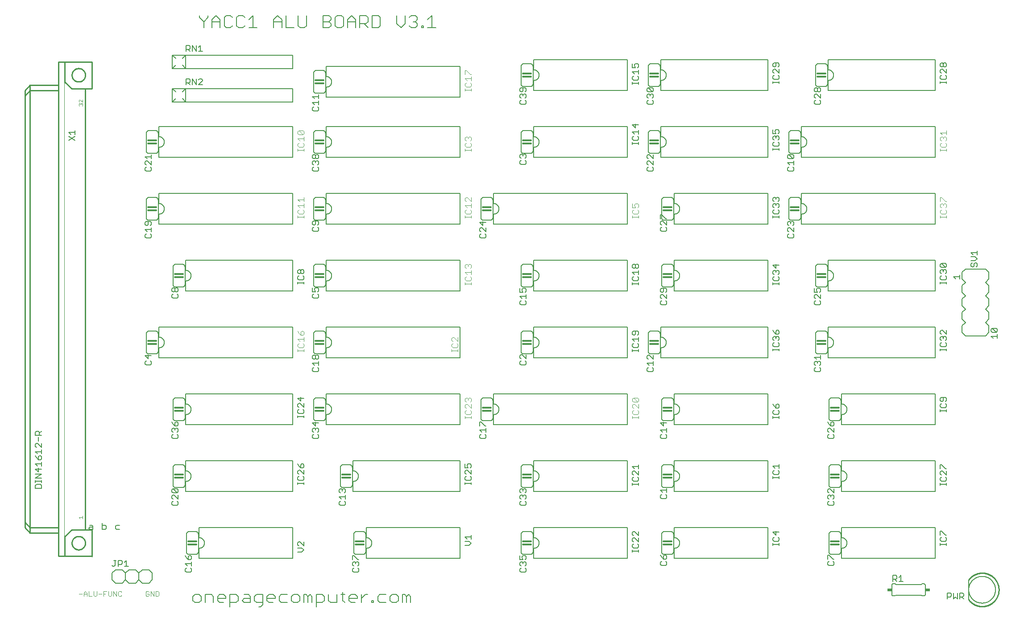
<source format=gbr>
G04 EAGLE Gerber RS-274X export*
G75*
%MOMM*%
%FSLAX34Y34*%
%LPD*%
%INSilkscreen Top*%
%IPPOS*%
%AMOC8*
5,1,8,0,0,1.08239X$1,22.5*%
G01*
%ADD10C,0.203200*%
%ADD11C,0.076200*%
%ADD12C,0.152400*%
%ADD13C,0.127000*%
%ADD14C,0.101600*%
%ADD15C,0.304800*%
%ADD16C,0.254000*%
%ADD17C,0.050800*%
%ADD18R,0.863600X0.609600*%


D10*
X255016Y1129304D02*
X255016Y1125406D01*
X262812Y1117610D01*
X270608Y1125406D01*
X270608Y1129304D01*
X262812Y1117610D02*
X262812Y1105916D01*
X278404Y1105916D02*
X278404Y1121508D01*
X286200Y1129304D01*
X293996Y1121508D01*
X293996Y1105916D01*
X293996Y1117610D02*
X278404Y1117610D01*
X313486Y1129304D02*
X317384Y1125406D01*
X313486Y1129304D02*
X305690Y1129304D01*
X301792Y1125406D01*
X301792Y1109814D01*
X305690Y1105916D01*
X313486Y1105916D01*
X317384Y1109814D01*
X336874Y1129304D02*
X340772Y1125406D01*
X336874Y1129304D02*
X329078Y1129304D01*
X325180Y1125406D01*
X325180Y1109814D01*
X329078Y1105916D01*
X336874Y1105916D01*
X340772Y1109814D01*
X348568Y1121508D02*
X356364Y1129304D01*
X356364Y1105916D01*
X348568Y1105916D02*
X364160Y1105916D01*
X395344Y1105916D02*
X395344Y1121508D01*
X403140Y1129304D01*
X410936Y1121508D01*
X410936Y1105916D01*
X410936Y1117610D02*
X395344Y1117610D01*
X418732Y1129304D02*
X418732Y1105916D01*
X434324Y1105916D01*
X442120Y1109814D02*
X442120Y1129304D01*
X442120Y1109814D02*
X446018Y1105916D01*
X453814Y1105916D01*
X457712Y1109814D01*
X457712Y1129304D01*
X488896Y1129304D02*
X488896Y1105916D01*
X488896Y1129304D02*
X500590Y1129304D01*
X504488Y1125406D01*
X504488Y1121508D01*
X500590Y1117610D01*
X504488Y1113712D01*
X504488Y1109814D01*
X500590Y1105916D01*
X488896Y1105916D01*
X488896Y1117610D02*
X500590Y1117610D01*
X516182Y1129304D02*
X523978Y1129304D01*
X516182Y1129304D02*
X512284Y1125406D01*
X512284Y1109814D01*
X516182Y1105916D01*
X523978Y1105916D01*
X527876Y1109814D01*
X527876Y1125406D01*
X523978Y1129304D01*
X535672Y1121508D02*
X535672Y1105916D01*
X535672Y1121508D02*
X543468Y1129304D01*
X551264Y1121508D01*
X551264Y1105916D01*
X551264Y1117610D02*
X535672Y1117610D01*
X559060Y1105916D02*
X559060Y1129304D01*
X570754Y1129304D01*
X574652Y1125406D01*
X574652Y1117610D01*
X570754Y1113712D01*
X559060Y1113712D01*
X566856Y1113712D02*
X574652Y1105916D01*
X582448Y1105916D02*
X582448Y1129304D01*
X582448Y1105916D02*
X594142Y1105916D01*
X598040Y1109814D01*
X598040Y1125406D01*
X594142Y1129304D01*
X582448Y1129304D01*
X629224Y1129304D02*
X629224Y1113712D01*
X637019Y1105916D01*
X644815Y1113712D01*
X644815Y1129304D01*
X652611Y1125406D02*
X656509Y1129304D01*
X664305Y1129304D01*
X668203Y1125406D01*
X668203Y1121508D01*
X664305Y1117610D01*
X660407Y1117610D01*
X664305Y1117610D02*
X668203Y1113712D01*
X668203Y1109814D01*
X664305Y1105916D01*
X656509Y1105916D01*
X652611Y1109814D01*
X675999Y1109814D02*
X675999Y1105916D01*
X675999Y1109814D02*
X679897Y1109814D01*
X679897Y1105916D01*
X675999Y1105916D01*
X687693Y1121508D02*
X695489Y1129304D01*
X695489Y1105916D01*
X687693Y1105916D02*
X703285Y1105916D01*
X254010Y13716D02*
X246214Y13716D01*
X254010Y13716D02*
X257908Y17614D01*
X257908Y25410D01*
X254010Y29308D01*
X246214Y29308D01*
X242316Y25410D01*
X242316Y17614D01*
X246214Y13716D01*
X265704Y13716D02*
X265704Y29308D01*
X277398Y29308D01*
X281296Y25410D01*
X281296Y13716D01*
X292990Y13716D02*
X300786Y13716D01*
X292990Y13716D02*
X289092Y17614D01*
X289092Y25410D01*
X292990Y29308D01*
X300786Y29308D01*
X304684Y25410D01*
X304684Y21512D01*
X289092Y21512D01*
X312480Y29308D02*
X312480Y5920D01*
X312480Y29308D02*
X324174Y29308D01*
X328072Y25410D01*
X328072Y17614D01*
X324174Y13716D01*
X312480Y13716D01*
X339766Y29308D02*
X347562Y29308D01*
X351460Y25410D01*
X351460Y13716D01*
X339766Y13716D01*
X335868Y17614D01*
X339766Y21512D01*
X351460Y21512D01*
X367052Y5920D02*
X370950Y5920D01*
X374848Y9818D01*
X374848Y29308D01*
X363154Y29308D01*
X359256Y25410D01*
X359256Y17614D01*
X363154Y13716D01*
X374848Y13716D01*
X386542Y13716D02*
X394338Y13716D01*
X386542Y13716D02*
X382644Y17614D01*
X382644Y25410D01*
X386542Y29308D01*
X394338Y29308D01*
X398236Y25410D01*
X398236Y21512D01*
X382644Y21512D01*
X409930Y29308D02*
X421624Y29308D01*
X409930Y29308D02*
X406032Y25410D01*
X406032Y17614D01*
X409930Y13716D01*
X421624Y13716D01*
X433318Y13716D02*
X441114Y13716D01*
X445012Y17614D01*
X445012Y25410D01*
X441114Y29308D01*
X433318Y29308D01*
X429420Y25410D01*
X429420Y17614D01*
X433318Y13716D01*
X452808Y13716D02*
X452808Y29308D01*
X456706Y29308D01*
X460604Y25410D01*
X460604Y13716D01*
X460604Y25410D02*
X464502Y29308D01*
X468400Y25410D01*
X468400Y13716D01*
X476196Y5920D02*
X476196Y29308D01*
X487890Y29308D01*
X491788Y25410D01*
X491788Y17614D01*
X487890Y13716D01*
X476196Y13716D01*
X499584Y17614D02*
X499584Y29308D01*
X499584Y17614D02*
X503482Y13716D01*
X515176Y13716D01*
X515176Y29308D01*
X526870Y33206D02*
X526870Y17614D01*
X530768Y13716D01*
X530768Y29308D02*
X522972Y29308D01*
X542462Y13716D02*
X550258Y13716D01*
X542462Y13716D02*
X538564Y17614D01*
X538564Y25410D01*
X542462Y29308D01*
X550258Y29308D01*
X554156Y25410D01*
X554156Y21512D01*
X538564Y21512D01*
X561952Y13716D02*
X561952Y29308D01*
X561952Y21512D02*
X569748Y29308D01*
X573646Y29308D01*
X581442Y17614D02*
X581442Y13716D01*
X581442Y17614D02*
X585340Y17614D01*
X585340Y13716D01*
X581442Y13716D01*
X597033Y29308D02*
X608727Y29308D01*
X597033Y29308D02*
X593136Y25410D01*
X593136Y17614D01*
X597033Y13716D01*
X608727Y13716D01*
X620421Y13716D02*
X628217Y13716D01*
X632115Y17614D01*
X632115Y25410D01*
X628217Y29308D01*
X620421Y29308D01*
X616523Y25410D01*
X616523Y17614D01*
X620421Y13716D01*
X639911Y13716D02*
X639911Y29308D01*
X643809Y29308D01*
X647707Y25410D01*
X647707Y13716D01*
X647707Y25410D02*
X651605Y29308D01*
X655503Y25410D01*
X655503Y13716D01*
D11*
X159052Y33619D02*
X157484Y35187D01*
X154349Y35187D01*
X152781Y33619D01*
X152781Y27349D01*
X154349Y25781D01*
X157484Y25781D01*
X159052Y27349D01*
X159052Y30484D01*
X155916Y30484D01*
X162136Y25781D02*
X162136Y35187D01*
X168407Y25781D01*
X168407Y35187D01*
X171491Y35187D02*
X171491Y25781D01*
X176194Y25781D01*
X177762Y27349D01*
X177762Y33619D01*
X176194Y35187D01*
X171491Y35187D01*
X32052Y30484D02*
X25781Y30484D01*
X35136Y32052D02*
X35136Y25781D01*
X35136Y32052D02*
X38272Y35187D01*
X41407Y32052D01*
X41407Y25781D01*
X41407Y30484D02*
X35136Y30484D01*
X44491Y35187D02*
X44491Y25781D01*
X50762Y25781D01*
X53847Y27349D02*
X53847Y35187D01*
X53847Y27349D02*
X55414Y25781D01*
X58550Y25781D01*
X60117Y27349D01*
X60117Y35187D01*
X63202Y30484D02*
X69472Y30484D01*
X72557Y25781D02*
X72557Y35187D01*
X78828Y35187D01*
X75692Y30484D02*
X72557Y30484D01*
X81912Y27349D02*
X81912Y35187D01*
X81912Y27349D02*
X83480Y25781D01*
X86615Y25781D01*
X88183Y27349D01*
X88183Y35187D01*
X91267Y35187D02*
X91267Y25781D01*
X97538Y25781D02*
X91267Y35187D01*
X97538Y35187D02*
X97538Y25781D01*
X106893Y33619D02*
X105326Y35187D01*
X102190Y35187D01*
X100623Y33619D01*
X100623Y27349D01*
X102190Y25781D01*
X105326Y25781D01*
X106893Y27349D01*
D12*
X1155700Y791210D02*
X1333500Y791210D01*
X1333500Y732790D02*
X1155700Y732790D01*
X1333500Y732790D02*
X1333500Y791210D01*
X1155700Y791210D02*
X1155700Y772160D01*
X1155700Y751840D02*
X1155700Y732790D01*
X1155700Y751840D02*
X1155947Y751843D01*
X1156195Y751852D01*
X1156442Y751867D01*
X1156688Y751888D01*
X1156934Y751915D01*
X1157179Y751948D01*
X1157424Y751987D01*
X1157667Y752032D01*
X1157909Y752083D01*
X1158150Y752140D01*
X1158389Y752202D01*
X1158627Y752271D01*
X1158863Y752345D01*
X1159097Y752425D01*
X1159329Y752510D01*
X1159559Y752602D01*
X1159787Y752698D01*
X1160012Y752801D01*
X1160235Y752908D01*
X1160455Y753022D01*
X1160672Y753140D01*
X1160887Y753264D01*
X1161098Y753393D01*
X1161306Y753527D01*
X1161511Y753666D01*
X1161712Y753810D01*
X1161910Y753958D01*
X1162104Y754112D01*
X1162294Y754270D01*
X1162480Y754433D01*
X1162662Y754600D01*
X1162840Y754772D01*
X1163014Y754948D01*
X1163184Y755128D01*
X1163349Y755313D01*
X1163509Y755501D01*
X1163665Y755693D01*
X1163817Y755889D01*
X1163963Y756088D01*
X1164105Y756291D01*
X1164241Y756498D01*
X1164373Y756707D01*
X1164499Y756920D01*
X1164620Y757136D01*
X1164736Y757354D01*
X1164846Y757576D01*
X1164951Y757800D01*
X1165051Y758026D01*
X1165145Y758255D01*
X1165233Y758486D01*
X1165316Y758720D01*
X1165393Y758955D01*
X1165464Y759192D01*
X1165530Y759430D01*
X1165589Y759670D01*
X1165643Y759912D01*
X1165691Y760155D01*
X1165733Y760398D01*
X1165769Y760643D01*
X1165799Y760889D01*
X1165823Y761135D01*
X1165841Y761382D01*
X1165853Y761629D01*
X1165859Y761876D01*
X1165859Y762124D01*
X1165853Y762371D01*
X1165841Y762618D01*
X1165823Y762865D01*
X1165799Y763111D01*
X1165769Y763357D01*
X1165733Y763602D01*
X1165691Y763845D01*
X1165643Y764088D01*
X1165589Y764330D01*
X1165530Y764570D01*
X1165464Y764808D01*
X1165393Y765045D01*
X1165316Y765280D01*
X1165233Y765514D01*
X1165145Y765745D01*
X1165051Y765974D01*
X1164951Y766200D01*
X1164846Y766424D01*
X1164736Y766646D01*
X1164620Y766864D01*
X1164499Y767080D01*
X1164373Y767293D01*
X1164241Y767502D01*
X1164105Y767709D01*
X1163963Y767912D01*
X1163817Y768111D01*
X1163665Y768307D01*
X1163509Y768499D01*
X1163349Y768687D01*
X1163184Y768872D01*
X1163014Y769052D01*
X1162840Y769228D01*
X1162662Y769400D01*
X1162480Y769567D01*
X1162294Y769730D01*
X1162104Y769888D01*
X1161910Y770042D01*
X1161712Y770190D01*
X1161511Y770334D01*
X1161306Y770473D01*
X1161098Y770607D01*
X1160887Y770736D01*
X1160672Y770860D01*
X1160455Y770978D01*
X1160235Y771092D01*
X1160012Y771199D01*
X1159787Y771302D01*
X1159559Y771398D01*
X1159329Y771490D01*
X1159097Y771575D01*
X1158863Y771655D01*
X1158627Y771729D01*
X1158389Y771798D01*
X1158150Y771860D01*
X1157909Y771917D01*
X1157667Y771968D01*
X1157424Y772013D01*
X1157179Y772052D01*
X1156934Y772085D01*
X1156688Y772112D01*
X1156442Y772133D01*
X1156195Y772148D01*
X1155947Y772157D01*
X1155700Y772160D01*
D13*
X1354455Y748668D02*
X1354455Y744855D01*
X1354455Y746762D02*
X1343015Y746762D01*
X1343015Y748668D02*
X1343015Y744855D01*
X1343015Y758371D02*
X1344922Y760277D01*
X1343015Y758371D02*
X1343015Y754558D01*
X1344922Y752651D01*
X1352548Y752651D01*
X1354455Y754558D01*
X1354455Y758371D01*
X1352548Y760277D01*
X1344922Y764345D02*
X1343015Y766252D01*
X1343015Y770065D01*
X1344922Y771971D01*
X1346829Y771971D01*
X1348735Y770065D01*
X1348735Y768158D01*
X1348735Y770065D02*
X1350642Y771971D01*
X1352548Y771971D01*
X1354455Y770065D01*
X1354455Y766252D01*
X1352548Y764345D01*
X1344922Y776039D02*
X1343015Y777946D01*
X1343015Y781759D01*
X1344922Y783665D01*
X1346829Y783665D01*
X1348735Y781759D01*
X1348735Y779852D01*
X1348735Y781759D02*
X1350642Y783665D01*
X1352548Y783665D01*
X1354455Y781759D01*
X1354455Y777946D01*
X1352548Y776039D01*
D12*
X1333500Y664210D02*
X1155700Y664210D01*
X1155700Y605790D02*
X1333500Y605790D01*
X1333500Y664210D01*
X1155700Y664210D02*
X1155700Y645160D01*
X1155700Y624840D02*
X1155700Y605790D01*
X1155700Y624840D02*
X1155947Y624843D01*
X1156195Y624852D01*
X1156442Y624867D01*
X1156688Y624888D01*
X1156934Y624915D01*
X1157179Y624948D01*
X1157424Y624987D01*
X1157667Y625032D01*
X1157909Y625083D01*
X1158150Y625140D01*
X1158389Y625202D01*
X1158627Y625271D01*
X1158863Y625345D01*
X1159097Y625425D01*
X1159329Y625510D01*
X1159559Y625602D01*
X1159787Y625698D01*
X1160012Y625801D01*
X1160235Y625908D01*
X1160455Y626022D01*
X1160672Y626140D01*
X1160887Y626264D01*
X1161098Y626393D01*
X1161306Y626527D01*
X1161511Y626666D01*
X1161712Y626810D01*
X1161910Y626958D01*
X1162104Y627112D01*
X1162294Y627270D01*
X1162480Y627433D01*
X1162662Y627600D01*
X1162840Y627772D01*
X1163014Y627948D01*
X1163184Y628128D01*
X1163349Y628313D01*
X1163509Y628501D01*
X1163665Y628693D01*
X1163817Y628889D01*
X1163963Y629088D01*
X1164105Y629291D01*
X1164241Y629498D01*
X1164373Y629707D01*
X1164499Y629920D01*
X1164620Y630136D01*
X1164736Y630354D01*
X1164846Y630576D01*
X1164951Y630800D01*
X1165051Y631026D01*
X1165145Y631255D01*
X1165233Y631486D01*
X1165316Y631720D01*
X1165393Y631955D01*
X1165464Y632192D01*
X1165530Y632430D01*
X1165589Y632670D01*
X1165643Y632912D01*
X1165691Y633155D01*
X1165733Y633398D01*
X1165769Y633643D01*
X1165799Y633889D01*
X1165823Y634135D01*
X1165841Y634382D01*
X1165853Y634629D01*
X1165859Y634876D01*
X1165859Y635124D01*
X1165853Y635371D01*
X1165841Y635618D01*
X1165823Y635865D01*
X1165799Y636111D01*
X1165769Y636357D01*
X1165733Y636602D01*
X1165691Y636845D01*
X1165643Y637088D01*
X1165589Y637330D01*
X1165530Y637570D01*
X1165464Y637808D01*
X1165393Y638045D01*
X1165316Y638280D01*
X1165233Y638514D01*
X1165145Y638745D01*
X1165051Y638974D01*
X1164951Y639200D01*
X1164846Y639424D01*
X1164736Y639646D01*
X1164620Y639864D01*
X1164499Y640080D01*
X1164373Y640293D01*
X1164241Y640502D01*
X1164105Y640709D01*
X1163963Y640912D01*
X1163817Y641111D01*
X1163665Y641307D01*
X1163509Y641499D01*
X1163349Y641687D01*
X1163184Y641872D01*
X1163014Y642052D01*
X1162840Y642228D01*
X1162662Y642400D01*
X1162480Y642567D01*
X1162294Y642730D01*
X1162104Y642888D01*
X1161910Y643042D01*
X1161712Y643190D01*
X1161511Y643334D01*
X1161306Y643473D01*
X1161098Y643607D01*
X1160887Y643736D01*
X1160672Y643860D01*
X1160455Y643978D01*
X1160235Y644092D01*
X1160012Y644199D01*
X1159787Y644302D01*
X1159559Y644398D01*
X1159329Y644490D01*
X1159097Y644575D01*
X1158863Y644655D01*
X1158627Y644729D01*
X1158389Y644798D01*
X1158150Y644860D01*
X1157909Y644917D01*
X1157667Y644968D01*
X1157424Y645013D01*
X1157179Y645052D01*
X1156934Y645085D01*
X1156688Y645112D01*
X1156442Y645133D01*
X1156195Y645148D01*
X1155947Y645157D01*
X1155700Y645160D01*
D13*
X1354455Y621668D02*
X1354455Y617855D01*
X1354455Y619762D02*
X1343015Y619762D01*
X1343015Y621668D02*
X1343015Y617855D01*
X1343015Y631371D02*
X1344922Y633277D01*
X1343015Y631371D02*
X1343015Y627558D01*
X1344922Y625651D01*
X1352548Y625651D01*
X1354455Y627558D01*
X1354455Y631371D01*
X1352548Y633277D01*
X1344922Y637345D02*
X1343015Y639252D01*
X1343015Y643065D01*
X1344922Y644971D01*
X1346829Y644971D01*
X1348735Y643065D01*
X1348735Y641158D01*
X1348735Y643065D02*
X1350642Y644971D01*
X1352548Y644971D01*
X1354455Y643065D01*
X1354455Y639252D01*
X1352548Y637345D01*
X1354455Y654759D02*
X1343015Y654759D01*
X1348735Y649039D01*
X1348735Y656665D01*
D12*
X1397000Y791210D02*
X1651000Y791210D01*
X1651000Y732790D02*
X1397000Y732790D01*
X1651000Y732790D02*
X1651000Y791210D01*
X1397000Y791210D02*
X1397000Y772160D01*
X1397000Y751840D02*
X1397000Y732790D01*
X1397000Y751840D02*
X1397247Y751843D01*
X1397495Y751852D01*
X1397742Y751867D01*
X1397988Y751888D01*
X1398234Y751915D01*
X1398479Y751948D01*
X1398724Y751987D01*
X1398967Y752032D01*
X1399209Y752083D01*
X1399450Y752140D01*
X1399689Y752202D01*
X1399927Y752271D01*
X1400163Y752345D01*
X1400397Y752425D01*
X1400629Y752510D01*
X1400859Y752602D01*
X1401087Y752698D01*
X1401312Y752801D01*
X1401535Y752908D01*
X1401755Y753022D01*
X1401972Y753140D01*
X1402187Y753264D01*
X1402398Y753393D01*
X1402606Y753527D01*
X1402811Y753666D01*
X1403012Y753810D01*
X1403210Y753958D01*
X1403404Y754112D01*
X1403594Y754270D01*
X1403780Y754433D01*
X1403962Y754600D01*
X1404140Y754772D01*
X1404314Y754948D01*
X1404484Y755128D01*
X1404649Y755313D01*
X1404809Y755501D01*
X1404965Y755693D01*
X1405117Y755889D01*
X1405263Y756088D01*
X1405405Y756291D01*
X1405541Y756498D01*
X1405673Y756707D01*
X1405799Y756920D01*
X1405920Y757136D01*
X1406036Y757354D01*
X1406146Y757576D01*
X1406251Y757800D01*
X1406351Y758026D01*
X1406445Y758255D01*
X1406533Y758486D01*
X1406616Y758720D01*
X1406693Y758955D01*
X1406764Y759192D01*
X1406830Y759430D01*
X1406889Y759670D01*
X1406943Y759912D01*
X1406991Y760155D01*
X1407033Y760398D01*
X1407069Y760643D01*
X1407099Y760889D01*
X1407123Y761135D01*
X1407141Y761382D01*
X1407153Y761629D01*
X1407159Y761876D01*
X1407159Y762124D01*
X1407153Y762371D01*
X1407141Y762618D01*
X1407123Y762865D01*
X1407099Y763111D01*
X1407069Y763357D01*
X1407033Y763602D01*
X1406991Y763845D01*
X1406943Y764088D01*
X1406889Y764330D01*
X1406830Y764570D01*
X1406764Y764808D01*
X1406693Y765045D01*
X1406616Y765280D01*
X1406533Y765514D01*
X1406445Y765745D01*
X1406351Y765974D01*
X1406251Y766200D01*
X1406146Y766424D01*
X1406036Y766646D01*
X1405920Y766864D01*
X1405799Y767080D01*
X1405673Y767293D01*
X1405541Y767502D01*
X1405405Y767709D01*
X1405263Y767912D01*
X1405117Y768111D01*
X1404965Y768307D01*
X1404809Y768499D01*
X1404649Y768687D01*
X1404484Y768872D01*
X1404314Y769052D01*
X1404140Y769228D01*
X1403962Y769400D01*
X1403780Y769567D01*
X1403594Y769730D01*
X1403404Y769888D01*
X1403210Y770042D01*
X1403012Y770190D01*
X1402811Y770334D01*
X1402606Y770473D01*
X1402398Y770607D01*
X1402187Y770736D01*
X1401972Y770860D01*
X1401755Y770978D01*
X1401535Y771092D01*
X1401312Y771199D01*
X1401087Y771302D01*
X1400859Y771398D01*
X1400629Y771490D01*
X1400397Y771575D01*
X1400163Y771655D01*
X1399927Y771729D01*
X1399689Y771798D01*
X1399450Y771860D01*
X1399209Y771917D01*
X1398967Y771968D01*
X1398724Y772013D01*
X1398479Y772052D01*
X1398234Y772085D01*
X1397988Y772112D01*
X1397742Y772133D01*
X1397495Y772148D01*
X1397247Y772157D01*
X1397000Y772160D01*
D14*
X1672082Y748626D02*
X1672082Y744728D01*
X1672082Y746677D02*
X1660388Y746677D01*
X1660388Y744728D02*
X1660388Y748626D01*
X1660388Y758371D02*
X1662337Y760320D01*
X1660388Y758371D02*
X1660388Y754473D01*
X1662337Y752524D01*
X1670133Y752524D01*
X1672082Y754473D01*
X1672082Y758371D01*
X1670133Y760320D01*
X1662337Y764218D02*
X1660388Y766167D01*
X1660388Y770065D01*
X1662337Y772014D01*
X1664286Y772014D01*
X1666235Y770065D01*
X1666235Y768116D01*
X1666235Y770065D02*
X1668184Y772014D01*
X1670133Y772014D01*
X1672082Y770065D01*
X1672082Y766167D01*
X1670133Y764218D01*
X1660388Y775912D02*
X1660388Y783708D01*
X1662337Y783708D01*
X1670133Y775912D01*
X1672082Y775912D01*
D12*
X431800Y664210D02*
X228600Y664210D01*
X228600Y605790D02*
X431800Y605790D01*
X431800Y664210D01*
X228600Y664210D02*
X228600Y645160D01*
X228600Y624840D02*
X228600Y605790D01*
X228600Y624840D02*
X228847Y624843D01*
X229095Y624852D01*
X229342Y624867D01*
X229588Y624888D01*
X229834Y624915D01*
X230079Y624948D01*
X230324Y624987D01*
X230567Y625032D01*
X230809Y625083D01*
X231050Y625140D01*
X231289Y625202D01*
X231527Y625271D01*
X231763Y625345D01*
X231997Y625425D01*
X232229Y625510D01*
X232459Y625602D01*
X232687Y625698D01*
X232912Y625801D01*
X233135Y625908D01*
X233355Y626022D01*
X233572Y626140D01*
X233787Y626264D01*
X233998Y626393D01*
X234206Y626527D01*
X234411Y626666D01*
X234612Y626810D01*
X234810Y626958D01*
X235004Y627112D01*
X235194Y627270D01*
X235380Y627433D01*
X235562Y627600D01*
X235740Y627772D01*
X235914Y627948D01*
X236084Y628128D01*
X236249Y628313D01*
X236409Y628501D01*
X236565Y628693D01*
X236717Y628889D01*
X236863Y629088D01*
X237005Y629291D01*
X237141Y629498D01*
X237273Y629707D01*
X237399Y629920D01*
X237520Y630136D01*
X237636Y630354D01*
X237746Y630576D01*
X237851Y630800D01*
X237951Y631026D01*
X238045Y631255D01*
X238133Y631486D01*
X238216Y631720D01*
X238293Y631955D01*
X238364Y632192D01*
X238430Y632430D01*
X238489Y632670D01*
X238543Y632912D01*
X238591Y633155D01*
X238633Y633398D01*
X238669Y633643D01*
X238699Y633889D01*
X238723Y634135D01*
X238741Y634382D01*
X238753Y634629D01*
X238759Y634876D01*
X238759Y635124D01*
X238753Y635371D01*
X238741Y635618D01*
X238723Y635865D01*
X238699Y636111D01*
X238669Y636357D01*
X238633Y636602D01*
X238591Y636845D01*
X238543Y637088D01*
X238489Y637330D01*
X238430Y637570D01*
X238364Y637808D01*
X238293Y638045D01*
X238216Y638280D01*
X238133Y638514D01*
X238045Y638745D01*
X237951Y638974D01*
X237851Y639200D01*
X237746Y639424D01*
X237636Y639646D01*
X237520Y639864D01*
X237399Y640080D01*
X237273Y640293D01*
X237141Y640502D01*
X237005Y640709D01*
X236863Y640912D01*
X236717Y641111D01*
X236565Y641307D01*
X236409Y641499D01*
X236249Y641687D01*
X236084Y641872D01*
X235914Y642052D01*
X235740Y642228D01*
X235562Y642400D01*
X235380Y642567D01*
X235194Y642730D01*
X235004Y642888D01*
X234810Y643042D01*
X234612Y643190D01*
X234411Y643334D01*
X234206Y643473D01*
X233998Y643607D01*
X233787Y643736D01*
X233572Y643860D01*
X233355Y643978D01*
X233135Y644092D01*
X232912Y644199D01*
X232687Y644302D01*
X232459Y644398D01*
X232229Y644490D01*
X231997Y644575D01*
X231763Y644655D01*
X231527Y644729D01*
X231289Y644798D01*
X231050Y644860D01*
X230809Y644917D01*
X230567Y644968D01*
X230324Y645013D01*
X230079Y645052D01*
X229834Y645085D01*
X229588Y645112D01*
X229342Y645133D01*
X229095Y645148D01*
X228847Y645157D01*
X228600Y645160D01*
D13*
X452755Y622938D02*
X452755Y619125D01*
X452755Y621032D02*
X441315Y621032D01*
X441315Y622938D02*
X441315Y619125D01*
X441315Y632641D02*
X443222Y634547D01*
X441315Y632641D02*
X441315Y628828D01*
X443222Y626921D01*
X450848Y626921D01*
X452755Y628828D01*
X452755Y632641D01*
X450848Y634547D01*
X443222Y638615D02*
X441315Y640522D01*
X441315Y644335D01*
X443222Y646241D01*
X445129Y646241D01*
X447035Y644335D01*
X448942Y646241D01*
X450848Y646241D01*
X452755Y644335D01*
X452755Y640522D01*
X450848Y638615D01*
X448942Y638615D01*
X447035Y640522D01*
X445129Y638615D01*
X443222Y638615D01*
X447035Y640522D02*
X447035Y644335D01*
D12*
X431800Y156210D02*
X254000Y156210D01*
X254000Y97790D02*
X431800Y97790D01*
X431800Y156210D01*
X254000Y156210D02*
X254000Y137160D01*
X254000Y116840D02*
X254000Y97790D01*
X254000Y116840D02*
X254247Y116843D01*
X254495Y116852D01*
X254742Y116867D01*
X254988Y116888D01*
X255234Y116915D01*
X255479Y116948D01*
X255724Y116987D01*
X255967Y117032D01*
X256209Y117083D01*
X256450Y117140D01*
X256689Y117202D01*
X256927Y117271D01*
X257163Y117345D01*
X257397Y117425D01*
X257629Y117510D01*
X257859Y117602D01*
X258087Y117698D01*
X258312Y117801D01*
X258535Y117908D01*
X258755Y118022D01*
X258972Y118140D01*
X259187Y118264D01*
X259398Y118393D01*
X259606Y118527D01*
X259811Y118666D01*
X260012Y118810D01*
X260210Y118958D01*
X260404Y119112D01*
X260594Y119270D01*
X260780Y119433D01*
X260962Y119600D01*
X261140Y119772D01*
X261314Y119948D01*
X261484Y120128D01*
X261649Y120313D01*
X261809Y120501D01*
X261965Y120693D01*
X262117Y120889D01*
X262263Y121088D01*
X262405Y121291D01*
X262541Y121498D01*
X262673Y121707D01*
X262799Y121920D01*
X262920Y122136D01*
X263036Y122354D01*
X263146Y122576D01*
X263251Y122800D01*
X263351Y123026D01*
X263445Y123255D01*
X263533Y123486D01*
X263616Y123720D01*
X263693Y123955D01*
X263764Y124192D01*
X263830Y124430D01*
X263889Y124670D01*
X263943Y124912D01*
X263991Y125155D01*
X264033Y125398D01*
X264069Y125643D01*
X264099Y125889D01*
X264123Y126135D01*
X264141Y126382D01*
X264153Y126629D01*
X264159Y126876D01*
X264159Y127124D01*
X264153Y127371D01*
X264141Y127618D01*
X264123Y127865D01*
X264099Y128111D01*
X264069Y128357D01*
X264033Y128602D01*
X263991Y128845D01*
X263943Y129088D01*
X263889Y129330D01*
X263830Y129570D01*
X263764Y129808D01*
X263693Y130045D01*
X263616Y130280D01*
X263533Y130514D01*
X263445Y130745D01*
X263351Y130974D01*
X263251Y131200D01*
X263146Y131424D01*
X263036Y131646D01*
X262920Y131864D01*
X262799Y132080D01*
X262673Y132293D01*
X262541Y132502D01*
X262405Y132709D01*
X262263Y132912D01*
X262117Y133111D01*
X261965Y133307D01*
X261809Y133499D01*
X261649Y133687D01*
X261484Y133872D01*
X261314Y134052D01*
X261140Y134228D01*
X260962Y134400D01*
X260780Y134567D01*
X260594Y134730D01*
X260404Y134888D01*
X260210Y135042D01*
X260012Y135190D01*
X259811Y135334D01*
X259606Y135473D01*
X259398Y135607D01*
X259187Y135736D01*
X258972Y135860D01*
X258755Y135978D01*
X258535Y136092D01*
X258312Y136199D01*
X258087Y136302D01*
X257859Y136398D01*
X257629Y136490D01*
X257397Y136575D01*
X257163Y136655D01*
X256927Y136729D01*
X256689Y136798D01*
X256450Y136860D01*
X256209Y136917D01*
X255967Y136968D01*
X255724Y137013D01*
X255479Y137052D01*
X255234Y137085D01*
X254988Y137112D01*
X254742Y137133D01*
X254495Y137148D01*
X254247Y137157D01*
X254000Y137160D01*
D13*
X441315Y109855D02*
X448942Y109855D01*
X452755Y113668D01*
X448942Y117482D01*
X441315Y117482D01*
X452755Y121549D02*
X452755Y129175D01*
X452755Y121549D02*
X445129Y129175D01*
X443222Y129175D01*
X441315Y127269D01*
X441315Y123456D01*
X443222Y121549D01*
D12*
X431800Y537210D02*
X177800Y537210D01*
X177800Y478790D02*
X431800Y478790D01*
X431800Y537210D01*
X177800Y537210D02*
X177800Y518160D01*
X177800Y497840D02*
X177800Y478790D01*
X177800Y497840D02*
X178047Y497843D01*
X178295Y497852D01*
X178542Y497867D01*
X178788Y497888D01*
X179034Y497915D01*
X179279Y497948D01*
X179524Y497987D01*
X179767Y498032D01*
X180009Y498083D01*
X180250Y498140D01*
X180489Y498202D01*
X180727Y498271D01*
X180963Y498345D01*
X181197Y498425D01*
X181429Y498510D01*
X181659Y498602D01*
X181887Y498698D01*
X182112Y498801D01*
X182335Y498908D01*
X182555Y499022D01*
X182772Y499140D01*
X182987Y499264D01*
X183198Y499393D01*
X183406Y499527D01*
X183611Y499666D01*
X183812Y499810D01*
X184010Y499958D01*
X184204Y500112D01*
X184394Y500270D01*
X184580Y500433D01*
X184762Y500600D01*
X184940Y500772D01*
X185114Y500948D01*
X185284Y501128D01*
X185449Y501313D01*
X185609Y501501D01*
X185765Y501693D01*
X185917Y501889D01*
X186063Y502088D01*
X186205Y502291D01*
X186341Y502498D01*
X186473Y502707D01*
X186599Y502920D01*
X186720Y503136D01*
X186836Y503354D01*
X186946Y503576D01*
X187051Y503800D01*
X187151Y504026D01*
X187245Y504255D01*
X187333Y504486D01*
X187416Y504720D01*
X187493Y504955D01*
X187564Y505192D01*
X187630Y505430D01*
X187689Y505670D01*
X187743Y505912D01*
X187791Y506155D01*
X187833Y506398D01*
X187869Y506643D01*
X187899Y506889D01*
X187923Y507135D01*
X187941Y507382D01*
X187953Y507629D01*
X187959Y507876D01*
X187959Y508124D01*
X187953Y508371D01*
X187941Y508618D01*
X187923Y508865D01*
X187899Y509111D01*
X187869Y509357D01*
X187833Y509602D01*
X187791Y509845D01*
X187743Y510088D01*
X187689Y510330D01*
X187630Y510570D01*
X187564Y510808D01*
X187493Y511045D01*
X187416Y511280D01*
X187333Y511514D01*
X187245Y511745D01*
X187151Y511974D01*
X187051Y512200D01*
X186946Y512424D01*
X186836Y512646D01*
X186720Y512864D01*
X186599Y513080D01*
X186473Y513293D01*
X186341Y513502D01*
X186205Y513709D01*
X186063Y513912D01*
X185917Y514111D01*
X185765Y514307D01*
X185609Y514499D01*
X185449Y514687D01*
X185284Y514872D01*
X185114Y515052D01*
X184940Y515228D01*
X184762Y515400D01*
X184580Y515567D01*
X184394Y515730D01*
X184204Y515888D01*
X184010Y516042D01*
X183812Y516190D01*
X183611Y516334D01*
X183406Y516473D01*
X183198Y516607D01*
X182987Y516736D01*
X182772Y516860D01*
X182555Y516978D01*
X182335Y517092D01*
X182112Y517199D01*
X181887Y517302D01*
X181659Y517398D01*
X181429Y517490D01*
X181197Y517575D01*
X180963Y517655D01*
X180727Y517729D01*
X180489Y517798D01*
X180250Y517860D01*
X180009Y517917D01*
X179767Y517968D01*
X179524Y518013D01*
X179279Y518052D01*
X179034Y518085D01*
X178788Y518112D01*
X178542Y518133D01*
X178295Y518148D01*
X178047Y518157D01*
X177800Y518160D01*
D14*
X452882Y494626D02*
X452882Y490728D01*
X452882Y492677D02*
X441188Y492677D01*
X441188Y490728D02*
X441188Y494626D01*
X441188Y504371D02*
X443137Y506320D01*
X441188Y504371D02*
X441188Y500473D01*
X443137Y498524D01*
X450933Y498524D01*
X452882Y500473D01*
X452882Y504371D01*
X450933Y506320D01*
X445086Y510218D02*
X441188Y514116D01*
X452882Y514116D01*
X452882Y510218D02*
X452882Y518014D01*
X443137Y525810D02*
X441188Y529708D01*
X443137Y525810D02*
X447035Y521912D01*
X450933Y521912D01*
X452882Y523861D01*
X452882Y527759D01*
X450933Y529708D01*
X448984Y529708D01*
X447035Y527759D01*
X447035Y521912D01*
D12*
X495300Y537210D02*
X749300Y537210D01*
X749300Y478790D02*
X495300Y478790D01*
X749300Y478790D02*
X749300Y537210D01*
X495300Y537210D02*
X495300Y518160D01*
X495300Y497840D02*
X495300Y478790D01*
X495300Y497840D02*
X495547Y497843D01*
X495795Y497852D01*
X496042Y497867D01*
X496288Y497888D01*
X496534Y497915D01*
X496779Y497948D01*
X497024Y497987D01*
X497267Y498032D01*
X497509Y498083D01*
X497750Y498140D01*
X497989Y498202D01*
X498227Y498271D01*
X498463Y498345D01*
X498697Y498425D01*
X498929Y498510D01*
X499159Y498602D01*
X499387Y498698D01*
X499612Y498801D01*
X499835Y498908D01*
X500055Y499022D01*
X500272Y499140D01*
X500487Y499264D01*
X500698Y499393D01*
X500906Y499527D01*
X501111Y499666D01*
X501312Y499810D01*
X501510Y499958D01*
X501704Y500112D01*
X501894Y500270D01*
X502080Y500433D01*
X502262Y500600D01*
X502440Y500772D01*
X502614Y500948D01*
X502784Y501128D01*
X502949Y501313D01*
X503109Y501501D01*
X503265Y501693D01*
X503417Y501889D01*
X503563Y502088D01*
X503705Y502291D01*
X503841Y502498D01*
X503973Y502707D01*
X504099Y502920D01*
X504220Y503136D01*
X504336Y503354D01*
X504446Y503576D01*
X504551Y503800D01*
X504651Y504026D01*
X504745Y504255D01*
X504833Y504486D01*
X504916Y504720D01*
X504993Y504955D01*
X505064Y505192D01*
X505130Y505430D01*
X505189Y505670D01*
X505243Y505912D01*
X505291Y506155D01*
X505333Y506398D01*
X505369Y506643D01*
X505399Y506889D01*
X505423Y507135D01*
X505441Y507382D01*
X505453Y507629D01*
X505459Y507876D01*
X505459Y508124D01*
X505453Y508371D01*
X505441Y508618D01*
X505423Y508865D01*
X505399Y509111D01*
X505369Y509357D01*
X505333Y509602D01*
X505291Y509845D01*
X505243Y510088D01*
X505189Y510330D01*
X505130Y510570D01*
X505064Y510808D01*
X504993Y511045D01*
X504916Y511280D01*
X504833Y511514D01*
X504745Y511745D01*
X504651Y511974D01*
X504551Y512200D01*
X504446Y512424D01*
X504336Y512646D01*
X504220Y512864D01*
X504099Y513080D01*
X503973Y513293D01*
X503841Y513502D01*
X503705Y513709D01*
X503563Y513912D01*
X503417Y514111D01*
X503265Y514307D01*
X503109Y514499D01*
X502949Y514687D01*
X502784Y514872D01*
X502614Y515052D01*
X502440Y515228D01*
X502262Y515400D01*
X502080Y515567D01*
X501894Y515730D01*
X501704Y515888D01*
X501510Y516042D01*
X501312Y516190D01*
X501111Y516334D01*
X500906Y516473D01*
X500698Y516607D01*
X500487Y516736D01*
X500272Y516860D01*
X500055Y516978D01*
X499835Y517092D01*
X499612Y517199D01*
X499387Y517302D01*
X499159Y517398D01*
X498929Y517490D01*
X498697Y517575D01*
X498463Y517655D01*
X498227Y517729D01*
X497989Y517798D01*
X497750Y517860D01*
X497509Y517917D01*
X497267Y517968D01*
X497024Y518013D01*
X496779Y518052D01*
X496534Y518085D01*
X496288Y518112D01*
X496042Y518133D01*
X495795Y518148D01*
X495547Y518157D01*
X495300Y518160D01*
D14*
X744982Y494626D02*
X744982Y490728D01*
X744982Y492677D02*
X733288Y492677D01*
X733288Y490728D02*
X733288Y494626D01*
X733288Y504371D02*
X735237Y506320D01*
X733288Y504371D02*
X733288Y500473D01*
X735237Y498524D01*
X743033Y498524D01*
X744982Y500473D01*
X744982Y504371D01*
X743033Y506320D01*
X744982Y510218D02*
X744982Y518014D01*
X744982Y510218D02*
X737186Y518014D01*
X735237Y518014D01*
X733288Y516065D01*
X733288Y512167D01*
X735237Y510218D01*
D12*
X749300Y918210D02*
X495300Y918210D01*
X495300Y859790D02*
X749300Y859790D01*
X749300Y918210D01*
X495300Y918210D02*
X495300Y899160D01*
X495300Y878840D02*
X495300Y859790D01*
X495300Y878840D02*
X495547Y878843D01*
X495795Y878852D01*
X496042Y878867D01*
X496288Y878888D01*
X496534Y878915D01*
X496779Y878948D01*
X497024Y878987D01*
X497267Y879032D01*
X497509Y879083D01*
X497750Y879140D01*
X497989Y879202D01*
X498227Y879271D01*
X498463Y879345D01*
X498697Y879425D01*
X498929Y879510D01*
X499159Y879602D01*
X499387Y879698D01*
X499612Y879801D01*
X499835Y879908D01*
X500055Y880022D01*
X500272Y880140D01*
X500487Y880264D01*
X500698Y880393D01*
X500906Y880527D01*
X501111Y880666D01*
X501312Y880810D01*
X501510Y880958D01*
X501704Y881112D01*
X501894Y881270D01*
X502080Y881433D01*
X502262Y881600D01*
X502440Y881772D01*
X502614Y881948D01*
X502784Y882128D01*
X502949Y882313D01*
X503109Y882501D01*
X503265Y882693D01*
X503417Y882889D01*
X503563Y883088D01*
X503705Y883291D01*
X503841Y883498D01*
X503973Y883707D01*
X504099Y883920D01*
X504220Y884136D01*
X504336Y884354D01*
X504446Y884576D01*
X504551Y884800D01*
X504651Y885026D01*
X504745Y885255D01*
X504833Y885486D01*
X504916Y885720D01*
X504993Y885955D01*
X505064Y886192D01*
X505130Y886430D01*
X505189Y886670D01*
X505243Y886912D01*
X505291Y887155D01*
X505333Y887398D01*
X505369Y887643D01*
X505399Y887889D01*
X505423Y888135D01*
X505441Y888382D01*
X505453Y888629D01*
X505459Y888876D01*
X505459Y889124D01*
X505453Y889371D01*
X505441Y889618D01*
X505423Y889865D01*
X505399Y890111D01*
X505369Y890357D01*
X505333Y890602D01*
X505291Y890845D01*
X505243Y891088D01*
X505189Y891330D01*
X505130Y891570D01*
X505064Y891808D01*
X504993Y892045D01*
X504916Y892280D01*
X504833Y892514D01*
X504745Y892745D01*
X504651Y892974D01*
X504551Y893200D01*
X504446Y893424D01*
X504336Y893646D01*
X504220Y893864D01*
X504099Y894080D01*
X503973Y894293D01*
X503841Y894502D01*
X503705Y894709D01*
X503563Y894912D01*
X503417Y895111D01*
X503265Y895307D01*
X503109Y895499D01*
X502949Y895687D01*
X502784Y895872D01*
X502614Y896052D01*
X502440Y896228D01*
X502262Y896400D01*
X502080Y896567D01*
X501894Y896730D01*
X501704Y896888D01*
X501510Y897042D01*
X501312Y897190D01*
X501111Y897334D01*
X500906Y897473D01*
X500698Y897607D01*
X500487Y897736D01*
X500272Y897860D01*
X500055Y897978D01*
X499835Y898092D01*
X499612Y898199D01*
X499387Y898302D01*
X499159Y898398D01*
X498929Y898490D01*
X498697Y898575D01*
X498463Y898655D01*
X498227Y898729D01*
X497989Y898798D01*
X497750Y898860D01*
X497509Y898917D01*
X497267Y898968D01*
X497024Y899013D01*
X496779Y899052D01*
X496534Y899085D01*
X496288Y899112D01*
X496042Y899133D01*
X495795Y899148D01*
X495547Y899157D01*
X495300Y899160D01*
D14*
X770382Y875626D02*
X770382Y871728D01*
X770382Y873677D02*
X758688Y873677D01*
X758688Y871728D02*
X758688Y875626D01*
X758688Y885371D02*
X760637Y887320D01*
X758688Y885371D02*
X758688Y881473D01*
X760637Y879524D01*
X768433Y879524D01*
X770382Y881473D01*
X770382Y885371D01*
X768433Y887320D01*
X760637Y891218D02*
X758688Y893167D01*
X758688Y897065D01*
X760637Y899014D01*
X762586Y899014D01*
X764535Y897065D01*
X764535Y895116D01*
X764535Y897065D02*
X766484Y899014D01*
X768433Y899014D01*
X770382Y897065D01*
X770382Y893167D01*
X768433Y891218D01*
D12*
X812800Y791210D02*
X1066800Y791210D01*
X1066800Y732790D02*
X812800Y732790D01*
X1066800Y732790D02*
X1066800Y791210D01*
X812800Y791210D02*
X812800Y772160D01*
X812800Y751840D02*
X812800Y732790D01*
X812800Y751840D02*
X813047Y751843D01*
X813295Y751852D01*
X813542Y751867D01*
X813788Y751888D01*
X814034Y751915D01*
X814279Y751948D01*
X814524Y751987D01*
X814767Y752032D01*
X815009Y752083D01*
X815250Y752140D01*
X815489Y752202D01*
X815727Y752271D01*
X815963Y752345D01*
X816197Y752425D01*
X816429Y752510D01*
X816659Y752602D01*
X816887Y752698D01*
X817112Y752801D01*
X817335Y752908D01*
X817555Y753022D01*
X817772Y753140D01*
X817987Y753264D01*
X818198Y753393D01*
X818406Y753527D01*
X818611Y753666D01*
X818812Y753810D01*
X819010Y753958D01*
X819204Y754112D01*
X819394Y754270D01*
X819580Y754433D01*
X819762Y754600D01*
X819940Y754772D01*
X820114Y754948D01*
X820284Y755128D01*
X820449Y755313D01*
X820609Y755501D01*
X820765Y755693D01*
X820917Y755889D01*
X821063Y756088D01*
X821205Y756291D01*
X821341Y756498D01*
X821473Y756707D01*
X821599Y756920D01*
X821720Y757136D01*
X821836Y757354D01*
X821946Y757576D01*
X822051Y757800D01*
X822151Y758026D01*
X822245Y758255D01*
X822333Y758486D01*
X822416Y758720D01*
X822493Y758955D01*
X822564Y759192D01*
X822630Y759430D01*
X822689Y759670D01*
X822743Y759912D01*
X822791Y760155D01*
X822833Y760398D01*
X822869Y760643D01*
X822899Y760889D01*
X822923Y761135D01*
X822941Y761382D01*
X822953Y761629D01*
X822959Y761876D01*
X822959Y762124D01*
X822953Y762371D01*
X822941Y762618D01*
X822923Y762865D01*
X822899Y763111D01*
X822869Y763357D01*
X822833Y763602D01*
X822791Y763845D01*
X822743Y764088D01*
X822689Y764330D01*
X822630Y764570D01*
X822564Y764808D01*
X822493Y765045D01*
X822416Y765280D01*
X822333Y765514D01*
X822245Y765745D01*
X822151Y765974D01*
X822051Y766200D01*
X821946Y766424D01*
X821836Y766646D01*
X821720Y766864D01*
X821599Y767080D01*
X821473Y767293D01*
X821341Y767502D01*
X821205Y767709D01*
X821063Y767912D01*
X820917Y768111D01*
X820765Y768307D01*
X820609Y768499D01*
X820449Y768687D01*
X820284Y768872D01*
X820114Y769052D01*
X819940Y769228D01*
X819762Y769400D01*
X819580Y769567D01*
X819394Y769730D01*
X819204Y769888D01*
X819010Y770042D01*
X818812Y770190D01*
X818611Y770334D01*
X818406Y770473D01*
X818198Y770607D01*
X817987Y770736D01*
X817772Y770860D01*
X817555Y770978D01*
X817335Y771092D01*
X817112Y771199D01*
X816887Y771302D01*
X816659Y771398D01*
X816429Y771490D01*
X816197Y771575D01*
X815963Y771655D01*
X815727Y771729D01*
X815489Y771798D01*
X815250Y771860D01*
X815009Y771917D01*
X814767Y771968D01*
X814524Y772013D01*
X814279Y772052D01*
X814034Y772085D01*
X813788Y772112D01*
X813542Y772133D01*
X813295Y772148D01*
X813047Y772157D01*
X812800Y772160D01*
D14*
X1087882Y748626D02*
X1087882Y744728D01*
X1087882Y746677D02*
X1076188Y746677D01*
X1076188Y744728D02*
X1076188Y748626D01*
X1076188Y758371D02*
X1078137Y760320D01*
X1076188Y758371D02*
X1076188Y754473D01*
X1078137Y752524D01*
X1085933Y752524D01*
X1087882Y754473D01*
X1087882Y758371D01*
X1085933Y760320D01*
X1076188Y764218D02*
X1076188Y772014D01*
X1076188Y764218D02*
X1082035Y764218D01*
X1080086Y768116D01*
X1080086Y770065D01*
X1082035Y772014D01*
X1085933Y772014D01*
X1087882Y770065D01*
X1087882Y766167D01*
X1085933Y764218D01*
D12*
X749300Y664210D02*
X495300Y664210D01*
X495300Y605790D02*
X749300Y605790D01*
X749300Y664210D01*
X495300Y664210D02*
X495300Y645160D01*
X495300Y624840D02*
X495300Y605790D01*
X495300Y624840D02*
X495547Y624843D01*
X495795Y624852D01*
X496042Y624867D01*
X496288Y624888D01*
X496534Y624915D01*
X496779Y624948D01*
X497024Y624987D01*
X497267Y625032D01*
X497509Y625083D01*
X497750Y625140D01*
X497989Y625202D01*
X498227Y625271D01*
X498463Y625345D01*
X498697Y625425D01*
X498929Y625510D01*
X499159Y625602D01*
X499387Y625698D01*
X499612Y625801D01*
X499835Y625908D01*
X500055Y626022D01*
X500272Y626140D01*
X500487Y626264D01*
X500698Y626393D01*
X500906Y626527D01*
X501111Y626666D01*
X501312Y626810D01*
X501510Y626958D01*
X501704Y627112D01*
X501894Y627270D01*
X502080Y627433D01*
X502262Y627600D01*
X502440Y627772D01*
X502614Y627948D01*
X502784Y628128D01*
X502949Y628313D01*
X503109Y628501D01*
X503265Y628693D01*
X503417Y628889D01*
X503563Y629088D01*
X503705Y629291D01*
X503841Y629498D01*
X503973Y629707D01*
X504099Y629920D01*
X504220Y630136D01*
X504336Y630354D01*
X504446Y630576D01*
X504551Y630800D01*
X504651Y631026D01*
X504745Y631255D01*
X504833Y631486D01*
X504916Y631720D01*
X504993Y631955D01*
X505064Y632192D01*
X505130Y632430D01*
X505189Y632670D01*
X505243Y632912D01*
X505291Y633155D01*
X505333Y633398D01*
X505369Y633643D01*
X505399Y633889D01*
X505423Y634135D01*
X505441Y634382D01*
X505453Y634629D01*
X505459Y634876D01*
X505459Y635124D01*
X505453Y635371D01*
X505441Y635618D01*
X505423Y635865D01*
X505399Y636111D01*
X505369Y636357D01*
X505333Y636602D01*
X505291Y636845D01*
X505243Y637088D01*
X505189Y637330D01*
X505130Y637570D01*
X505064Y637808D01*
X504993Y638045D01*
X504916Y638280D01*
X504833Y638514D01*
X504745Y638745D01*
X504651Y638974D01*
X504551Y639200D01*
X504446Y639424D01*
X504336Y639646D01*
X504220Y639864D01*
X504099Y640080D01*
X503973Y640293D01*
X503841Y640502D01*
X503705Y640709D01*
X503563Y640912D01*
X503417Y641111D01*
X503265Y641307D01*
X503109Y641499D01*
X502949Y641687D01*
X502784Y641872D01*
X502614Y642052D01*
X502440Y642228D01*
X502262Y642400D01*
X502080Y642567D01*
X501894Y642730D01*
X501704Y642888D01*
X501510Y643042D01*
X501312Y643190D01*
X501111Y643334D01*
X500906Y643473D01*
X500698Y643607D01*
X500487Y643736D01*
X500272Y643860D01*
X500055Y643978D01*
X499835Y644092D01*
X499612Y644199D01*
X499387Y644302D01*
X499159Y644398D01*
X498929Y644490D01*
X498697Y644575D01*
X498463Y644655D01*
X498227Y644729D01*
X497989Y644798D01*
X497750Y644860D01*
X497509Y644917D01*
X497267Y644968D01*
X497024Y645013D01*
X496779Y645052D01*
X496534Y645085D01*
X496288Y645112D01*
X496042Y645133D01*
X495795Y645148D01*
X495547Y645157D01*
X495300Y645160D01*
D14*
X770382Y621626D02*
X770382Y617728D01*
X770382Y619677D02*
X758688Y619677D01*
X758688Y617728D02*
X758688Y621626D01*
X758688Y631371D02*
X760637Y633320D01*
X758688Y631371D02*
X758688Y627473D01*
X760637Y625524D01*
X768433Y625524D01*
X770382Y627473D01*
X770382Y631371D01*
X768433Y633320D01*
X762586Y637218D02*
X758688Y641116D01*
X770382Y641116D01*
X770382Y637218D02*
X770382Y645014D01*
X760637Y648912D02*
X758688Y650861D01*
X758688Y654759D01*
X760637Y656708D01*
X762586Y656708D01*
X764535Y654759D01*
X764535Y652810D01*
X764535Y654759D02*
X766484Y656708D01*
X768433Y656708D01*
X770382Y654759D01*
X770382Y650861D01*
X768433Y648912D01*
D12*
X749300Y791210D02*
X495300Y791210D01*
X495300Y732790D02*
X749300Y732790D01*
X749300Y791210D01*
X495300Y791210D02*
X495300Y772160D01*
X495300Y751840D02*
X495300Y732790D01*
X495300Y751840D02*
X495547Y751843D01*
X495795Y751852D01*
X496042Y751867D01*
X496288Y751888D01*
X496534Y751915D01*
X496779Y751948D01*
X497024Y751987D01*
X497267Y752032D01*
X497509Y752083D01*
X497750Y752140D01*
X497989Y752202D01*
X498227Y752271D01*
X498463Y752345D01*
X498697Y752425D01*
X498929Y752510D01*
X499159Y752602D01*
X499387Y752698D01*
X499612Y752801D01*
X499835Y752908D01*
X500055Y753022D01*
X500272Y753140D01*
X500487Y753264D01*
X500698Y753393D01*
X500906Y753527D01*
X501111Y753666D01*
X501312Y753810D01*
X501510Y753958D01*
X501704Y754112D01*
X501894Y754270D01*
X502080Y754433D01*
X502262Y754600D01*
X502440Y754772D01*
X502614Y754948D01*
X502784Y755128D01*
X502949Y755313D01*
X503109Y755501D01*
X503265Y755693D01*
X503417Y755889D01*
X503563Y756088D01*
X503705Y756291D01*
X503841Y756498D01*
X503973Y756707D01*
X504099Y756920D01*
X504220Y757136D01*
X504336Y757354D01*
X504446Y757576D01*
X504551Y757800D01*
X504651Y758026D01*
X504745Y758255D01*
X504833Y758486D01*
X504916Y758720D01*
X504993Y758955D01*
X505064Y759192D01*
X505130Y759430D01*
X505189Y759670D01*
X505243Y759912D01*
X505291Y760155D01*
X505333Y760398D01*
X505369Y760643D01*
X505399Y760889D01*
X505423Y761135D01*
X505441Y761382D01*
X505453Y761629D01*
X505459Y761876D01*
X505459Y762124D01*
X505453Y762371D01*
X505441Y762618D01*
X505423Y762865D01*
X505399Y763111D01*
X505369Y763357D01*
X505333Y763602D01*
X505291Y763845D01*
X505243Y764088D01*
X505189Y764330D01*
X505130Y764570D01*
X505064Y764808D01*
X504993Y765045D01*
X504916Y765280D01*
X504833Y765514D01*
X504745Y765745D01*
X504651Y765974D01*
X504551Y766200D01*
X504446Y766424D01*
X504336Y766646D01*
X504220Y766864D01*
X504099Y767080D01*
X503973Y767293D01*
X503841Y767502D01*
X503705Y767709D01*
X503563Y767912D01*
X503417Y768111D01*
X503265Y768307D01*
X503109Y768499D01*
X502949Y768687D01*
X502784Y768872D01*
X502614Y769052D01*
X502440Y769228D01*
X502262Y769400D01*
X502080Y769567D01*
X501894Y769730D01*
X501704Y769888D01*
X501510Y770042D01*
X501312Y770190D01*
X501111Y770334D01*
X500906Y770473D01*
X500698Y770607D01*
X500487Y770736D01*
X500272Y770860D01*
X500055Y770978D01*
X499835Y771092D01*
X499612Y771199D01*
X499387Y771302D01*
X499159Y771398D01*
X498929Y771490D01*
X498697Y771575D01*
X498463Y771655D01*
X498227Y771729D01*
X497989Y771798D01*
X497750Y771860D01*
X497509Y771917D01*
X497267Y771968D01*
X497024Y772013D01*
X496779Y772052D01*
X496534Y772085D01*
X496288Y772112D01*
X496042Y772133D01*
X495795Y772148D01*
X495547Y772157D01*
X495300Y772160D01*
D14*
X770382Y748626D02*
X770382Y744728D01*
X770382Y746677D02*
X758688Y746677D01*
X758688Y744728D02*
X758688Y748626D01*
X758688Y758371D02*
X760637Y760320D01*
X758688Y758371D02*
X758688Y754473D01*
X760637Y752524D01*
X768433Y752524D01*
X770382Y754473D01*
X770382Y758371D01*
X768433Y760320D01*
X762586Y764218D02*
X758688Y768116D01*
X770382Y768116D01*
X770382Y764218D02*
X770382Y772014D01*
X770382Y775912D02*
X770382Y783708D01*
X770382Y775912D02*
X762586Y783708D01*
X760637Y783708D01*
X758688Y781759D01*
X758688Y777861D01*
X760637Y775912D01*
D12*
X431800Y410210D02*
X228600Y410210D01*
X228600Y351790D02*
X431800Y351790D01*
X431800Y410210D01*
X228600Y410210D02*
X228600Y391160D01*
X228600Y370840D02*
X228600Y351790D01*
X228600Y370840D02*
X228847Y370843D01*
X229095Y370852D01*
X229342Y370867D01*
X229588Y370888D01*
X229834Y370915D01*
X230079Y370948D01*
X230324Y370987D01*
X230567Y371032D01*
X230809Y371083D01*
X231050Y371140D01*
X231289Y371202D01*
X231527Y371271D01*
X231763Y371345D01*
X231997Y371425D01*
X232229Y371510D01*
X232459Y371602D01*
X232687Y371698D01*
X232912Y371801D01*
X233135Y371908D01*
X233355Y372022D01*
X233572Y372140D01*
X233787Y372264D01*
X233998Y372393D01*
X234206Y372527D01*
X234411Y372666D01*
X234612Y372810D01*
X234810Y372958D01*
X235004Y373112D01*
X235194Y373270D01*
X235380Y373433D01*
X235562Y373600D01*
X235740Y373772D01*
X235914Y373948D01*
X236084Y374128D01*
X236249Y374313D01*
X236409Y374501D01*
X236565Y374693D01*
X236717Y374889D01*
X236863Y375088D01*
X237005Y375291D01*
X237141Y375498D01*
X237273Y375707D01*
X237399Y375920D01*
X237520Y376136D01*
X237636Y376354D01*
X237746Y376576D01*
X237851Y376800D01*
X237951Y377026D01*
X238045Y377255D01*
X238133Y377486D01*
X238216Y377720D01*
X238293Y377955D01*
X238364Y378192D01*
X238430Y378430D01*
X238489Y378670D01*
X238543Y378912D01*
X238591Y379155D01*
X238633Y379398D01*
X238669Y379643D01*
X238699Y379889D01*
X238723Y380135D01*
X238741Y380382D01*
X238753Y380629D01*
X238759Y380876D01*
X238759Y381124D01*
X238753Y381371D01*
X238741Y381618D01*
X238723Y381865D01*
X238699Y382111D01*
X238669Y382357D01*
X238633Y382602D01*
X238591Y382845D01*
X238543Y383088D01*
X238489Y383330D01*
X238430Y383570D01*
X238364Y383808D01*
X238293Y384045D01*
X238216Y384280D01*
X238133Y384514D01*
X238045Y384745D01*
X237951Y384974D01*
X237851Y385200D01*
X237746Y385424D01*
X237636Y385646D01*
X237520Y385864D01*
X237399Y386080D01*
X237273Y386293D01*
X237141Y386502D01*
X237005Y386709D01*
X236863Y386912D01*
X236717Y387111D01*
X236565Y387307D01*
X236409Y387499D01*
X236249Y387687D01*
X236084Y387872D01*
X235914Y388052D01*
X235740Y388228D01*
X235562Y388400D01*
X235380Y388567D01*
X235194Y388730D01*
X235004Y388888D01*
X234810Y389042D01*
X234612Y389190D01*
X234411Y389334D01*
X234206Y389473D01*
X233998Y389607D01*
X233787Y389736D01*
X233572Y389860D01*
X233355Y389978D01*
X233135Y390092D01*
X232912Y390199D01*
X232687Y390302D01*
X232459Y390398D01*
X232229Y390490D01*
X231997Y390575D01*
X231763Y390655D01*
X231527Y390729D01*
X231289Y390798D01*
X231050Y390860D01*
X230809Y390917D01*
X230567Y390968D01*
X230324Y391013D01*
X230079Y391052D01*
X229834Y391085D01*
X229588Y391112D01*
X229342Y391133D01*
X229095Y391148D01*
X228847Y391157D01*
X228600Y391160D01*
D13*
X452755Y368938D02*
X452755Y365125D01*
X452755Y367032D02*
X441315Y367032D01*
X441315Y368938D02*
X441315Y365125D01*
X441315Y378641D02*
X443222Y380547D01*
X441315Y378641D02*
X441315Y374828D01*
X443222Y372921D01*
X450848Y372921D01*
X452755Y374828D01*
X452755Y378641D01*
X450848Y380547D01*
X452755Y384615D02*
X452755Y392241D01*
X452755Y384615D02*
X445129Y392241D01*
X443222Y392241D01*
X441315Y390335D01*
X441315Y386522D01*
X443222Y384615D01*
X441315Y402029D02*
X452755Y402029D01*
X447035Y396309D02*
X441315Y402029D01*
X447035Y403935D02*
X447035Y396309D01*
D12*
X546100Y283210D02*
X749300Y283210D01*
X749300Y224790D02*
X546100Y224790D01*
X749300Y224790D02*
X749300Y283210D01*
X546100Y283210D02*
X546100Y264160D01*
X546100Y243840D02*
X546100Y224790D01*
X546100Y243840D02*
X546347Y243843D01*
X546595Y243852D01*
X546842Y243867D01*
X547088Y243888D01*
X547334Y243915D01*
X547579Y243948D01*
X547824Y243987D01*
X548067Y244032D01*
X548309Y244083D01*
X548550Y244140D01*
X548789Y244202D01*
X549027Y244271D01*
X549263Y244345D01*
X549497Y244425D01*
X549729Y244510D01*
X549959Y244602D01*
X550187Y244698D01*
X550412Y244801D01*
X550635Y244908D01*
X550855Y245022D01*
X551072Y245140D01*
X551287Y245264D01*
X551498Y245393D01*
X551706Y245527D01*
X551911Y245666D01*
X552112Y245810D01*
X552310Y245958D01*
X552504Y246112D01*
X552694Y246270D01*
X552880Y246433D01*
X553062Y246600D01*
X553240Y246772D01*
X553414Y246948D01*
X553584Y247128D01*
X553749Y247313D01*
X553909Y247501D01*
X554065Y247693D01*
X554217Y247889D01*
X554363Y248088D01*
X554505Y248291D01*
X554641Y248498D01*
X554773Y248707D01*
X554899Y248920D01*
X555020Y249136D01*
X555136Y249354D01*
X555246Y249576D01*
X555351Y249800D01*
X555451Y250026D01*
X555545Y250255D01*
X555633Y250486D01*
X555716Y250720D01*
X555793Y250955D01*
X555864Y251192D01*
X555930Y251430D01*
X555989Y251670D01*
X556043Y251912D01*
X556091Y252155D01*
X556133Y252398D01*
X556169Y252643D01*
X556199Y252889D01*
X556223Y253135D01*
X556241Y253382D01*
X556253Y253629D01*
X556259Y253876D01*
X556259Y254124D01*
X556253Y254371D01*
X556241Y254618D01*
X556223Y254865D01*
X556199Y255111D01*
X556169Y255357D01*
X556133Y255602D01*
X556091Y255845D01*
X556043Y256088D01*
X555989Y256330D01*
X555930Y256570D01*
X555864Y256808D01*
X555793Y257045D01*
X555716Y257280D01*
X555633Y257514D01*
X555545Y257745D01*
X555451Y257974D01*
X555351Y258200D01*
X555246Y258424D01*
X555136Y258646D01*
X555020Y258864D01*
X554899Y259080D01*
X554773Y259293D01*
X554641Y259502D01*
X554505Y259709D01*
X554363Y259912D01*
X554217Y260111D01*
X554065Y260307D01*
X553909Y260499D01*
X553749Y260687D01*
X553584Y260872D01*
X553414Y261052D01*
X553240Y261228D01*
X553062Y261400D01*
X552880Y261567D01*
X552694Y261730D01*
X552504Y261888D01*
X552310Y262042D01*
X552112Y262190D01*
X551911Y262334D01*
X551706Y262473D01*
X551498Y262607D01*
X551287Y262736D01*
X551072Y262860D01*
X550855Y262978D01*
X550635Y263092D01*
X550412Y263199D01*
X550187Y263302D01*
X549959Y263398D01*
X549729Y263490D01*
X549497Y263575D01*
X549263Y263655D01*
X549027Y263729D01*
X548789Y263798D01*
X548550Y263860D01*
X548309Y263917D01*
X548067Y263968D01*
X547824Y264013D01*
X547579Y264052D01*
X547334Y264085D01*
X547088Y264112D01*
X546842Y264133D01*
X546595Y264148D01*
X546347Y264157D01*
X546100Y264160D01*
D13*
X770255Y241938D02*
X770255Y238125D01*
X770255Y240032D02*
X758815Y240032D01*
X758815Y241938D02*
X758815Y238125D01*
X758815Y251641D02*
X760722Y253547D01*
X758815Y251641D02*
X758815Y247828D01*
X760722Y245921D01*
X768348Y245921D01*
X770255Y247828D01*
X770255Y251641D01*
X768348Y253547D01*
X770255Y257615D02*
X770255Y265241D01*
X770255Y257615D02*
X762629Y265241D01*
X760722Y265241D01*
X758815Y263335D01*
X758815Y259522D01*
X760722Y257615D01*
X758815Y269309D02*
X758815Y276935D01*
X758815Y269309D02*
X764535Y269309D01*
X762629Y273122D01*
X762629Y275029D01*
X764535Y276935D01*
X768348Y276935D01*
X770255Y275029D01*
X770255Y271216D01*
X768348Y269309D01*
D12*
X1155700Y283210D02*
X1333500Y283210D01*
X1333500Y224790D02*
X1155700Y224790D01*
X1333500Y224790D02*
X1333500Y283210D01*
X1155700Y283210D02*
X1155700Y264160D01*
X1155700Y243840D02*
X1155700Y224790D01*
X1155700Y243840D02*
X1155947Y243843D01*
X1156195Y243852D01*
X1156442Y243867D01*
X1156688Y243888D01*
X1156934Y243915D01*
X1157179Y243948D01*
X1157424Y243987D01*
X1157667Y244032D01*
X1157909Y244083D01*
X1158150Y244140D01*
X1158389Y244202D01*
X1158627Y244271D01*
X1158863Y244345D01*
X1159097Y244425D01*
X1159329Y244510D01*
X1159559Y244602D01*
X1159787Y244698D01*
X1160012Y244801D01*
X1160235Y244908D01*
X1160455Y245022D01*
X1160672Y245140D01*
X1160887Y245264D01*
X1161098Y245393D01*
X1161306Y245527D01*
X1161511Y245666D01*
X1161712Y245810D01*
X1161910Y245958D01*
X1162104Y246112D01*
X1162294Y246270D01*
X1162480Y246433D01*
X1162662Y246600D01*
X1162840Y246772D01*
X1163014Y246948D01*
X1163184Y247128D01*
X1163349Y247313D01*
X1163509Y247501D01*
X1163665Y247693D01*
X1163817Y247889D01*
X1163963Y248088D01*
X1164105Y248291D01*
X1164241Y248498D01*
X1164373Y248707D01*
X1164499Y248920D01*
X1164620Y249136D01*
X1164736Y249354D01*
X1164846Y249576D01*
X1164951Y249800D01*
X1165051Y250026D01*
X1165145Y250255D01*
X1165233Y250486D01*
X1165316Y250720D01*
X1165393Y250955D01*
X1165464Y251192D01*
X1165530Y251430D01*
X1165589Y251670D01*
X1165643Y251912D01*
X1165691Y252155D01*
X1165733Y252398D01*
X1165769Y252643D01*
X1165799Y252889D01*
X1165823Y253135D01*
X1165841Y253382D01*
X1165853Y253629D01*
X1165859Y253876D01*
X1165859Y254124D01*
X1165853Y254371D01*
X1165841Y254618D01*
X1165823Y254865D01*
X1165799Y255111D01*
X1165769Y255357D01*
X1165733Y255602D01*
X1165691Y255845D01*
X1165643Y256088D01*
X1165589Y256330D01*
X1165530Y256570D01*
X1165464Y256808D01*
X1165393Y257045D01*
X1165316Y257280D01*
X1165233Y257514D01*
X1165145Y257745D01*
X1165051Y257974D01*
X1164951Y258200D01*
X1164846Y258424D01*
X1164736Y258646D01*
X1164620Y258864D01*
X1164499Y259080D01*
X1164373Y259293D01*
X1164241Y259502D01*
X1164105Y259709D01*
X1163963Y259912D01*
X1163817Y260111D01*
X1163665Y260307D01*
X1163509Y260499D01*
X1163349Y260687D01*
X1163184Y260872D01*
X1163014Y261052D01*
X1162840Y261228D01*
X1162662Y261400D01*
X1162480Y261567D01*
X1162294Y261730D01*
X1162104Y261888D01*
X1161910Y262042D01*
X1161712Y262190D01*
X1161511Y262334D01*
X1161306Y262473D01*
X1161098Y262607D01*
X1160887Y262736D01*
X1160672Y262860D01*
X1160455Y262978D01*
X1160235Y263092D01*
X1160012Y263199D01*
X1159787Y263302D01*
X1159559Y263398D01*
X1159329Y263490D01*
X1159097Y263575D01*
X1158863Y263655D01*
X1158627Y263729D01*
X1158389Y263798D01*
X1158150Y263860D01*
X1157909Y263917D01*
X1157667Y263968D01*
X1157424Y264013D01*
X1157179Y264052D01*
X1156934Y264085D01*
X1156688Y264112D01*
X1156442Y264133D01*
X1156195Y264148D01*
X1155947Y264157D01*
X1155700Y264160D01*
D13*
X1354455Y253368D02*
X1354455Y249555D01*
X1354455Y251462D02*
X1343015Y251462D01*
X1343015Y253368D02*
X1343015Y249555D01*
X1343015Y263071D02*
X1344922Y264977D01*
X1343015Y263071D02*
X1343015Y259258D01*
X1344922Y257351D01*
X1352548Y257351D01*
X1354455Y259258D01*
X1354455Y263071D01*
X1352548Y264977D01*
X1346829Y269045D02*
X1343015Y272858D01*
X1354455Y272858D01*
X1354455Y269045D02*
X1354455Y276671D01*
D12*
X1473200Y156210D02*
X1651000Y156210D01*
X1651000Y97790D02*
X1473200Y97790D01*
X1651000Y97790D02*
X1651000Y156210D01*
X1473200Y156210D02*
X1473200Y137160D01*
X1473200Y116840D02*
X1473200Y97790D01*
X1473200Y116840D02*
X1473447Y116843D01*
X1473695Y116852D01*
X1473942Y116867D01*
X1474188Y116888D01*
X1474434Y116915D01*
X1474679Y116948D01*
X1474924Y116987D01*
X1475167Y117032D01*
X1475409Y117083D01*
X1475650Y117140D01*
X1475889Y117202D01*
X1476127Y117271D01*
X1476363Y117345D01*
X1476597Y117425D01*
X1476829Y117510D01*
X1477059Y117602D01*
X1477287Y117698D01*
X1477512Y117801D01*
X1477735Y117908D01*
X1477955Y118022D01*
X1478172Y118140D01*
X1478387Y118264D01*
X1478598Y118393D01*
X1478806Y118527D01*
X1479011Y118666D01*
X1479212Y118810D01*
X1479410Y118958D01*
X1479604Y119112D01*
X1479794Y119270D01*
X1479980Y119433D01*
X1480162Y119600D01*
X1480340Y119772D01*
X1480514Y119948D01*
X1480684Y120128D01*
X1480849Y120313D01*
X1481009Y120501D01*
X1481165Y120693D01*
X1481317Y120889D01*
X1481463Y121088D01*
X1481605Y121291D01*
X1481741Y121498D01*
X1481873Y121707D01*
X1481999Y121920D01*
X1482120Y122136D01*
X1482236Y122354D01*
X1482346Y122576D01*
X1482451Y122800D01*
X1482551Y123026D01*
X1482645Y123255D01*
X1482733Y123486D01*
X1482816Y123720D01*
X1482893Y123955D01*
X1482964Y124192D01*
X1483030Y124430D01*
X1483089Y124670D01*
X1483143Y124912D01*
X1483191Y125155D01*
X1483233Y125398D01*
X1483269Y125643D01*
X1483299Y125889D01*
X1483323Y126135D01*
X1483341Y126382D01*
X1483353Y126629D01*
X1483359Y126876D01*
X1483359Y127124D01*
X1483353Y127371D01*
X1483341Y127618D01*
X1483323Y127865D01*
X1483299Y128111D01*
X1483269Y128357D01*
X1483233Y128602D01*
X1483191Y128845D01*
X1483143Y129088D01*
X1483089Y129330D01*
X1483030Y129570D01*
X1482964Y129808D01*
X1482893Y130045D01*
X1482816Y130280D01*
X1482733Y130514D01*
X1482645Y130745D01*
X1482551Y130974D01*
X1482451Y131200D01*
X1482346Y131424D01*
X1482236Y131646D01*
X1482120Y131864D01*
X1481999Y132080D01*
X1481873Y132293D01*
X1481741Y132502D01*
X1481605Y132709D01*
X1481463Y132912D01*
X1481317Y133111D01*
X1481165Y133307D01*
X1481009Y133499D01*
X1480849Y133687D01*
X1480684Y133872D01*
X1480514Y134052D01*
X1480340Y134228D01*
X1480162Y134400D01*
X1479980Y134567D01*
X1479794Y134730D01*
X1479604Y134888D01*
X1479410Y135042D01*
X1479212Y135190D01*
X1479011Y135334D01*
X1478806Y135473D01*
X1478598Y135607D01*
X1478387Y135736D01*
X1478172Y135860D01*
X1477955Y135978D01*
X1477735Y136092D01*
X1477512Y136199D01*
X1477287Y136302D01*
X1477059Y136398D01*
X1476829Y136490D01*
X1476597Y136575D01*
X1476363Y136655D01*
X1476127Y136729D01*
X1475889Y136798D01*
X1475650Y136860D01*
X1475409Y136917D01*
X1475167Y136968D01*
X1474924Y137013D01*
X1474679Y137052D01*
X1474434Y137085D01*
X1474188Y137112D01*
X1473942Y137133D01*
X1473695Y137148D01*
X1473447Y137157D01*
X1473200Y137160D01*
D13*
X1671955Y126368D02*
X1671955Y122555D01*
X1671955Y124462D02*
X1660515Y124462D01*
X1660515Y126368D02*
X1660515Y122555D01*
X1660515Y136071D02*
X1662422Y137977D01*
X1660515Y136071D02*
X1660515Y132258D01*
X1662422Y130351D01*
X1670048Y130351D01*
X1671955Y132258D01*
X1671955Y136071D01*
X1670048Y137977D01*
X1660515Y142045D02*
X1660515Y149671D01*
X1662422Y149671D01*
X1670048Y142045D01*
X1671955Y142045D01*
D12*
X431800Y283210D02*
X228600Y283210D01*
X228600Y224790D02*
X431800Y224790D01*
X431800Y283210D01*
X228600Y283210D02*
X228600Y264160D01*
X228600Y243840D02*
X228600Y224790D01*
X228600Y243840D02*
X228847Y243843D01*
X229095Y243852D01*
X229342Y243867D01*
X229588Y243888D01*
X229834Y243915D01*
X230079Y243948D01*
X230324Y243987D01*
X230567Y244032D01*
X230809Y244083D01*
X231050Y244140D01*
X231289Y244202D01*
X231527Y244271D01*
X231763Y244345D01*
X231997Y244425D01*
X232229Y244510D01*
X232459Y244602D01*
X232687Y244698D01*
X232912Y244801D01*
X233135Y244908D01*
X233355Y245022D01*
X233572Y245140D01*
X233787Y245264D01*
X233998Y245393D01*
X234206Y245527D01*
X234411Y245666D01*
X234612Y245810D01*
X234810Y245958D01*
X235004Y246112D01*
X235194Y246270D01*
X235380Y246433D01*
X235562Y246600D01*
X235740Y246772D01*
X235914Y246948D01*
X236084Y247128D01*
X236249Y247313D01*
X236409Y247501D01*
X236565Y247693D01*
X236717Y247889D01*
X236863Y248088D01*
X237005Y248291D01*
X237141Y248498D01*
X237273Y248707D01*
X237399Y248920D01*
X237520Y249136D01*
X237636Y249354D01*
X237746Y249576D01*
X237851Y249800D01*
X237951Y250026D01*
X238045Y250255D01*
X238133Y250486D01*
X238216Y250720D01*
X238293Y250955D01*
X238364Y251192D01*
X238430Y251430D01*
X238489Y251670D01*
X238543Y251912D01*
X238591Y252155D01*
X238633Y252398D01*
X238669Y252643D01*
X238699Y252889D01*
X238723Y253135D01*
X238741Y253382D01*
X238753Y253629D01*
X238759Y253876D01*
X238759Y254124D01*
X238753Y254371D01*
X238741Y254618D01*
X238723Y254865D01*
X238699Y255111D01*
X238669Y255357D01*
X238633Y255602D01*
X238591Y255845D01*
X238543Y256088D01*
X238489Y256330D01*
X238430Y256570D01*
X238364Y256808D01*
X238293Y257045D01*
X238216Y257280D01*
X238133Y257514D01*
X238045Y257745D01*
X237951Y257974D01*
X237851Y258200D01*
X237746Y258424D01*
X237636Y258646D01*
X237520Y258864D01*
X237399Y259080D01*
X237273Y259293D01*
X237141Y259502D01*
X237005Y259709D01*
X236863Y259912D01*
X236717Y260111D01*
X236565Y260307D01*
X236409Y260499D01*
X236249Y260687D01*
X236084Y260872D01*
X235914Y261052D01*
X235740Y261228D01*
X235562Y261400D01*
X235380Y261567D01*
X235194Y261730D01*
X235004Y261888D01*
X234810Y262042D01*
X234612Y262190D01*
X234411Y262334D01*
X234206Y262473D01*
X233998Y262607D01*
X233787Y262736D01*
X233572Y262860D01*
X233355Y262978D01*
X233135Y263092D01*
X232912Y263199D01*
X232687Y263302D01*
X232459Y263398D01*
X232229Y263490D01*
X231997Y263575D01*
X231763Y263655D01*
X231527Y263729D01*
X231289Y263798D01*
X231050Y263860D01*
X230809Y263917D01*
X230567Y263968D01*
X230324Y264013D01*
X230079Y264052D01*
X229834Y264085D01*
X229588Y264112D01*
X229342Y264133D01*
X229095Y264148D01*
X228847Y264157D01*
X228600Y264160D01*
D13*
X452755Y241938D02*
X452755Y238125D01*
X452755Y240032D02*
X441315Y240032D01*
X441315Y241938D02*
X441315Y238125D01*
X441315Y251641D02*
X443222Y253547D01*
X441315Y251641D02*
X441315Y247828D01*
X443222Y245921D01*
X450848Y245921D01*
X452755Y247828D01*
X452755Y251641D01*
X450848Y253547D01*
X452755Y257615D02*
X452755Y265241D01*
X452755Y257615D02*
X445129Y265241D01*
X443222Y265241D01*
X441315Y263335D01*
X441315Y259522D01*
X443222Y257615D01*
X443222Y273122D02*
X441315Y276935D01*
X443222Y273122D02*
X447035Y269309D01*
X450848Y269309D01*
X452755Y271216D01*
X452755Y275029D01*
X450848Y276935D01*
X448942Y276935D01*
X447035Y275029D01*
X447035Y269309D01*
D12*
X571500Y156210D02*
X749300Y156210D01*
X749300Y97790D02*
X571500Y97790D01*
X749300Y97790D02*
X749300Y156210D01*
X571500Y156210D02*
X571500Y137160D01*
X571500Y116840D02*
X571500Y97790D01*
X571500Y116840D02*
X571747Y116843D01*
X571995Y116852D01*
X572242Y116867D01*
X572488Y116888D01*
X572734Y116915D01*
X572979Y116948D01*
X573224Y116987D01*
X573467Y117032D01*
X573709Y117083D01*
X573950Y117140D01*
X574189Y117202D01*
X574427Y117271D01*
X574663Y117345D01*
X574897Y117425D01*
X575129Y117510D01*
X575359Y117602D01*
X575587Y117698D01*
X575812Y117801D01*
X576035Y117908D01*
X576255Y118022D01*
X576472Y118140D01*
X576687Y118264D01*
X576898Y118393D01*
X577106Y118527D01*
X577311Y118666D01*
X577512Y118810D01*
X577710Y118958D01*
X577904Y119112D01*
X578094Y119270D01*
X578280Y119433D01*
X578462Y119600D01*
X578640Y119772D01*
X578814Y119948D01*
X578984Y120128D01*
X579149Y120313D01*
X579309Y120501D01*
X579465Y120693D01*
X579617Y120889D01*
X579763Y121088D01*
X579905Y121291D01*
X580041Y121498D01*
X580173Y121707D01*
X580299Y121920D01*
X580420Y122136D01*
X580536Y122354D01*
X580646Y122576D01*
X580751Y122800D01*
X580851Y123026D01*
X580945Y123255D01*
X581033Y123486D01*
X581116Y123720D01*
X581193Y123955D01*
X581264Y124192D01*
X581330Y124430D01*
X581389Y124670D01*
X581443Y124912D01*
X581491Y125155D01*
X581533Y125398D01*
X581569Y125643D01*
X581599Y125889D01*
X581623Y126135D01*
X581641Y126382D01*
X581653Y126629D01*
X581659Y126876D01*
X581659Y127124D01*
X581653Y127371D01*
X581641Y127618D01*
X581623Y127865D01*
X581599Y128111D01*
X581569Y128357D01*
X581533Y128602D01*
X581491Y128845D01*
X581443Y129088D01*
X581389Y129330D01*
X581330Y129570D01*
X581264Y129808D01*
X581193Y130045D01*
X581116Y130280D01*
X581033Y130514D01*
X580945Y130745D01*
X580851Y130974D01*
X580751Y131200D01*
X580646Y131424D01*
X580536Y131646D01*
X580420Y131864D01*
X580299Y132080D01*
X580173Y132293D01*
X580041Y132502D01*
X579905Y132709D01*
X579763Y132912D01*
X579617Y133111D01*
X579465Y133307D01*
X579309Y133499D01*
X579149Y133687D01*
X578984Y133872D01*
X578814Y134052D01*
X578640Y134228D01*
X578462Y134400D01*
X578280Y134567D01*
X578094Y134730D01*
X577904Y134888D01*
X577710Y135042D01*
X577512Y135190D01*
X577311Y135334D01*
X577106Y135473D01*
X576898Y135607D01*
X576687Y135736D01*
X576472Y135860D01*
X576255Y135978D01*
X576035Y136092D01*
X575812Y136199D01*
X575587Y136302D01*
X575359Y136398D01*
X575129Y136490D01*
X574897Y136575D01*
X574663Y136655D01*
X574427Y136729D01*
X574189Y136798D01*
X573950Y136860D01*
X573709Y136917D01*
X573467Y136968D01*
X573224Y137013D01*
X572979Y137052D01*
X572734Y137085D01*
X572488Y137112D01*
X572242Y137133D01*
X571995Y137148D01*
X571747Y137157D01*
X571500Y137160D01*
D13*
X758815Y122555D02*
X766442Y122555D01*
X770255Y126368D01*
X766442Y130182D01*
X758815Y130182D01*
X762629Y134249D02*
X758815Y138062D01*
X770255Y138062D01*
X770255Y134249D02*
X770255Y141875D01*
D12*
X431800Y965200D02*
X431800Y990600D01*
X203200Y990600D02*
X203200Y965200D01*
X209550Y971550D01*
X209550Y984250D02*
X203200Y990600D01*
X222250Y984250D02*
X228600Y990600D01*
X431800Y990600D01*
X228600Y965200D02*
X222250Y971550D01*
X228600Y965200D02*
X203200Y965200D01*
X228600Y965200D02*
X228600Y990600D01*
X203200Y990600D01*
X228600Y965200D02*
X431800Y965200D01*
D13*
X229235Y997585D02*
X229235Y1009025D01*
X234955Y1009025D01*
X236862Y1007118D01*
X236862Y1003305D01*
X234955Y1001398D01*
X229235Y1001398D01*
X233048Y1001398D02*
X236862Y997585D01*
X240929Y997585D02*
X240929Y1009025D01*
X248555Y997585D01*
X248555Y1009025D01*
X252623Y997585D02*
X260249Y997585D01*
X252623Y997585D02*
X260249Y1005212D01*
X260249Y1007118D01*
X258343Y1009025D01*
X254530Y1009025D01*
X252623Y1007118D01*
D12*
X431800Y1028700D02*
X431800Y1054100D01*
X203200Y1054100D02*
X203200Y1028700D01*
X209550Y1035050D01*
X209550Y1047750D02*
X203200Y1054100D01*
X222250Y1047750D02*
X228600Y1054100D01*
X431800Y1054100D01*
X228600Y1028700D02*
X222250Y1035050D01*
X228600Y1028700D02*
X203200Y1028700D01*
X228600Y1028700D02*
X228600Y1054100D01*
X203200Y1054100D01*
X228600Y1028700D02*
X431800Y1028700D01*
D13*
X229235Y1061085D02*
X229235Y1072525D01*
X234955Y1072525D01*
X236862Y1070618D01*
X236862Y1066805D01*
X234955Y1064898D01*
X229235Y1064898D01*
X233048Y1064898D02*
X236862Y1061085D01*
X240929Y1061085D02*
X240929Y1072525D01*
X248555Y1061085D01*
X248555Y1072525D01*
X252623Y1068712D02*
X256436Y1072525D01*
X256436Y1061085D01*
X252623Y1061085D02*
X260249Y1061085D01*
D12*
X177800Y918210D02*
X431800Y918210D01*
X431800Y859790D02*
X177800Y859790D01*
X431800Y859790D02*
X431800Y918210D01*
X177800Y918210D02*
X177800Y899160D01*
X177800Y878840D02*
X177800Y859790D01*
X177800Y878840D02*
X178047Y878843D01*
X178295Y878852D01*
X178542Y878867D01*
X178788Y878888D01*
X179034Y878915D01*
X179279Y878948D01*
X179524Y878987D01*
X179767Y879032D01*
X180009Y879083D01*
X180250Y879140D01*
X180489Y879202D01*
X180727Y879271D01*
X180963Y879345D01*
X181197Y879425D01*
X181429Y879510D01*
X181659Y879602D01*
X181887Y879698D01*
X182112Y879801D01*
X182335Y879908D01*
X182555Y880022D01*
X182772Y880140D01*
X182987Y880264D01*
X183198Y880393D01*
X183406Y880527D01*
X183611Y880666D01*
X183812Y880810D01*
X184010Y880958D01*
X184204Y881112D01*
X184394Y881270D01*
X184580Y881433D01*
X184762Y881600D01*
X184940Y881772D01*
X185114Y881948D01*
X185284Y882128D01*
X185449Y882313D01*
X185609Y882501D01*
X185765Y882693D01*
X185917Y882889D01*
X186063Y883088D01*
X186205Y883291D01*
X186341Y883498D01*
X186473Y883707D01*
X186599Y883920D01*
X186720Y884136D01*
X186836Y884354D01*
X186946Y884576D01*
X187051Y884800D01*
X187151Y885026D01*
X187245Y885255D01*
X187333Y885486D01*
X187416Y885720D01*
X187493Y885955D01*
X187564Y886192D01*
X187630Y886430D01*
X187689Y886670D01*
X187743Y886912D01*
X187791Y887155D01*
X187833Y887398D01*
X187869Y887643D01*
X187899Y887889D01*
X187923Y888135D01*
X187941Y888382D01*
X187953Y888629D01*
X187959Y888876D01*
X187959Y889124D01*
X187953Y889371D01*
X187941Y889618D01*
X187923Y889865D01*
X187899Y890111D01*
X187869Y890357D01*
X187833Y890602D01*
X187791Y890845D01*
X187743Y891088D01*
X187689Y891330D01*
X187630Y891570D01*
X187564Y891808D01*
X187493Y892045D01*
X187416Y892280D01*
X187333Y892514D01*
X187245Y892745D01*
X187151Y892974D01*
X187051Y893200D01*
X186946Y893424D01*
X186836Y893646D01*
X186720Y893864D01*
X186599Y894080D01*
X186473Y894293D01*
X186341Y894502D01*
X186205Y894709D01*
X186063Y894912D01*
X185917Y895111D01*
X185765Y895307D01*
X185609Y895499D01*
X185449Y895687D01*
X185284Y895872D01*
X185114Y896052D01*
X184940Y896228D01*
X184762Y896400D01*
X184580Y896567D01*
X184394Y896730D01*
X184204Y896888D01*
X184010Y897042D01*
X183812Y897190D01*
X183611Y897334D01*
X183406Y897473D01*
X183198Y897607D01*
X182987Y897736D01*
X182772Y897860D01*
X182555Y897978D01*
X182335Y898092D01*
X182112Y898199D01*
X181887Y898302D01*
X181659Y898398D01*
X181429Y898490D01*
X181197Y898575D01*
X180963Y898655D01*
X180727Y898729D01*
X180489Y898798D01*
X180250Y898860D01*
X180009Y898917D01*
X179767Y898968D01*
X179524Y899013D01*
X179279Y899052D01*
X179034Y899085D01*
X178788Y899112D01*
X178542Y899133D01*
X178295Y899148D01*
X178047Y899157D01*
X177800Y899160D01*
D14*
X452882Y875626D02*
X452882Y871728D01*
X452882Y873677D02*
X441188Y873677D01*
X441188Y871728D02*
X441188Y875626D01*
X441188Y885371D02*
X443137Y887320D01*
X441188Y885371D02*
X441188Y881473D01*
X443137Y879524D01*
X450933Y879524D01*
X452882Y881473D01*
X452882Y885371D01*
X450933Y887320D01*
X445086Y891218D02*
X441188Y895116D01*
X452882Y895116D01*
X452882Y891218D02*
X452882Y899014D01*
X450933Y902912D02*
X443137Y902912D01*
X441188Y904861D01*
X441188Y908759D01*
X443137Y910708D01*
X450933Y910708D01*
X452882Y908759D01*
X452882Y904861D01*
X450933Y902912D01*
X443137Y910708D01*
D12*
X431800Y791210D02*
X177800Y791210D01*
X177800Y732790D02*
X431800Y732790D01*
X431800Y791210D01*
X177800Y791210D02*
X177800Y772160D01*
X177800Y751840D02*
X177800Y732790D01*
X177800Y751840D02*
X178047Y751843D01*
X178295Y751852D01*
X178542Y751867D01*
X178788Y751888D01*
X179034Y751915D01*
X179279Y751948D01*
X179524Y751987D01*
X179767Y752032D01*
X180009Y752083D01*
X180250Y752140D01*
X180489Y752202D01*
X180727Y752271D01*
X180963Y752345D01*
X181197Y752425D01*
X181429Y752510D01*
X181659Y752602D01*
X181887Y752698D01*
X182112Y752801D01*
X182335Y752908D01*
X182555Y753022D01*
X182772Y753140D01*
X182987Y753264D01*
X183198Y753393D01*
X183406Y753527D01*
X183611Y753666D01*
X183812Y753810D01*
X184010Y753958D01*
X184204Y754112D01*
X184394Y754270D01*
X184580Y754433D01*
X184762Y754600D01*
X184940Y754772D01*
X185114Y754948D01*
X185284Y755128D01*
X185449Y755313D01*
X185609Y755501D01*
X185765Y755693D01*
X185917Y755889D01*
X186063Y756088D01*
X186205Y756291D01*
X186341Y756498D01*
X186473Y756707D01*
X186599Y756920D01*
X186720Y757136D01*
X186836Y757354D01*
X186946Y757576D01*
X187051Y757800D01*
X187151Y758026D01*
X187245Y758255D01*
X187333Y758486D01*
X187416Y758720D01*
X187493Y758955D01*
X187564Y759192D01*
X187630Y759430D01*
X187689Y759670D01*
X187743Y759912D01*
X187791Y760155D01*
X187833Y760398D01*
X187869Y760643D01*
X187899Y760889D01*
X187923Y761135D01*
X187941Y761382D01*
X187953Y761629D01*
X187959Y761876D01*
X187959Y762124D01*
X187953Y762371D01*
X187941Y762618D01*
X187923Y762865D01*
X187899Y763111D01*
X187869Y763357D01*
X187833Y763602D01*
X187791Y763845D01*
X187743Y764088D01*
X187689Y764330D01*
X187630Y764570D01*
X187564Y764808D01*
X187493Y765045D01*
X187416Y765280D01*
X187333Y765514D01*
X187245Y765745D01*
X187151Y765974D01*
X187051Y766200D01*
X186946Y766424D01*
X186836Y766646D01*
X186720Y766864D01*
X186599Y767080D01*
X186473Y767293D01*
X186341Y767502D01*
X186205Y767709D01*
X186063Y767912D01*
X185917Y768111D01*
X185765Y768307D01*
X185609Y768499D01*
X185449Y768687D01*
X185284Y768872D01*
X185114Y769052D01*
X184940Y769228D01*
X184762Y769400D01*
X184580Y769567D01*
X184394Y769730D01*
X184204Y769888D01*
X184010Y770042D01*
X183812Y770190D01*
X183611Y770334D01*
X183406Y770473D01*
X183198Y770607D01*
X182987Y770736D01*
X182772Y770860D01*
X182555Y770978D01*
X182335Y771092D01*
X182112Y771199D01*
X181887Y771302D01*
X181659Y771398D01*
X181429Y771490D01*
X181197Y771575D01*
X180963Y771655D01*
X180727Y771729D01*
X180489Y771798D01*
X180250Y771860D01*
X180009Y771917D01*
X179767Y771968D01*
X179524Y772013D01*
X179279Y772052D01*
X179034Y772085D01*
X178788Y772112D01*
X178542Y772133D01*
X178295Y772148D01*
X178047Y772157D01*
X177800Y772160D01*
D14*
X452882Y748626D02*
X452882Y744728D01*
X452882Y746677D02*
X441188Y746677D01*
X441188Y744728D02*
X441188Y748626D01*
X441188Y758371D02*
X443137Y760320D01*
X441188Y758371D02*
X441188Y754473D01*
X443137Y752524D01*
X450933Y752524D01*
X452882Y754473D01*
X452882Y758371D01*
X450933Y760320D01*
X445086Y764218D02*
X441188Y768116D01*
X452882Y768116D01*
X452882Y764218D02*
X452882Y772014D01*
X445086Y775912D02*
X441188Y779810D01*
X452882Y779810D01*
X452882Y775912D02*
X452882Y783708D01*
D12*
X1130300Y918210D02*
X1333500Y918210D01*
X1333500Y859790D02*
X1130300Y859790D01*
X1333500Y859790D02*
X1333500Y918210D01*
X1130300Y918210D02*
X1130300Y899160D01*
X1130300Y878840D02*
X1130300Y859790D01*
X1130300Y878840D02*
X1130547Y878843D01*
X1130795Y878852D01*
X1131042Y878867D01*
X1131288Y878888D01*
X1131534Y878915D01*
X1131779Y878948D01*
X1132024Y878987D01*
X1132267Y879032D01*
X1132509Y879083D01*
X1132750Y879140D01*
X1132989Y879202D01*
X1133227Y879271D01*
X1133463Y879345D01*
X1133697Y879425D01*
X1133929Y879510D01*
X1134159Y879602D01*
X1134387Y879698D01*
X1134612Y879801D01*
X1134835Y879908D01*
X1135055Y880022D01*
X1135272Y880140D01*
X1135487Y880264D01*
X1135698Y880393D01*
X1135906Y880527D01*
X1136111Y880666D01*
X1136312Y880810D01*
X1136510Y880958D01*
X1136704Y881112D01*
X1136894Y881270D01*
X1137080Y881433D01*
X1137262Y881600D01*
X1137440Y881772D01*
X1137614Y881948D01*
X1137784Y882128D01*
X1137949Y882313D01*
X1138109Y882501D01*
X1138265Y882693D01*
X1138417Y882889D01*
X1138563Y883088D01*
X1138705Y883291D01*
X1138841Y883498D01*
X1138973Y883707D01*
X1139099Y883920D01*
X1139220Y884136D01*
X1139336Y884354D01*
X1139446Y884576D01*
X1139551Y884800D01*
X1139651Y885026D01*
X1139745Y885255D01*
X1139833Y885486D01*
X1139916Y885720D01*
X1139993Y885955D01*
X1140064Y886192D01*
X1140130Y886430D01*
X1140189Y886670D01*
X1140243Y886912D01*
X1140291Y887155D01*
X1140333Y887398D01*
X1140369Y887643D01*
X1140399Y887889D01*
X1140423Y888135D01*
X1140441Y888382D01*
X1140453Y888629D01*
X1140459Y888876D01*
X1140459Y889124D01*
X1140453Y889371D01*
X1140441Y889618D01*
X1140423Y889865D01*
X1140399Y890111D01*
X1140369Y890357D01*
X1140333Y890602D01*
X1140291Y890845D01*
X1140243Y891088D01*
X1140189Y891330D01*
X1140130Y891570D01*
X1140064Y891808D01*
X1139993Y892045D01*
X1139916Y892280D01*
X1139833Y892514D01*
X1139745Y892745D01*
X1139651Y892974D01*
X1139551Y893200D01*
X1139446Y893424D01*
X1139336Y893646D01*
X1139220Y893864D01*
X1139099Y894080D01*
X1138973Y894293D01*
X1138841Y894502D01*
X1138705Y894709D01*
X1138563Y894912D01*
X1138417Y895111D01*
X1138265Y895307D01*
X1138109Y895499D01*
X1137949Y895687D01*
X1137784Y895872D01*
X1137614Y896052D01*
X1137440Y896228D01*
X1137262Y896400D01*
X1137080Y896567D01*
X1136894Y896730D01*
X1136704Y896888D01*
X1136510Y897042D01*
X1136312Y897190D01*
X1136111Y897334D01*
X1135906Y897473D01*
X1135698Y897607D01*
X1135487Y897736D01*
X1135272Y897860D01*
X1135055Y897978D01*
X1134835Y898092D01*
X1134612Y898199D01*
X1134387Y898302D01*
X1134159Y898398D01*
X1133929Y898490D01*
X1133697Y898575D01*
X1133463Y898655D01*
X1133227Y898729D01*
X1132989Y898798D01*
X1132750Y898860D01*
X1132509Y898917D01*
X1132267Y898968D01*
X1132024Y899013D01*
X1131779Y899052D01*
X1131534Y899085D01*
X1131288Y899112D01*
X1131042Y899133D01*
X1130795Y899148D01*
X1130547Y899157D01*
X1130300Y899160D01*
D13*
X1354455Y876938D02*
X1354455Y873125D01*
X1354455Y875032D02*
X1343015Y875032D01*
X1343015Y876938D02*
X1343015Y873125D01*
X1343015Y886641D02*
X1344922Y888547D01*
X1343015Y886641D02*
X1343015Y882828D01*
X1344922Y880921D01*
X1352548Y880921D01*
X1354455Y882828D01*
X1354455Y886641D01*
X1352548Y888547D01*
X1344922Y892615D02*
X1343015Y894522D01*
X1343015Y898335D01*
X1344922Y900241D01*
X1346829Y900241D01*
X1348735Y898335D01*
X1348735Y896428D01*
X1348735Y898335D02*
X1350642Y900241D01*
X1352548Y900241D01*
X1354455Y898335D01*
X1354455Y894522D01*
X1352548Y892615D01*
X1343015Y904309D02*
X1343015Y911935D01*
X1343015Y904309D02*
X1348735Y904309D01*
X1346829Y908122D01*
X1346829Y910029D01*
X1348735Y911935D01*
X1352548Y911935D01*
X1354455Y910029D01*
X1354455Y906216D01*
X1352548Y904309D01*
D12*
X1333500Y537210D02*
X1130300Y537210D01*
X1130300Y478790D02*
X1333500Y478790D01*
X1333500Y537210D01*
X1130300Y537210D02*
X1130300Y518160D01*
X1130300Y497840D02*
X1130300Y478790D01*
X1130300Y497840D02*
X1130547Y497843D01*
X1130795Y497852D01*
X1131042Y497867D01*
X1131288Y497888D01*
X1131534Y497915D01*
X1131779Y497948D01*
X1132024Y497987D01*
X1132267Y498032D01*
X1132509Y498083D01*
X1132750Y498140D01*
X1132989Y498202D01*
X1133227Y498271D01*
X1133463Y498345D01*
X1133697Y498425D01*
X1133929Y498510D01*
X1134159Y498602D01*
X1134387Y498698D01*
X1134612Y498801D01*
X1134835Y498908D01*
X1135055Y499022D01*
X1135272Y499140D01*
X1135487Y499264D01*
X1135698Y499393D01*
X1135906Y499527D01*
X1136111Y499666D01*
X1136312Y499810D01*
X1136510Y499958D01*
X1136704Y500112D01*
X1136894Y500270D01*
X1137080Y500433D01*
X1137262Y500600D01*
X1137440Y500772D01*
X1137614Y500948D01*
X1137784Y501128D01*
X1137949Y501313D01*
X1138109Y501501D01*
X1138265Y501693D01*
X1138417Y501889D01*
X1138563Y502088D01*
X1138705Y502291D01*
X1138841Y502498D01*
X1138973Y502707D01*
X1139099Y502920D01*
X1139220Y503136D01*
X1139336Y503354D01*
X1139446Y503576D01*
X1139551Y503800D01*
X1139651Y504026D01*
X1139745Y504255D01*
X1139833Y504486D01*
X1139916Y504720D01*
X1139993Y504955D01*
X1140064Y505192D01*
X1140130Y505430D01*
X1140189Y505670D01*
X1140243Y505912D01*
X1140291Y506155D01*
X1140333Y506398D01*
X1140369Y506643D01*
X1140399Y506889D01*
X1140423Y507135D01*
X1140441Y507382D01*
X1140453Y507629D01*
X1140459Y507876D01*
X1140459Y508124D01*
X1140453Y508371D01*
X1140441Y508618D01*
X1140423Y508865D01*
X1140399Y509111D01*
X1140369Y509357D01*
X1140333Y509602D01*
X1140291Y509845D01*
X1140243Y510088D01*
X1140189Y510330D01*
X1140130Y510570D01*
X1140064Y510808D01*
X1139993Y511045D01*
X1139916Y511280D01*
X1139833Y511514D01*
X1139745Y511745D01*
X1139651Y511974D01*
X1139551Y512200D01*
X1139446Y512424D01*
X1139336Y512646D01*
X1139220Y512864D01*
X1139099Y513080D01*
X1138973Y513293D01*
X1138841Y513502D01*
X1138705Y513709D01*
X1138563Y513912D01*
X1138417Y514111D01*
X1138265Y514307D01*
X1138109Y514499D01*
X1137949Y514687D01*
X1137784Y514872D01*
X1137614Y515052D01*
X1137440Y515228D01*
X1137262Y515400D01*
X1137080Y515567D01*
X1136894Y515730D01*
X1136704Y515888D01*
X1136510Y516042D01*
X1136312Y516190D01*
X1136111Y516334D01*
X1135906Y516473D01*
X1135698Y516607D01*
X1135487Y516736D01*
X1135272Y516860D01*
X1135055Y516978D01*
X1134835Y517092D01*
X1134612Y517199D01*
X1134387Y517302D01*
X1134159Y517398D01*
X1133929Y517490D01*
X1133697Y517575D01*
X1133463Y517655D01*
X1133227Y517729D01*
X1132989Y517798D01*
X1132750Y517860D01*
X1132509Y517917D01*
X1132267Y517968D01*
X1132024Y518013D01*
X1131779Y518052D01*
X1131534Y518085D01*
X1131288Y518112D01*
X1131042Y518133D01*
X1130795Y518148D01*
X1130547Y518157D01*
X1130300Y518160D01*
D13*
X1354455Y495938D02*
X1354455Y492125D01*
X1354455Y494032D02*
X1343015Y494032D01*
X1343015Y495938D02*
X1343015Y492125D01*
X1343015Y505641D02*
X1344922Y507547D01*
X1343015Y505641D02*
X1343015Y501828D01*
X1344922Y499921D01*
X1352548Y499921D01*
X1354455Y501828D01*
X1354455Y505641D01*
X1352548Y507547D01*
X1344922Y511615D02*
X1343015Y513522D01*
X1343015Y517335D01*
X1344922Y519241D01*
X1346829Y519241D01*
X1348735Y517335D01*
X1348735Y515428D01*
X1348735Y517335D02*
X1350642Y519241D01*
X1352548Y519241D01*
X1354455Y517335D01*
X1354455Y513522D01*
X1352548Y511615D01*
X1344922Y527122D02*
X1343015Y530935D01*
X1344922Y527122D02*
X1348735Y523309D01*
X1352548Y523309D01*
X1354455Y525216D01*
X1354455Y529029D01*
X1352548Y530935D01*
X1350642Y530935D01*
X1348735Y529029D01*
X1348735Y523309D01*
D12*
X1333500Y1045210D02*
X1130300Y1045210D01*
X1130300Y986790D02*
X1333500Y986790D01*
X1333500Y1045210D01*
X1130300Y1045210D02*
X1130300Y1026160D01*
X1130300Y1005840D02*
X1130300Y986790D01*
X1130300Y1005840D02*
X1130547Y1005843D01*
X1130795Y1005852D01*
X1131042Y1005867D01*
X1131288Y1005888D01*
X1131534Y1005915D01*
X1131779Y1005948D01*
X1132024Y1005987D01*
X1132267Y1006032D01*
X1132509Y1006083D01*
X1132750Y1006140D01*
X1132989Y1006202D01*
X1133227Y1006271D01*
X1133463Y1006345D01*
X1133697Y1006425D01*
X1133929Y1006510D01*
X1134159Y1006602D01*
X1134387Y1006698D01*
X1134612Y1006801D01*
X1134835Y1006908D01*
X1135055Y1007022D01*
X1135272Y1007140D01*
X1135487Y1007264D01*
X1135698Y1007393D01*
X1135906Y1007527D01*
X1136111Y1007666D01*
X1136312Y1007810D01*
X1136510Y1007958D01*
X1136704Y1008112D01*
X1136894Y1008270D01*
X1137080Y1008433D01*
X1137262Y1008600D01*
X1137440Y1008772D01*
X1137614Y1008948D01*
X1137784Y1009128D01*
X1137949Y1009313D01*
X1138109Y1009501D01*
X1138265Y1009693D01*
X1138417Y1009889D01*
X1138563Y1010088D01*
X1138705Y1010291D01*
X1138841Y1010498D01*
X1138973Y1010707D01*
X1139099Y1010920D01*
X1139220Y1011136D01*
X1139336Y1011354D01*
X1139446Y1011576D01*
X1139551Y1011800D01*
X1139651Y1012026D01*
X1139745Y1012255D01*
X1139833Y1012486D01*
X1139916Y1012720D01*
X1139993Y1012955D01*
X1140064Y1013192D01*
X1140130Y1013430D01*
X1140189Y1013670D01*
X1140243Y1013912D01*
X1140291Y1014155D01*
X1140333Y1014398D01*
X1140369Y1014643D01*
X1140399Y1014889D01*
X1140423Y1015135D01*
X1140441Y1015382D01*
X1140453Y1015629D01*
X1140459Y1015876D01*
X1140459Y1016124D01*
X1140453Y1016371D01*
X1140441Y1016618D01*
X1140423Y1016865D01*
X1140399Y1017111D01*
X1140369Y1017357D01*
X1140333Y1017602D01*
X1140291Y1017845D01*
X1140243Y1018088D01*
X1140189Y1018330D01*
X1140130Y1018570D01*
X1140064Y1018808D01*
X1139993Y1019045D01*
X1139916Y1019280D01*
X1139833Y1019514D01*
X1139745Y1019745D01*
X1139651Y1019974D01*
X1139551Y1020200D01*
X1139446Y1020424D01*
X1139336Y1020646D01*
X1139220Y1020864D01*
X1139099Y1021080D01*
X1138973Y1021293D01*
X1138841Y1021502D01*
X1138705Y1021709D01*
X1138563Y1021912D01*
X1138417Y1022111D01*
X1138265Y1022307D01*
X1138109Y1022499D01*
X1137949Y1022687D01*
X1137784Y1022872D01*
X1137614Y1023052D01*
X1137440Y1023228D01*
X1137262Y1023400D01*
X1137080Y1023567D01*
X1136894Y1023730D01*
X1136704Y1023888D01*
X1136510Y1024042D01*
X1136312Y1024190D01*
X1136111Y1024334D01*
X1135906Y1024473D01*
X1135698Y1024607D01*
X1135487Y1024736D01*
X1135272Y1024860D01*
X1135055Y1024978D01*
X1134835Y1025092D01*
X1134612Y1025199D01*
X1134387Y1025302D01*
X1134159Y1025398D01*
X1133929Y1025490D01*
X1133697Y1025575D01*
X1133463Y1025655D01*
X1133227Y1025729D01*
X1132989Y1025798D01*
X1132750Y1025860D01*
X1132509Y1025917D01*
X1132267Y1025968D01*
X1132024Y1026013D01*
X1131779Y1026052D01*
X1131534Y1026085D01*
X1131288Y1026112D01*
X1131042Y1026133D01*
X1130795Y1026148D01*
X1130547Y1026157D01*
X1130300Y1026160D01*
D13*
X1354455Y1003938D02*
X1354455Y1000125D01*
X1354455Y1002032D02*
X1343015Y1002032D01*
X1343015Y1003938D02*
X1343015Y1000125D01*
X1343015Y1013641D02*
X1344922Y1015547D01*
X1343015Y1013641D02*
X1343015Y1009828D01*
X1344922Y1007921D01*
X1352548Y1007921D01*
X1354455Y1009828D01*
X1354455Y1013641D01*
X1352548Y1015547D01*
X1354455Y1019615D02*
X1354455Y1027241D01*
X1354455Y1019615D02*
X1346829Y1027241D01*
X1344922Y1027241D01*
X1343015Y1025335D01*
X1343015Y1021522D01*
X1344922Y1019615D01*
X1352548Y1031309D02*
X1354455Y1033216D01*
X1354455Y1037029D01*
X1352548Y1038935D01*
X1344922Y1038935D01*
X1343015Y1037029D01*
X1343015Y1033216D01*
X1344922Y1031309D01*
X1346829Y1031309D01*
X1348735Y1033216D01*
X1348735Y1038935D01*
D12*
X1447800Y664210D02*
X1651000Y664210D01*
X1651000Y605790D02*
X1447800Y605790D01*
X1651000Y605790D02*
X1651000Y664210D01*
X1447800Y664210D02*
X1447800Y645160D01*
X1447800Y624840D02*
X1447800Y605790D01*
X1447800Y624840D02*
X1448047Y624843D01*
X1448295Y624852D01*
X1448542Y624867D01*
X1448788Y624888D01*
X1449034Y624915D01*
X1449279Y624948D01*
X1449524Y624987D01*
X1449767Y625032D01*
X1450009Y625083D01*
X1450250Y625140D01*
X1450489Y625202D01*
X1450727Y625271D01*
X1450963Y625345D01*
X1451197Y625425D01*
X1451429Y625510D01*
X1451659Y625602D01*
X1451887Y625698D01*
X1452112Y625801D01*
X1452335Y625908D01*
X1452555Y626022D01*
X1452772Y626140D01*
X1452987Y626264D01*
X1453198Y626393D01*
X1453406Y626527D01*
X1453611Y626666D01*
X1453812Y626810D01*
X1454010Y626958D01*
X1454204Y627112D01*
X1454394Y627270D01*
X1454580Y627433D01*
X1454762Y627600D01*
X1454940Y627772D01*
X1455114Y627948D01*
X1455284Y628128D01*
X1455449Y628313D01*
X1455609Y628501D01*
X1455765Y628693D01*
X1455917Y628889D01*
X1456063Y629088D01*
X1456205Y629291D01*
X1456341Y629498D01*
X1456473Y629707D01*
X1456599Y629920D01*
X1456720Y630136D01*
X1456836Y630354D01*
X1456946Y630576D01*
X1457051Y630800D01*
X1457151Y631026D01*
X1457245Y631255D01*
X1457333Y631486D01*
X1457416Y631720D01*
X1457493Y631955D01*
X1457564Y632192D01*
X1457630Y632430D01*
X1457689Y632670D01*
X1457743Y632912D01*
X1457791Y633155D01*
X1457833Y633398D01*
X1457869Y633643D01*
X1457899Y633889D01*
X1457923Y634135D01*
X1457941Y634382D01*
X1457953Y634629D01*
X1457959Y634876D01*
X1457959Y635124D01*
X1457953Y635371D01*
X1457941Y635618D01*
X1457923Y635865D01*
X1457899Y636111D01*
X1457869Y636357D01*
X1457833Y636602D01*
X1457791Y636845D01*
X1457743Y637088D01*
X1457689Y637330D01*
X1457630Y637570D01*
X1457564Y637808D01*
X1457493Y638045D01*
X1457416Y638280D01*
X1457333Y638514D01*
X1457245Y638745D01*
X1457151Y638974D01*
X1457051Y639200D01*
X1456946Y639424D01*
X1456836Y639646D01*
X1456720Y639864D01*
X1456599Y640080D01*
X1456473Y640293D01*
X1456341Y640502D01*
X1456205Y640709D01*
X1456063Y640912D01*
X1455917Y641111D01*
X1455765Y641307D01*
X1455609Y641499D01*
X1455449Y641687D01*
X1455284Y641872D01*
X1455114Y642052D01*
X1454940Y642228D01*
X1454762Y642400D01*
X1454580Y642567D01*
X1454394Y642730D01*
X1454204Y642888D01*
X1454010Y643042D01*
X1453812Y643190D01*
X1453611Y643334D01*
X1453406Y643473D01*
X1453198Y643607D01*
X1452987Y643736D01*
X1452772Y643860D01*
X1452555Y643978D01*
X1452335Y644092D01*
X1452112Y644199D01*
X1451887Y644302D01*
X1451659Y644398D01*
X1451429Y644490D01*
X1451197Y644575D01*
X1450963Y644655D01*
X1450727Y644729D01*
X1450489Y644798D01*
X1450250Y644860D01*
X1450009Y644917D01*
X1449767Y644968D01*
X1449524Y645013D01*
X1449279Y645052D01*
X1449034Y645085D01*
X1448788Y645112D01*
X1448542Y645133D01*
X1448295Y645148D01*
X1448047Y645157D01*
X1447800Y645160D01*
D13*
X1671955Y622938D02*
X1671955Y619125D01*
X1671955Y621032D02*
X1660515Y621032D01*
X1660515Y622938D02*
X1660515Y619125D01*
X1660515Y632641D02*
X1662422Y634547D01*
X1660515Y632641D02*
X1660515Y628828D01*
X1662422Y626921D01*
X1670048Y626921D01*
X1671955Y628828D01*
X1671955Y632641D01*
X1670048Y634547D01*
X1662422Y638615D02*
X1660515Y640522D01*
X1660515Y644335D01*
X1662422Y646241D01*
X1664329Y646241D01*
X1666235Y644335D01*
X1666235Y642428D01*
X1666235Y644335D02*
X1668142Y646241D01*
X1670048Y646241D01*
X1671955Y644335D01*
X1671955Y640522D01*
X1670048Y638615D01*
X1670048Y650309D02*
X1662422Y650309D01*
X1660515Y652216D01*
X1660515Y656029D01*
X1662422Y657935D01*
X1670048Y657935D01*
X1671955Y656029D01*
X1671955Y652216D01*
X1670048Y650309D01*
X1662422Y657935D01*
D12*
X1651000Y918210D02*
X1397000Y918210D01*
X1397000Y859790D02*
X1651000Y859790D01*
X1651000Y918210D01*
X1397000Y918210D02*
X1397000Y899160D01*
X1397000Y878840D02*
X1397000Y859790D01*
X1397000Y878840D02*
X1397247Y878843D01*
X1397495Y878852D01*
X1397742Y878867D01*
X1397988Y878888D01*
X1398234Y878915D01*
X1398479Y878948D01*
X1398724Y878987D01*
X1398967Y879032D01*
X1399209Y879083D01*
X1399450Y879140D01*
X1399689Y879202D01*
X1399927Y879271D01*
X1400163Y879345D01*
X1400397Y879425D01*
X1400629Y879510D01*
X1400859Y879602D01*
X1401087Y879698D01*
X1401312Y879801D01*
X1401535Y879908D01*
X1401755Y880022D01*
X1401972Y880140D01*
X1402187Y880264D01*
X1402398Y880393D01*
X1402606Y880527D01*
X1402811Y880666D01*
X1403012Y880810D01*
X1403210Y880958D01*
X1403404Y881112D01*
X1403594Y881270D01*
X1403780Y881433D01*
X1403962Y881600D01*
X1404140Y881772D01*
X1404314Y881948D01*
X1404484Y882128D01*
X1404649Y882313D01*
X1404809Y882501D01*
X1404965Y882693D01*
X1405117Y882889D01*
X1405263Y883088D01*
X1405405Y883291D01*
X1405541Y883498D01*
X1405673Y883707D01*
X1405799Y883920D01*
X1405920Y884136D01*
X1406036Y884354D01*
X1406146Y884576D01*
X1406251Y884800D01*
X1406351Y885026D01*
X1406445Y885255D01*
X1406533Y885486D01*
X1406616Y885720D01*
X1406693Y885955D01*
X1406764Y886192D01*
X1406830Y886430D01*
X1406889Y886670D01*
X1406943Y886912D01*
X1406991Y887155D01*
X1407033Y887398D01*
X1407069Y887643D01*
X1407099Y887889D01*
X1407123Y888135D01*
X1407141Y888382D01*
X1407153Y888629D01*
X1407159Y888876D01*
X1407159Y889124D01*
X1407153Y889371D01*
X1407141Y889618D01*
X1407123Y889865D01*
X1407099Y890111D01*
X1407069Y890357D01*
X1407033Y890602D01*
X1406991Y890845D01*
X1406943Y891088D01*
X1406889Y891330D01*
X1406830Y891570D01*
X1406764Y891808D01*
X1406693Y892045D01*
X1406616Y892280D01*
X1406533Y892514D01*
X1406445Y892745D01*
X1406351Y892974D01*
X1406251Y893200D01*
X1406146Y893424D01*
X1406036Y893646D01*
X1405920Y893864D01*
X1405799Y894080D01*
X1405673Y894293D01*
X1405541Y894502D01*
X1405405Y894709D01*
X1405263Y894912D01*
X1405117Y895111D01*
X1404965Y895307D01*
X1404809Y895499D01*
X1404649Y895687D01*
X1404484Y895872D01*
X1404314Y896052D01*
X1404140Y896228D01*
X1403962Y896400D01*
X1403780Y896567D01*
X1403594Y896730D01*
X1403404Y896888D01*
X1403210Y897042D01*
X1403012Y897190D01*
X1402811Y897334D01*
X1402606Y897473D01*
X1402398Y897607D01*
X1402187Y897736D01*
X1401972Y897860D01*
X1401755Y897978D01*
X1401535Y898092D01*
X1401312Y898199D01*
X1401087Y898302D01*
X1400859Y898398D01*
X1400629Y898490D01*
X1400397Y898575D01*
X1400163Y898655D01*
X1399927Y898729D01*
X1399689Y898798D01*
X1399450Y898860D01*
X1399209Y898917D01*
X1398967Y898968D01*
X1398724Y899013D01*
X1398479Y899052D01*
X1398234Y899085D01*
X1397988Y899112D01*
X1397742Y899133D01*
X1397495Y899148D01*
X1397247Y899157D01*
X1397000Y899160D01*
D14*
X1672082Y875626D02*
X1672082Y871728D01*
X1672082Y873677D02*
X1660388Y873677D01*
X1660388Y871728D02*
X1660388Y875626D01*
X1660388Y885371D02*
X1662337Y887320D01*
X1660388Y885371D02*
X1660388Y881473D01*
X1662337Y879524D01*
X1670133Y879524D01*
X1672082Y881473D01*
X1672082Y885371D01*
X1670133Y887320D01*
X1662337Y891218D02*
X1660388Y893167D01*
X1660388Y897065D01*
X1662337Y899014D01*
X1664286Y899014D01*
X1666235Y897065D01*
X1666235Y895116D01*
X1666235Y897065D02*
X1668184Y899014D01*
X1670133Y899014D01*
X1672082Y897065D01*
X1672082Y893167D01*
X1670133Y891218D01*
X1664286Y902912D02*
X1660388Y906810D01*
X1672082Y906810D01*
X1672082Y902912D02*
X1672082Y910708D01*
D12*
X1651000Y1045210D02*
X1447800Y1045210D01*
X1447800Y986790D02*
X1651000Y986790D01*
X1651000Y1045210D01*
X1447800Y1045210D02*
X1447800Y1026160D01*
X1447800Y1005840D02*
X1447800Y986790D01*
X1447800Y1005840D02*
X1448047Y1005843D01*
X1448295Y1005852D01*
X1448542Y1005867D01*
X1448788Y1005888D01*
X1449034Y1005915D01*
X1449279Y1005948D01*
X1449524Y1005987D01*
X1449767Y1006032D01*
X1450009Y1006083D01*
X1450250Y1006140D01*
X1450489Y1006202D01*
X1450727Y1006271D01*
X1450963Y1006345D01*
X1451197Y1006425D01*
X1451429Y1006510D01*
X1451659Y1006602D01*
X1451887Y1006698D01*
X1452112Y1006801D01*
X1452335Y1006908D01*
X1452555Y1007022D01*
X1452772Y1007140D01*
X1452987Y1007264D01*
X1453198Y1007393D01*
X1453406Y1007527D01*
X1453611Y1007666D01*
X1453812Y1007810D01*
X1454010Y1007958D01*
X1454204Y1008112D01*
X1454394Y1008270D01*
X1454580Y1008433D01*
X1454762Y1008600D01*
X1454940Y1008772D01*
X1455114Y1008948D01*
X1455284Y1009128D01*
X1455449Y1009313D01*
X1455609Y1009501D01*
X1455765Y1009693D01*
X1455917Y1009889D01*
X1456063Y1010088D01*
X1456205Y1010291D01*
X1456341Y1010498D01*
X1456473Y1010707D01*
X1456599Y1010920D01*
X1456720Y1011136D01*
X1456836Y1011354D01*
X1456946Y1011576D01*
X1457051Y1011800D01*
X1457151Y1012026D01*
X1457245Y1012255D01*
X1457333Y1012486D01*
X1457416Y1012720D01*
X1457493Y1012955D01*
X1457564Y1013192D01*
X1457630Y1013430D01*
X1457689Y1013670D01*
X1457743Y1013912D01*
X1457791Y1014155D01*
X1457833Y1014398D01*
X1457869Y1014643D01*
X1457899Y1014889D01*
X1457923Y1015135D01*
X1457941Y1015382D01*
X1457953Y1015629D01*
X1457959Y1015876D01*
X1457959Y1016124D01*
X1457953Y1016371D01*
X1457941Y1016618D01*
X1457923Y1016865D01*
X1457899Y1017111D01*
X1457869Y1017357D01*
X1457833Y1017602D01*
X1457791Y1017845D01*
X1457743Y1018088D01*
X1457689Y1018330D01*
X1457630Y1018570D01*
X1457564Y1018808D01*
X1457493Y1019045D01*
X1457416Y1019280D01*
X1457333Y1019514D01*
X1457245Y1019745D01*
X1457151Y1019974D01*
X1457051Y1020200D01*
X1456946Y1020424D01*
X1456836Y1020646D01*
X1456720Y1020864D01*
X1456599Y1021080D01*
X1456473Y1021293D01*
X1456341Y1021502D01*
X1456205Y1021709D01*
X1456063Y1021912D01*
X1455917Y1022111D01*
X1455765Y1022307D01*
X1455609Y1022499D01*
X1455449Y1022687D01*
X1455284Y1022872D01*
X1455114Y1023052D01*
X1454940Y1023228D01*
X1454762Y1023400D01*
X1454580Y1023567D01*
X1454394Y1023730D01*
X1454204Y1023888D01*
X1454010Y1024042D01*
X1453812Y1024190D01*
X1453611Y1024334D01*
X1453406Y1024473D01*
X1453198Y1024607D01*
X1452987Y1024736D01*
X1452772Y1024860D01*
X1452555Y1024978D01*
X1452335Y1025092D01*
X1452112Y1025199D01*
X1451887Y1025302D01*
X1451659Y1025398D01*
X1451429Y1025490D01*
X1451197Y1025575D01*
X1450963Y1025655D01*
X1450727Y1025729D01*
X1450489Y1025798D01*
X1450250Y1025860D01*
X1450009Y1025917D01*
X1449767Y1025968D01*
X1449524Y1026013D01*
X1449279Y1026052D01*
X1449034Y1026085D01*
X1448788Y1026112D01*
X1448542Y1026133D01*
X1448295Y1026148D01*
X1448047Y1026157D01*
X1447800Y1026160D01*
D13*
X1671955Y1003938D02*
X1671955Y1000125D01*
X1671955Y1002032D02*
X1660515Y1002032D01*
X1660515Y1003938D02*
X1660515Y1000125D01*
X1660515Y1013641D02*
X1662422Y1015547D01*
X1660515Y1013641D02*
X1660515Y1009828D01*
X1662422Y1007921D01*
X1670048Y1007921D01*
X1671955Y1009828D01*
X1671955Y1013641D01*
X1670048Y1015547D01*
X1671955Y1019615D02*
X1671955Y1027241D01*
X1671955Y1019615D02*
X1664329Y1027241D01*
X1662422Y1027241D01*
X1660515Y1025335D01*
X1660515Y1021522D01*
X1662422Y1019615D01*
X1662422Y1031309D02*
X1660515Y1033216D01*
X1660515Y1037029D01*
X1662422Y1038935D01*
X1664329Y1038935D01*
X1666235Y1037029D01*
X1668142Y1038935D01*
X1670048Y1038935D01*
X1671955Y1037029D01*
X1671955Y1033216D01*
X1670048Y1031309D01*
X1668142Y1031309D01*
X1666235Y1033216D01*
X1664329Y1031309D01*
X1662422Y1031309D01*
X1666235Y1033216D02*
X1666235Y1037029D01*
D12*
X882650Y486410D02*
X869950Y486410D01*
X869810Y486412D01*
X869670Y486418D01*
X869530Y486427D01*
X869391Y486441D01*
X869252Y486458D01*
X869114Y486479D01*
X868976Y486504D01*
X868839Y486533D01*
X868703Y486565D01*
X868568Y486602D01*
X868434Y486642D01*
X868301Y486685D01*
X868169Y486733D01*
X868038Y486783D01*
X867909Y486838D01*
X867782Y486896D01*
X867656Y486957D01*
X867532Y487022D01*
X867410Y487091D01*
X867290Y487162D01*
X867172Y487237D01*
X867055Y487315D01*
X866941Y487397D01*
X866830Y487481D01*
X866721Y487569D01*
X866614Y487659D01*
X866509Y487753D01*
X866408Y487849D01*
X866309Y487948D01*
X866213Y488049D01*
X866119Y488154D01*
X866029Y488261D01*
X865941Y488370D01*
X865857Y488481D01*
X865775Y488595D01*
X865697Y488712D01*
X865622Y488830D01*
X865551Y488950D01*
X865482Y489072D01*
X865417Y489196D01*
X865356Y489322D01*
X865298Y489449D01*
X865243Y489578D01*
X865193Y489709D01*
X865145Y489841D01*
X865102Y489974D01*
X865062Y490108D01*
X865025Y490243D01*
X864993Y490379D01*
X864964Y490516D01*
X864939Y490654D01*
X864918Y490792D01*
X864901Y490931D01*
X864887Y491070D01*
X864878Y491210D01*
X864872Y491350D01*
X864870Y491490D01*
X882650Y486410D02*
X882790Y486412D01*
X882930Y486418D01*
X883070Y486427D01*
X883209Y486441D01*
X883348Y486458D01*
X883486Y486479D01*
X883624Y486504D01*
X883761Y486533D01*
X883897Y486565D01*
X884032Y486602D01*
X884166Y486642D01*
X884299Y486685D01*
X884431Y486733D01*
X884562Y486783D01*
X884691Y486838D01*
X884818Y486896D01*
X884944Y486957D01*
X885068Y487022D01*
X885190Y487091D01*
X885310Y487162D01*
X885428Y487237D01*
X885545Y487315D01*
X885659Y487397D01*
X885770Y487481D01*
X885879Y487569D01*
X885986Y487659D01*
X886091Y487753D01*
X886192Y487849D01*
X886291Y487948D01*
X886387Y488049D01*
X886481Y488154D01*
X886571Y488261D01*
X886659Y488370D01*
X886743Y488481D01*
X886825Y488595D01*
X886903Y488712D01*
X886978Y488830D01*
X887049Y488950D01*
X887118Y489072D01*
X887183Y489196D01*
X887244Y489322D01*
X887302Y489449D01*
X887357Y489578D01*
X887407Y489709D01*
X887455Y489841D01*
X887498Y489974D01*
X887538Y490108D01*
X887575Y490243D01*
X887607Y490379D01*
X887636Y490516D01*
X887661Y490654D01*
X887682Y490792D01*
X887699Y490931D01*
X887713Y491070D01*
X887722Y491210D01*
X887728Y491350D01*
X887730Y491490D01*
X864870Y491490D02*
X864870Y524510D01*
X869950Y529590D02*
X882650Y529590D01*
X887730Y524510D02*
X887730Y491490D01*
X864870Y524510D02*
X864872Y524650D01*
X864878Y524790D01*
X864887Y524930D01*
X864901Y525069D01*
X864918Y525208D01*
X864939Y525346D01*
X864964Y525484D01*
X864993Y525621D01*
X865025Y525757D01*
X865062Y525892D01*
X865102Y526026D01*
X865145Y526159D01*
X865193Y526291D01*
X865243Y526422D01*
X865298Y526551D01*
X865356Y526678D01*
X865417Y526804D01*
X865482Y526928D01*
X865551Y527050D01*
X865622Y527170D01*
X865697Y527288D01*
X865775Y527405D01*
X865857Y527519D01*
X865941Y527630D01*
X866029Y527739D01*
X866119Y527846D01*
X866213Y527951D01*
X866309Y528052D01*
X866408Y528151D01*
X866509Y528247D01*
X866614Y528341D01*
X866721Y528431D01*
X866830Y528519D01*
X866941Y528603D01*
X867055Y528685D01*
X867172Y528763D01*
X867290Y528838D01*
X867410Y528909D01*
X867532Y528978D01*
X867656Y529043D01*
X867782Y529104D01*
X867909Y529162D01*
X868038Y529217D01*
X868169Y529267D01*
X868301Y529315D01*
X868434Y529358D01*
X868568Y529398D01*
X868703Y529435D01*
X868839Y529467D01*
X868976Y529496D01*
X869114Y529521D01*
X869252Y529542D01*
X869391Y529559D01*
X869530Y529573D01*
X869670Y529582D01*
X869810Y529588D01*
X869950Y529590D01*
X882650Y529590D02*
X882790Y529588D01*
X882930Y529582D01*
X883070Y529573D01*
X883209Y529559D01*
X883348Y529542D01*
X883486Y529521D01*
X883624Y529496D01*
X883761Y529467D01*
X883897Y529435D01*
X884032Y529398D01*
X884166Y529358D01*
X884299Y529315D01*
X884431Y529267D01*
X884562Y529217D01*
X884691Y529162D01*
X884818Y529104D01*
X884944Y529043D01*
X885068Y528978D01*
X885190Y528909D01*
X885310Y528838D01*
X885428Y528763D01*
X885545Y528685D01*
X885659Y528603D01*
X885770Y528519D01*
X885879Y528431D01*
X885986Y528341D01*
X886091Y528247D01*
X886192Y528151D01*
X886291Y528052D01*
X886387Y527951D01*
X886481Y527846D01*
X886571Y527739D01*
X886659Y527630D01*
X886743Y527519D01*
X886825Y527405D01*
X886903Y527288D01*
X886978Y527170D01*
X887049Y527050D01*
X887118Y526928D01*
X887183Y526804D01*
X887244Y526678D01*
X887302Y526551D01*
X887357Y526422D01*
X887407Y526291D01*
X887455Y526159D01*
X887498Y526026D01*
X887538Y525892D01*
X887575Y525757D01*
X887607Y525621D01*
X887636Y525484D01*
X887661Y525346D01*
X887682Y525208D01*
X887699Y525069D01*
X887713Y524930D01*
X887722Y524790D01*
X887728Y524650D01*
X887730Y524510D01*
D15*
X883920Y504952D02*
X868680Y504952D01*
X868680Y511302D02*
X883920Y511302D01*
D13*
X864862Y473082D02*
X862955Y471175D01*
X862955Y467362D01*
X864862Y465455D01*
X872488Y465455D01*
X874395Y467362D01*
X874395Y471175D01*
X872488Y473082D01*
X874395Y477149D02*
X874395Y484775D01*
X874395Y477149D02*
X866769Y484775D01*
X864862Y484775D01*
X862955Y482869D01*
X862955Y479056D01*
X864862Y477149D01*
D12*
X1136650Y105410D02*
X1149350Y105410D01*
X1136650Y105410D02*
X1136510Y105412D01*
X1136370Y105418D01*
X1136230Y105427D01*
X1136091Y105441D01*
X1135952Y105458D01*
X1135814Y105479D01*
X1135676Y105504D01*
X1135539Y105533D01*
X1135403Y105565D01*
X1135268Y105602D01*
X1135134Y105642D01*
X1135001Y105685D01*
X1134869Y105733D01*
X1134738Y105783D01*
X1134609Y105838D01*
X1134482Y105896D01*
X1134356Y105957D01*
X1134232Y106022D01*
X1134110Y106091D01*
X1133990Y106162D01*
X1133872Y106237D01*
X1133755Y106315D01*
X1133641Y106397D01*
X1133530Y106481D01*
X1133421Y106569D01*
X1133314Y106659D01*
X1133209Y106753D01*
X1133108Y106849D01*
X1133009Y106948D01*
X1132913Y107049D01*
X1132819Y107154D01*
X1132729Y107261D01*
X1132641Y107370D01*
X1132557Y107481D01*
X1132475Y107595D01*
X1132397Y107712D01*
X1132322Y107830D01*
X1132251Y107950D01*
X1132182Y108072D01*
X1132117Y108196D01*
X1132056Y108322D01*
X1131998Y108449D01*
X1131943Y108578D01*
X1131893Y108709D01*
X1131845Y108841D01*
X1131802Y108974D01*
X1131762Y109108D01*
X1131725Y109243D01*
X1131693Y109379D01*
X1131664Y109516D01*
X1131639Y109654D01*
X1131618Y109792D01*
X1131601Y109931D01*
X1131587Y110070D01*
X1131578Y110210D01*
X1131572Y110350D01*
X1131570Y110490D01*
X1149350Y105410D02*
X1149490Y105412D01*
X1149630Y105418D01*
X1149770Y105427D01*
X1149909Y105441D01*
X1150048Y105458D01*
X1150186Y105479D01*
X1150324Y105504D01*
X1150461Y105533D01*
X1150597Y105565D01*
X1150732Y105602D01*
X1150866Y105642D01*
X1150999Y105685D01*
X1151131Y105733D01*
X1151262Y105783D01*
X1151391Y105838D01*
X1151518Y105896D01*
X1151644Y105957D01*
X1151768Y106022D01*
X1151890Y106091D01*
X1152010Y106162D01*
X1152128Y106237D01*
X1152245Y106315D01*
X1152359Y106397D01*
X1152470Y106481D01*
X1152579Y106569D01*
X1152686Y106659D01*
X1152791Y106753D01*
X1152892Y106849D01*
X1152991Y106948D01*
X1153087Y107049D01*
X1153181Y107154D01*
X1153271Y107261D01*
X1153359Y107370D01*
X1153443Y107481D01*
X1153525Y107595D01*
X1153603Y107712D01*
X1153678Y107830D01*
X1153749Y107950D01*
X1153818Y108072D01*
X1153883Y108196D01*
X1153944Y108322D01*
X1154002Y108449D01*
X1154057Y108578D01*
X1154107Y108709D01*
X1154155Y108841D01*
X1154198Y108974D01*
X1154238Y109108D01*
X1154275Y109243D01*
X1154307Y109379D01*
X1154336Y109516D01*
X1154361Y109654D01*
X1154382Y109792D01*
X1154399Y109931D01*
X1154413Y110070D01*
X1154422Y110210D01*
X1154428Y110350D01*
X1154430Y110490D01*
X1131570Y110490D02*
X1131570Y143510D01*
X1136650Y148590D02*
X1149350Y148590D01*
X1154430Y143510D02*
X1154430Y110490D01*
X1131570Y143510D02*
X1131572Y143650D01*
X1131578Y143790D01*
X1131587Y143930D01*
X1131601Y144069D01*
X1131618Y144208D01*
X1131639Y144346D01*
X1131664Y144484D01*
X1131693Y144621D01*
X1131725Y144757D01*
X1131762Y144892D01*
X1131802Y145026D01*
X1131845Y145159D01*
X1131893Y145291D01*
X1131943Y145422D01*
X1131998Y145551D01*
X1132056Y145678D01*
X1132117Y145804D01*
X1132182Y145928D01*
X1132251Y146050D01*
X1132322Y146170D01*
X1132397Y146288D01*
X1132475Y146405D01*
X1132557Y146519D01*
X1132641Y146630D01*
X1132729Y146739D01*
X1132819Y146846D01*
X1132913Y146951D01*
X1133009Y147052D01*
X1133108Y147151D01*
X1133209Y147247D01*
X1133314Y147341D01*
X1133421Y147431D01*
X1133530Y147519D01*
X1133641Y147603D01*
X1133755Y147685D01*
X1133872Y147763D01*
X1133990Y147838D01*
X1134110Y147909D01*
X1134232Y147978D01*
X1134356Y148043D01*
X1134482Y148104D01*
X1134609Y148162D01*
X1134738Y148217D01*
X1134869Y148267D01*
X1135001Y148315D01*
X1135134Y148358D01*
X1135268Y148398D01*
X1135403Y148435D01*
X1135539Y148467D01*
X1135676Y148496D01*
X1135814Y148521D01*
X1135952Y148542D01*
X1136091Y148559D01*
X1136230Y148573D01*
X1136370Y148582D01*
X1136510Y148588D01*
X1136650Y148590D01*
X1149350Y148590D02*
X1149490Y148588D01*
X1149630Y148582D01*
X1149770Y148573D01*
X1149909Y148559D01*
X1150048Y148542D01*
X1150186Y148521D01*
X1150324Y148496D01*
X1150461Y148467D01*
X1150597Y148435D01*
X1150732Y148398D01*
X1150866Y148358D01*
X1150999Y148315D01*
X1151131Y148267D01*
X1151262Y148217D01*
X1151391Y148162D01*
X1151518Y148104D01*
X1151644Y148043D01*
X1151768Y147978D01*
X1151890Y147909D01*
X1152010Y147838D01*
X1152128Y147763D01*
X1152245Y147685D01*
X1152359Y147603D01*
X1152470Y147519D01*
X1152579Y147431D01*
X1152686Y147341D01*
X1152791Y147247D01*
X1152892Y147151D01*
X1152991Y147052D01*
X1153087Y146951D01*
X1153181Y146846D01*
X1153271Y146739D01*
X1153359Y146630D01*
X1153443Y146519D01*
X1153525Y146405D01*
X1153603Y146288D01*
X1153678Y146170D01*
X1153749Y146050D01*
X1153818Y145928D01*
X1153883Y145804D01*
X1153944Y145678D01*
X1154002Y145551D01*
X1154057Y145422D01*
X1154107Y145291D01*
X1154155Y145159D01*
X1154198Y145026D01*
X1154238Y144892D01*
X1154275Y144757D01*
X1154307Y144621D01*
X1154336Y144484D01*
X1154361Y144346D01*
X1154382Y144208D01*
X1154399Y144069D01*
X1154413Y143930D01*
X1154422Y143790D01*
X1154428Y143650D01*
X1154430Y143510D01*
D15*
X1150620Y123952D02*
X1135380Y123952D01*
X1135380Y130302D02*
X1150620Y130302D01*
D13*
X1131562Y92082D02*
X1129655Y90175D01*
X1129655Y86362D01*
X1131562Y84455D01*
X1139188Y84455D01*
X1141095Y86362D01*
X1141095Y90175D01*
X1139188Y92082D01*
X1131562Y99962D02*
X1129655Y103775D01*
X1131562Y99962D02*
X1135375Y96149D01*
X1139188Y96149D01*
X1141095Y98056D01*
X1141095Y101869D01*
X1139188Y103775D01*
X1137282Y103775D01*
X1135375Y101869D01*
X1135375Y96149D01*
D12*
X222250Y613410D02*
X209550Y613410D01*
X209410Y613412D01*
X209270Y613418D01*
X209130Y613427D01*
X208991Y613441D01*
X208852Y613458D01*
X208714Y613479D01*
X208576Y613504D01*
X208439Y613533D01*
X208303Y613565D01*
X208168Y613602D01*
X208034Y613642D01*
X207901Y613685D01*
X207769Y613733D01*
X207638Y613783D01*
X207509Y613838D01*
X207382Y613896D01*
X207256Y613957D01*
X207132Y614022D01*
X207010Y614091D01*
X206890Y614162D01*
X206772Y614237D01*
X206655Y614315D01*
X206541Y614397D01*
X206430Y614481D01*
X206321Y614569D01*
X206214Y614659D01*
X206109Y614753D01*
X206008Y614849D01*
X205909Y614948D01*
X205813Y615049D01*
X205719Y615154D01*
X205629Y615261D01*
X205541Y615370D01*
X205457Y615481D01*
X205375Y615595D01*
X205297Y615712D01*
X205222Y615830D01*
X205151Y615950D01*
X205082Y616072D01*
X205017Y616196D01*
X204956Y616322D01*
X204898Y616449D01*
X204843Y616578D01*
X204793Y616709D01*
X204745Y616841D01*
X204702Y616974D01*
X204662Y617108D01*
X204625Y617243D01*
X204593Y617379D01*
X204564Y617516D01*
X204539Y617654D01*
X204518Y617792D01*
X204501Y617931D01*
X204487Y618070D01*
X204478Y618210D01*
X204472Y618350D01*
X204470Y618490D01*
X222250Y613410D02*
X222390Y613412D01*
X222530Y613418D01*
X222670Y613427D01*
X222809Y613441D01*
X222948Y613458D01*
X223086Y613479D01*
X223224Y613504D01*
X223361Y613533D01*
X223497Y613565D01*
X223632Y613602D01*
X223766Y613642D01*
X223899Y613685D01*
X224031Y613733D01*
X224162Y613783D01*
X224291Y613838D01*
X224418Y613896D01*
X224544Y613957D01*
X224668Y614022D01*
X224790Y614091D01*
X224910Y614162D01*
X225028Y614237D01*
X225145Y614315D01*
X225259Y614397D01*
X225370Y614481D01*
X225479Y614569D01*
X225586Y614659D01*
X225691Y614753D01*
X225792Y614849D01*
X225891Y614948D01*
X225987Y615049D01*
X226081Y615154D01*
X226171Y615261D01*
X226259Y615370D01*
X226343Y615481D01*
X226425Y615595D01*
X226503Y615712D01*
X226578Y615830D01*
X226649Y615950D01*
X226718Y616072D01*
X226783Y616196D01*
X226844Y616322D01*
X226902Y616449D01*
X226957Y616578D01*
X227007Y616709D01*
X227055Y616841D01*
X227098Y616974D01*
X227138Y617108D01*
X227175Y617243D01*
X227207Y617379D01*
X227236Y617516D01*
X227261Y617654D01*
X227282Y617792D01*
X227299Y617931D01*
X227313Y618070D01*
X227322Y618210D01*
X227328Y618350D01*
X227330Y618490D01*
X204470Y618490D02*
X204470Y651510D01*
X209550Y656590D02*
X222250Y656590D01*
X227330Y651510D02*
X227330Y618490D01*
X204470Y651510D02*
X204472Y651650D01*
X204478Y651790D01*
X204487Y651930D01*
X204501Y652069D01*
X204518Y652208D01*
X204539Y652346D01*
X204564Y652484D01*
X204593Y652621D01*
X204625Y652757D01*
X204662Y652892D01*
X204702Y653026D01*
X204745Y653159D01*
X204793Y653291D01*
X204843Y653422D01*
X204898Y653551D01*
X204956Y653678D01*
X205017Y653804D01*
X205082Y653928D01*
X205151Y654050D01*
X205222Y654170D01*
X205297Y654288D01*
X205375Y654405D01*
X205457Y654519D01*
X205541Y654630D01*
X205629Y654739D01*
X205719Y654846D01*
X205813Y654951D01*
X205909Y655052D01*
X206008Y655151D01*
X206109Y655247D01*
X206214Y655341D01*
X206321Y655431D01*
X206430Y655519D01*
X206541Y655603D01*
X206655Y655685D01*
X206772Y655763D01*
X206890Y655838D01*
X207010Y655909D01*
X207132Y655978D01*
X207256Y656043D01*
X207382Y656104D01*
X207509Y656162D01*
X207638Y656217D01*
X207769Y656267D01*
X207901Y656315D01*
X208034Y656358D01*
X208168Y656398D01*
X208303Y656435D01*
X208439Y656467D01*
X208576Y656496D01*
X208714Y656521D01*
X208852Y656542D01*
X208991Y656559D01*
X209130Y656573D01*
X209270Y656582D01*
X209410Y656588D01*
X209550Y656590D01*
X222250Y656590D02*
X222390Y656588D01*
X222530Y656582D01*
X222670Y656573D01*
X222809Y656559D01*
X222948Y656542D01*
X223086Y656521D01*
X223224Y656496D01*
X223361Y656467D01*
X223497Y656435D01*
X223632Y656398D01*
X223766Y656358D01*
X223899Y656315D01*
X224031Y656267D01*
X224162Y656217D01*
X224291Y656162D01*
X224418Y656104D01*
X224544Y656043D01*
X224668Y655978D01*
X224790Y655909D01*
X224910Y655838D01*
X225028Y655763D01*
X225145Y655685D01*
X225259Y655603D01*
X225370Y655519D01*
X225479Y655431D01*
X225586Y655341D01*
X225691Y655247D01*
X225792Y655151D01*
X225891Y655052D01*
X225987Y654951D01*
X226081Y654846D01*
X226171Y654739D01*
X226259Y654630D01*
X226343Y654519D01*
X226425Y654405D01*
X226503Y654288D01*
X226578Y654170D01*
X226649Y654050D01*
X226718Y653928D01*
X226783Y653804D01*
X226844Y653678D01*
X226902Y653551D01*
X226957Y653422D01*
X227007Y653291D01*
X227055Y653159D01*
X227098Y653026D01*
X227138Y652892D01*
X227175Y652757D01*
X227207Y652621D01*
X227236Y652484D01*
X227261Y652346D01*
X227282Y652208D01*
X227299Y652069D01*
X227313Y651930D01*
X227322Y651790D01*
X227328Y651650D01*
X227330Y651510D01*
D15*
X223520Y631952D02*
X208280Y631952D01*
X208280Y638302D02*
X223520Y638302D01*
D13*
X204462Y600082D02*
X202555Y598175D01*
X202555Y594362D01*
X204462Y592455D01*
X212088Y592455D01*
X213995Y594362D01*
X213995Y598175D01*
X212088Y600082D01*
X204462Y604149D02*
X202555Y606056D01*
X202555Y609869D01*
X204462Y611775D01*
X206369Y611775D01*
X208275Y609869D01*
X210182Y611775D01*
X212088Y611775D01*
X213995Y609869D01*
X213995Y606056D01*
X212088Y604149D01*
X210182Y604149D01*
X208275Y606056D01*
X206369Y604149D01*
X204462Y604149D01*
X208275Y606056D02*
X208275Y609869D01*
D12*
X1377950Y867410D02*
X1390650Y867410D01*
X1377950Y867410D02*
X1377810Y867412D01*
X1377670Y867418D01*
X1377530Y867427D01*
X1377391Y867441D01*
X1377252Y867458D01*
X1377114Y867479D01*
X1376976Y867504D01*
X1376839Y867533D01*
X1376703Y867565D01*
X1376568Y867602D01*
X1376434Y867642D01*
X1376301Y867685D01*
X1376169Y867733D01*
X1376038Y867783D01*
X1375909Y867838D01*
X1375782Y867896D01*
X1375656Y867957D01*
X1375532Y868022D01*
X1375410Y868091D01*
X1375290Y868162D01*
X1375172Y868237D01*
X1375055Y868315D01*
X1374941Y868397D01*
X1374830Y868481D01*
X1374721Y868569D01*
X1374614Y868659D01*
X1374509Y868753D01*
X1374408Y868849D01*
X1374309Y868948D01*
X1374213Y869049D01*
X1374119Y869154D01*
X1374029Y869261D01*
X1373941Y869370D01*
X1373857Y869481D01*
X1373775Y869595D01*
X1373697Y869712D01*
X1373622Y869830D01*
X1373551Y869950D01*
X1373482Y870072D01*
X1373417Y870196D01*
X1373356Y870322D01*
X1373298Y870449D01*
X1373243Y870578D01*
X1373193Y870709D01*
X1373145Y870841D01*
X1373102Y870974D01*
X1373062Y871108D01*
X1373025Y871243D01*
X1372993Y871379D01*
X1372964Y871516D01*
X1372939Y871654D01*
X1372918Y871792D01*
X1372901Y871931D01*
X1372887Y872070D01*
X1372878Y872210D01*
X1372872Y872350D01*
X1372870Y872490D01*
X1390650Y867410D02*
X1390790Y867412D01*
X1390930Y867418D01*
X1391070Y867427D01*
X1391209Y867441D01*
X1391348Y867458D01*
X1391486Y867479D01*
X1391624Y867504D01*
X1391761Y867533D01*
X1391897Y867565D01*
X1392032Y867602D01*
X1392166Y867642D01*
X1392299Y867685D01*
X1392431Y867733D01*
X1392562Y867783D01*
X1392691Y867838D01*
X1392818Y867896D01*
X1392944Y867957D01*
X1393068Y868022D01*
X1393190Y868091D01*
X1393310Y868162D01*
X1393428Y868237D01*
X1393545Y868315D01*
X1393659Y868397D01*
X1393770Y868481D01*
X1393879Y868569D01*
X1393986Y868659D01*
X1394091Y868753D01*
X1394192Y868849D01*
X1394291Y868948D01*
X1394387Y869049D01*
X1394481Y869154D01*
X1394571Y869261D01*
X1394659Y869370D01*
X1394743Y869481D01*
X1394825Y869595D01*
X1394903Y869712D01*
X1394978Y869830D01*
X1395049Y869950D01*
X1395118Y870072D01*
X1395183Y870196D01*
X1395244Y870322D01*
X1395302Y870449D01*
X1395357Y870578D01*
X1395407Y870709D01*
X1395455Y870841D01*
X1395498Y870974D01*
X1395538Y871108D01*
X1395575Y871243D01*
X1395607Y871379D01*
X1395636Y871516D01*
X1395661Y871654D01*
X1395682Y871792D01*
X1395699Y871931D01*
X1395713Y872070D01*
X1395722Y872210D01*
X1395728Y872350D01*
X1395730Y872490D01*
X1372870Y872490D02*
X1372870Y905510D01*
X1377950Y910590D02*
X1390650Y910590D01*
X1395730Y905510D02*
X1395730Y872490D01*
X1372870Y905510D02*
X1372872Y905650D01*
X1372878Y905790D01*
X1372887Y905930D01*
X1372901Y906069D01*
X1372918Y906208D01*
X1372939Y906346D01*
X1372964Y906484D01*
X1372993Y906621D01*
X1373025Y906757D01*
X1373062Y906892D01*
X1373102Y907026D01*
X1373145Y907159D01*
X1373193Y907291D01*
X1373243Y907422D01*
X1373298Y907551D01*
X1373356Y907678D01*
X1373417Y907804D01*
X1373482Y907928D01*
X1373551Y908050D01*
X1373622Y908170D01*
X1373697Y908288D01*
X1373775Y908405D01*
X1373857Y908519D01*
X1373941Y908630D01*
X1374029Y908739D01*
X1374119Y908846D01*
X1374213Y908951D01*
X1374309Y909052D01*
X1374408Y909151D01*
X1374509Y909247D01*
X1374614Y909341D01*
X1374721Y909431D01*
X1374830Y909519D01*
X1374941Y909603D01*
X1375055Y909685D01*
X1375172Y909763D01*
X1375290Y909838D01*
X1375410Y909909D01*
X1375532Y909978D01*
X1375656Y910043D01*
X1375782Y910104D01*
X1375909Y910162D01*
X1376038Y910217D01*
X1376169Y910267D01*
X1376301Y910315D01*
X1376434Y910358D01*
X1376568Y910398D01*
X1376703Y910435D01*
X1376839Y910467D01*
X1376976Y910496D01*
X1377114Y910521D01*
X1377252Y910542D01*
X1377391Y910559D01*
X1377530Y910573D01*
X1377670Y910582D01*
X1377810Y910588D01*
X1377950Y910590D01*
X1390650Y910590D02*
X1390790Y910588D01*
X1390930Y910582D01*
X1391070Y910573D01*
X1391209Y910559D01*
X1391348Y910542D01*
X1391486Y910521D01*
X1391624Y910496D01*
X1391761Y910467D01*
X1391897Y910435D01*
X1392032Y910398D01*
X1392166Y910358D01*
X1392299Y910315D01*
X1392431Y910267D01*
X1392562Y910217D01*
X1392691Y910162D01*
X1392818Y910104D01*
X1392944Y910043D01*
X1393068Y909978D01*
X1393190Y909909D01*
X1393310Y909838D01*
X1393428Y909763D01*
X1393545Y909685D01*
X1393659Y909603D01*
X1393770Y909519D01*
X1393879Y909431D01*
X1393986Y909341D01*
X1394091Y909247D01*
X1394192Y909151D01*
X1394291Y909052D01*
X1394387Y908951D01*
X1394481Y908846D01*
X1394571Y908739D01*
X1394659Y908630D01*
X1394743Y908519D01*
X1394825Y908405D01*
X1394903Y908288D01*
X1394978Y908170D01*
X1395049Y908050D01*
X1395118Y907928D01*
X1395183Y907804D01*
X1395244Y907678D01*
X1395302Y907551D01*
X1395357Y907422D01*
X1395407Y907291D01*
X1395455Y907159D01*
X1395498Y907026D01*
X1395538Y906892D01*
X1395575Y906757D01*
X1395607Y906621D01*
X1395636Y906484D01*
X1395661Y906346D01*
X1395682Y906208D01*
X1395699Y906069D01*
X1395713Y905930D01*
X1395722Y905790D01*
X1395728Y905650D01*
X1395730Y905510D01*
D15*
X1391920Y885952D02*
X1376680Y885952D01*
X1376680Y892302D02*
X1391920Y892302D01*
D13*
X1372862Y841382D02*
X1370955Y839475D01*
X1370955Y835662D01*
X1372862Y833755D01*
X1380488Y833755D01*
X1382395Y835662D01*
X1382395Y839475D01*
X1380488Y841382D01*
X1374769Y845449D02*
X1370955Y849262D01*
X1382395Y849262D01*
X1382395Y845449D02*
X1382395Y853075D01*
X1380488Y857143D02*
X1372862Y857143D01*
X1370955Y859050D01*
X1370955Y862863D01*
X1372862Y864769D01*
X1380488Y864769D01*
X1382395Y862863D01*
X1382395Y859050D01*
X1380488Y857143D01*
X1372862Y864769D01*
D12*
X1123950Y486410D02*
X1111250Y486410D01*
X1111110Y486412D01*
X1110970Y486418D01*
X1110830Y486427D01*
X1110691Y486441D01*
X1110552Y486458D01*
X1110414Y486479D01*
X1110276Y486504D01*
X1110139Y486533D01*
X1110003Y486565D01*
X1109868Y486602D01*
X1109734Y486642D01*
X1109601Y486685D01*
X1109469Y486733D01*
X1109338Y486783D01*
X1109209Y486838D01*
X1109082Y486896D01*
X1108956Y486957D01*
X1108832Y487022D01*
X1108710Y487091D01*
X1108590Y487162D01*
X1108472Y487237D01*
X1108355Y487315D01*
X1108241Y487397D01*
X1108130Y487481D01*
X1108021Y487569D01*
X1107914Y487659D01*
X1107809Y487753D01*
X1107708Y487849D01*
X1107609Y487948D01*
X1107513Y488049D01*
X1107419Y488154D01*
X1107329Y488261D01*
X1107241Y488370D01*
X1107157Y488481D01*
X1107075Y488595D01*
X1106997Y488712D01*
X1106922Y488830D01*
X1106851Y488950D01*
X1106782Y489072D01*
X1106717Y489196D01*
X1106656Y489322D01*
X1106598Y489449D01*
X1106543Y489578D01*
X1106493Y489709D01*
X1106445Y489841D01*
X1106402Y489974D01*
X1106362Y490108D01*
X1106325Y490243D01*
X1106293Y490379D01*
X1106264Y490516D01*
X1106239Y490654D01*
X1106218Y490792D01*
X1106201Y490931D01*
X1106187Y491070D01*
X1106178Y491210D01*
X1106172Y491350D01*
X1106170Y491490D01*
X1123950Y486410D02*
X1124090Y486412D01*
X1124230Y486418D01*
X1124370Y486427D01*
X1124509Y486441D01*
X1124648Y486458D01*
X1124786Y486479D01*
X1124924Y486504D01*
X1125061Y486533D01*
X1125197Y486565D01*
X1125332Y486602D01*
X1125466Y486642D01*
X1125599Y486685D01*
X1125731Y486733D01*
X1125862Y486783D01*
X1125991Y486838D01*
X1126118Y486896D01*
X1126244Y486957D01*
X1126368Y487022D01*
X1126490Y487091D01*
X1126610Y487162D01*
X1126728Y487237D01*
X1126845Y487315D01*
X1126959Y487397D01*
X1127070Y487481D01*
X1127179Y487569D01*
X1127286Y487659D01*
X1127391Y487753D01*
X1127492Y487849D01*
X1127591Y487948D01*
X1127687Y488049D01*
X1127781Y488154D01*
X1127871Y488261D01*
X1127959Y488370D01*
X1128043Y488481D01*
X1128125Y488595D01*
X1128203Y488712D01*
X1128278Y488830D01*
X1128349Y488950D01*
X1128418Y489072D01*
X1128483Y489196D01*
X1128544Y489322D01*
X1128602Y489449D01*
X1128657Y489578D01*
X1128707Y489709D01*
X1128755Y489841D01*
X1128798Y489974D01*
X1128838Y490108D01*
X1128875Y490243D01*
X1128907Y490379D01*
X1128936Y490516D01*
X1128961Y490654D01*
X1128982Y490792D01*
X1128999Y490931D01*
X1129013Y491070D01*
X1129022Y491210D01*
X1129028Y491350D01*
X1129030Y491490D01*
X1106170Y491490D02*
X1106170Y524510D01*
X1111250Y529590D02*
X1123950Y529590D01*
X1129030Y524510D02*
X1129030Y491490D01*
X1106170Y524510D02*
X1106172Y524650D01*
X1106178Y524790D01*
X1106187Y524930D01*
X1106201Y525069D01*
X1106218Y525208D01*
X1106239Y525346D01*
X1106264Y525484D01*
X1106293Y525621D01*
X1106325Y525757D01*
X1106362Y525892D01*
X1106402Y526026D01*
X1106445Y526159D01*
X1106493Y526291D01*
X1106543Y526422D01*
X1106598Y526551D01*
X1106656Y526678D01*
X1106717Y526804D01*
X1106782Y526928D01*
X1106851Y527050D01*
X1106922Y527170D01*
X1106997Y527288D01*
X1107075Y527405D01*
X1107157Y527519D01*
X1107241Y527630D01*
X1107329Y527739D01*
X1107419Y527846D01*
X1107513Y527951D01*
X1107609Y528052D01*
X1107708Y528151D01*
X1107809Y528247D01*
X1107914Y528341D01*
X1108021Y528431D01*
X1108130Y528519D01*
X1108241Y528603D01*
X1108355Y528685D01*
X1108472Y528763D01*
X1108590Y528838D01*
X1108710Y528909D01*
X1108832Y528978D01*
X1108956Y529043D01*
X1109082Y529104D01*
X1109209Y529162D01*
X1109338Y529217D01*
X1109469Y529267D01*
X1109601Y529315D01*
X1109734Y529358D01*
X1109868Y529398D01*
X1110003Y529435D01*
X1110139Y529467D01*
X1110276Y529496D01*
X1110414Y529521D01*
X1110552Y529542D01*
X1110691Y529559D01*
X1110830Y529573D01*
X1110970Y529582D01*
X1111110Y529588D01*
X1111250Y529590D01*
X1123950Y529590D02*
X1124090Y529588D01*
X1124230Y529582D01*
X1124370Y529573D01*
X1124509Y529559D01*
X1124648Y529542D01*
X1124786Y529521D01*
X1124924Y529496D01*
X1125061Y529467D01*
X1125197Y529435D01*
X1125332Y529398D01*
X1125466Y529358D01*
X1125599Y529315D01*
X1125731Y529267D01*
X1125862Y529217D01*
X1125991Y529162D01*
X1126118Y529104D01*
X1126244Y529043D01*
X1126368Y528978D01*
X1126490Y528909D01*
X1126610Y528838D01*
X1126728Y528763D01*
X1126845Y528685D01*
X1126959Y528603D01*
X1127070Y528519D01*
X1127179Y528431D01*
X1127286Y528341D01*
X1127391Y528247D01*
X1127492Y528151D01*
X1127591Y528052D01*
X1127687Y527951D01*
X1127781Y527846D01*
X1127871Y527739D01*
X1127959Y527630D01*
X1128043Y527519D01*
X1128125Y527405D01*
X1128203Y527288D01*
X1128278Y527170D01*
X1128349Y527050D01*
X1128418Y526928D01*
X1128483Y526804D01*
X1128544Y526678D01*
X1128602Y526551D01*
X1128657Y526422D01*
X1128707Y526291D01*
X1128755Y526159D01*
X1128798Y526026D01*
X1128838Y525892D01*
X1128875Y525757D01*
X1128907Y525621D01*
X1128936Y525484D01*
X1128961Y525346D01*
X1128982Y525208D01*
X1128999Y525069D01*
X1129013Y524930D01*
X1129022Y524790D01*
X1129028Y524650D01*
X1129030Y524510D01*
D15*
X1125220Y504952D02*
X1109980Y504952D01*
X1109980Y511302D02*
X1125220Y511302D01*
D13*
X1106162Y460382D02*
X1104255Y458475D01*
X1104255Y454662D01*
X1106162Y452755D01*
X1113788Y452755D01*
X1115695Y454662D01*
X1115695Y458475D01*
X1113788Y460382D01*
X1108069Y464449D02*
X1104255Y468262D01*
X1115695Y468262D01*
X1115695Y464449D02*
X1115695Y472075D01*
X1115695Y476143D02*
X1115695Y483769D01*
X1115695Y476143D02*
X1108069Y483769D01*
X1106162Y483769D01*
X1104255Y481863D01*
X1104255Y478050D01*
X1106162Y476143D01*
D12*
X1136650Y359410D02*
X1149350Y359410D01*
X1136650Y359410D02*
X1136510Y359412D01*
X1136370Y359418D01*
X1136230Y359427D01*
X1136091Y359441D01*
X1135952Y359458D01*
X1135814Y359479D01*
X1135676Y359504D01*
X1135539Y359533D01*
X1135403Y359565D01*
X1135268Y359602D01*
X1135134Y359642D01*
X1135001Y359685D01*
X1134869Y359733D01*
X1134738Y359783D01*
X1134609Y359838D01*
X1134482Y359896D01*
X1134356Y359957D01*
X1134232Y360022D01*
X1134110Y360091D01*
X1133990Y360162D01*
X1133872Y360237D01*
X1133755Y360315D01*
X1133641Y360397D01*
X1133530Y360481D01*
X1133421Y360569D01*
X1133314Y360659D01*
X1133209Y360753D01*
X1133108Y360849D01*
X1133009Y360948D01*
X1132913Y361049D01*
X1132819Y361154D01*
X1132729Y361261D01*
X1132641Y361370D01*
X1132557Y361481D01*
X1132475Y361595D01*
X1132397Y361712D01*
X1132322Y361830D01*
X1132251Y361950D01*
X1132182Y362072D01*
X1132117Y362196D01*
X1132056Y362322D01*
X1131998Y362449D01*
X1131943Y362578D01*
X1131893Y362709D01*
X1131845Y362841D01*
X1131802Y362974D01*
X1131762Y363108D01*
X1131725Y363243D01*
X1131693Y363379D01*
X1131664Y363516D01*
X1131639Y363654D01*
X1131618Y363792D01*
X1131601Y363931D01*
X1131587Y364070D01*
X1131578Y364210D01*
X1131572Y364350D01*
X1131570Y364490D01*
X1149350Y359410D02*
X1149490Y359412D01*
X1149630Y359418D01*
X1149770Y359427D01*
X1149909Y359441D01*
X1150048Y359458D01*
X1150186Y359479D01*
X1150324Y359504D01*
X1150461Y359533D01*
X1150597Y359565D01*
X1150732Y359602D01*
X1150866Y359642D01*
X1150999Y359685D01*
X1151131Y359733D01*
X1151262Y359783D01*
X1151391Y359838D01*
X1151518Y359896D01*
X1151644Y359957D01*
X1151768Y360022D01*
X1151890Y360091D01*
X1152010Y360162D01*
X1152128Y360237D01*
X1152245Y360315D01*
X1152359Y360397D01*
X1152470Y360481D01*
X1152579Y360569D01*
X1152686Y360659D01*
X1152791Y360753D01*
X1152892Y360849D01*
X1152991Y360948D01*
X1153087Y361049D01*
X1153181Y361154D01*
X1153271Y361261D01*
X1153359Y361370D01*
X1153443Y361481D01*
X1153525Y361595D01*
X1153603Y361712D01*
X1153678Y361830D01*
X1153749Y361950D01*
X1153818Y362072D01*
X1153883Y362196D01*
X1153944Y362322D01*
X1154002Y362449D01*
X1154057Y362578D01*
X1154107Y362709D01*
X1154155Y362841D01*
X1154198Y362974D01*
X1154238Y363108D01*
X1154275Y363243D01*
X1154307Y363379D01*
X1154336Y363516D01*
X1154361Y363654D01*
X1154382Y363792D01*
X1154399Y363931D01*
X1154413Y364070D01*
X1154422Y364210D01*
X1154428Y364350D01*
X1154430Y364490D01*
X1131570Y364490D02*
X1131570Y397510D01*
X1136650Y402590D02*
X1149350Y402590D01*
X1154430Y397510D02*
X1154430Y364490D01*
X1131570Y397510D02*
X1131572Y397650D01*
X1131578Y397790D01*
X1131587Y397930D01*
X1131601Y398069D01*
X1131618Y398208D01*
X1131639Y398346D01*
X1131664Y398484D01*
X1131693Y398621D01*
X1131725Y398757D01*
X1131762Y398892D01*
X1131802Y399026D01*
X1131845Y399159D01*
X1131893Y399291D01*
X1131943Y399422D01*
X1131998Y399551D01*
X1132056Y399678D01*
X1132117Y399804D01*
X1132182Y399928D01*
X1132251Y400050D01*
X1132322Y400170D01*
X1132397Y400288D01*
X1132475Y400405D01*
X1132557Y400519D01*
X1132641Y400630D01*
X1132729Y400739D01*
X1132819Y400846D01*
X1132913Y400951D01*
X1133009Y401052D01*
X1133108Y401151D01*
X1133209Y401247D01*
X1133314Y401341D01*
X1133421Y401431D01*
X1133530Y401519D01*
X1133641Y401603D01*
X1133755Y401685D01*
X1133872Y401763D01*
X1133990Y401838D01*
X1134110Y401909D01*
X1134232Y401978D01*
X1134356Y402043D01*
X1134482Y402104D01*
X1134609Y402162D01*
X1134738Y402217D01*
X1134869Y402267D01*
X1135001Y402315D01*
X1135134Y402358D01*
X1135268Y402398D01*
X1135403Y402435D01*
X1135539Y402467D01*
X1135676Y402496D01*
X1135814Y402521D01*
X1135952Y402542D01*
X1136091Y402559D01*
X1136230Y402573D01*
X1136370Y402582D01*
X1136510Y402588D01*
X1136650Y402590D01*
X1149350Y402590D02*
X1149490Y402588D01*
X1149630Y402582D01*
X1149770Y402573D01*
X1149909Y402559D01*
X1150048Y402542D01*
X1150186Y402521D01*
X1150324Y402496D01*
X1150461Y402467D01*
X1150597Y402435D01*
X1150732Y402398D01*
X1150866Y402358D01*
X1150999Y402315D01*
X1151131Y402267D01*
X1151262Y402217D01*
X1151391Y402162D01*
X1151518Y402104D01*
X1151644Y402043D01*
X1151768Y401978D01*
X1151890Y401909D01*
X1152010Y401838D01*
X1152128Y401763D01*
X1152245Y401685D01*
X1152359Y401603D01*
X1152470Y401519D01*
X1152579Y401431D01*
X1152686Y401341D01*
X1152791Y401247D01*
X1152892Y401151D01*
X1152991Y401052D01*
X1153087Y400951D01*
X1153181Y400846D01*
X1153271Y400739D01*
X1153359Y400630D01*
X1153443Y400519D01*
X1153525Y400405D01*
X1153603Y400288D01*
X1153678Y400170D01*
X1153749Y400050D01*
X1153818Y399928D01*
X1153883Y399804D01*
X1153944Y399678D01*
X1154002Y399551D01*
X1154057Y399422D01*
X1154107Y399291D01*
X1154155Y399159D01*
X1154198Y399026D01*
X1154238Y398892D01*
X1154275Y398757D01*
X1154307Y398621D01*
X1154336Y398484D01*
X1154361Y398346D01*
X1154382Y398208D01*
X1154399Y398069D01*
X1154413Y397930D01*
X1154422Y397790D01*
X1154428Y397650D01*
X1154430Y397510D01*
D15*
X1150620Y377952D02*
X1135380Y377952D01*
X1135380Y384302D02*
X1150620Y384302D01*
D13*
X1131562Y333382D02*
X1129655Y331475D01*
X1129655Y327662D01*
X1131562Y325755D01*
X1139188Y325755D01*
X1141095Y327662D01*
X1141095Y331475D01*
X1139188Y333382D01*
X1133469Y337449D02*
X1129655Y341262D01*
X1141095Y341262D01*
X1141095Y337449D02*
X1141095Y345075D01*
X1141095Y354863D02*
X1129655Y354863D01*
X1135375Y349143D01*
X1135375Y356769D01*
D12*
X247650Y105410D02*
X234950Y105410D01*
X234810Y105412D01*
X234670Y105418D01*
X234530Y105427D01*
X234391Y105441D01*
X234252Y105458D01*
X234114Y105479D01*
X233976Y105504D01*
X233839Y105533D01*
X233703Y105565D01*
X233568Y105602D01*
X233434Y105642D01*
X233301Y105685D01*
X233169Y105733D01*
X233038Y105783D01*
X232909Y105838D01*
X232782Y105896D01*
X232656Y105957D01*
X232532Y106022D01*
X232410Y106091D01*
X232290Y106162D01*
X232172Y106237D01*
X232055Y106315D01*
X231941Y106397D01*
X231830Y106481D01*
X231721Y106569D01*
X231614Y106659D01*
X231509Y106753D01*
X231408Y106849D01*
X231309Y106948D01*
X231213Y107049D01*
X231119Y107154D01*
X231029Y107261D01*
X230941Y107370D01*
X230857Y107481D01*
X230775Y107595D01*
X230697Y107712D01*
X230622Y107830D01*
X230551Y107950D01*
X230482Y108072D01*
X230417Y108196D01*
X230356Y108322D01*
X230298Y108449D01*
X230243Y108578D01*
X230193Y108709D01*
X230145Y108841D01*
X230102Y108974D01*
X230062Y109108D01*
X230025Y109243D01*
X229993Y109379D01*
X229964Y109516D01*
X229939Y109654D01*
X229918Y109792D01*
X229901Y109931D01*
X229887Y110070D01*
X229878Y110210D01*
X229872Y110350D01*
X229870Y110490D01*
X247650Y105410D02*
X247790Y105412D01*
X247930Y105418D01*
X248070Y105427D01*
X248209Y105441D01*
X248348Y105458D01*
X248486Y105479D01*
X248624Y105504D01*
X248761Y105533D01*
X248897Y105565D01*
X249032Y105602D01*
X249166Y105642D01*
X249299Y105685D01*
X249431Y105733D01*
X249562Y105783D01*
X249691Y105838D01*
X249818Y105896D01*
X249944Y105957D01*
X250068Y106022D01*
X250190Y106091D01*
X250310Y106162D01*
X250428Y106237D01*
X250545Y106315D01*
X250659Y106397D01*
X250770Y106481D01*
X250879Y106569D01*
X250986Y106659D01*
X251091Y106753D01*
X251192Y106849D01*
X251291Y106948D01*
X251387Y107049D01*
X251481Y107154D01*
X251571Y107261D01*
X251659Y107370D01*
X251743Y107481D01*
X251825Y107595D01*
X251903Y107712D01*
X251978Y107830D01*
X252049Y107950D01*
X252118Y108072D01*
X252183Y108196D01*
X252244Y108322D01*
X252302Y108449D01*
X252357Y108578D01*
X252407Y108709D01*
X252455Y108841D01*
X252498Y108974D01*
X252538Y109108D01*
X252575Y109243D01*
X252607Y109379D01*
X252636Y109516D01*
X252661Y109654D01*
X252682Y109792D01*
X252699Y109931D01*
X252713Y110070D01*
X252722Y110210D01*
X252728Y110350D01*
X252730Y110490D01*
X229870Y110490D02*
X229870Y143510D01*
X234950Y148590D02*
X247650Y148590D01*
X252730Y143510D02*
X252730Y110490D01*
X229870Y143510D02*
X229872Y143650D01*
X229878Y143790D01*
X229887Y143930D01*
X229901Y144069D01*
X229918Y144208D01*
X229939Y144346D01*
X229964Y144484D01*
X229993Y144621D01*
X230025Y144757D01*
X230062Y144892D01*
X230102Y145026D01*
X230145Y145159D01*
X230193Y145291D01*
X230243Y145422D01*
X230298Y145551D01*
X230356Y145678D01*
X230417Y145804D01*
X230482Y145928D01*
X230551Y146050D01*
X230622Y146170D01*
X230697Y146288D01*
X230775Y146405D01*
X230857Y146519D01*
X230941Y146630D01*
X231029Y146739D01*
X231119Y146846D01*
X231213Y146951D01*
X231309Y147052D01*
X231408Y147151D01*
X231509Y147247D01*
X231614Y147341D01*
X231721Y147431D01*
X231830Y147519D01*
X231941Y147603D01*
X232055Y147685D01*
X232172Y147763D01*
X232290Y147838D01*
X232410Y147909D01*
X232532Y147978D01*
X232656Y148043D01*
X232782Y148104D01*
X232909Y148162D01*
X233038Y148217D01*
X233169Y148267D01*
X233301Y148315D01*
X233434Y148358D01*
X233568Y148398D01*
X233703Y148435D01*
X233839Y148467D01*
X233976Y148496D01*
X234114Y148521D01*
X234252Y148542D01*
X234391Y148559D01*
X234530Y148573D01*
X234670Y148582D01*
X234810Y148588D01*
X234950Y148590D01*
X247650Y148590D02*
X247790Y148588D01*
X247930Y148582D01*
X248070Y148573D01*
X248209Y148559D01*
X248348Y148542D01*
X248486Y148521D01*
X248624Y148496D01*
X248761Y148467D01*
X248897Y148435D01*
X249032Y148398D01*
X249166Y148358D01*
X249299Y148315D01*
X249431Y148267D01*
X249562Y148217D01*
X249691Y148162D01*
X249818Y148104D01*
X249944Y148043D01*
X250068Y147978D01*
X250190Y147909D01*
X250310Y147838D01*
X250428Y147763D01*
X250545Y147685D01*
X250659Y147603D01*
X250770Y147519D01*
X250879Y147431D01*
X250986Y147341D01*
X251091Y147247D01*
X251192Y147151D01*
X251291Y147052D01*
X251387Y146951D01*
X251481Y146846D01*
X251571Y146739D01*
X251659Y146630D01*
X251743Y146519D01*
X251825Y146405D01*
X251903Y146288D01*
X251978Y146170D01*
X252049Y146050D01*
X252118Y145928D01*
X252183Y145804D01*
X252244Y145678D01*
X252302Y145551D01*
X252357Y145422D01*
X252407Y145291D01*
X252455Y145159D01*
X252498Y145026D01*
X252538Y144892D01*
X252575Y144757D01*
X252607Y144621D01*
X252636Y144484D01*
X252661Y144346D01*
X252682Y144208D01*
X252699Y144069D01*
X252713Y143930D01*
X252722Y143790D01*
X252728Y143650D01*
X252730Y143510D01*
D15*
X248920Y123952D02*
X233680Y123952D01*
X233680Y130302D02*
X248920Y130302D01*
D13*
X229862Y79382D02*
X227955Y77475D01*
X227955Y73662D01*
X229862Y71755D01*
X237488Y71755D01*
X239395Y73662D01*
X239395Y77475D01*
X237488Y79382D01*
X231769Y83449D02*
X227955Y87262D01*
X239395Y87262D01*
X239395Y83449D02*
X239395Y91075D01*
X229862Y98956D02*
X227955Y102769D01*
X229862Y98956D02*
X233675Y95143D01*
X237488Y95143D01*
X239395Y97050D01*
X239395Y100863D01*
X237488Y102769D01*
X235582Y102769D01*
X233675Y100863D01*
X233675Y95143D01*
D12*
X476250Y486410D02*
X488950Y486410D01*
X476250Y486410D02*
X476110Y486412D01*
X475970Y486418D01*
X475830Y486427D01*
X475691Y486441D01*
X475552Y486458D01*
X475414Y486479D01*
X475276Y486504D01*
X475139Y486533D01*
X475003Y486565D01*
X474868Y486602D01*
X474734Y486642D01*
X474601Y486685D01*
X474469Y486733D01*
X474338Y486783D01*
X474209Y486838D01*
X474082Y486896D01*
X473956Y486957D01*
X473832Y487022D01*
X473710Y487091D01*
X473590Y487162D01*
X473472Y487237D01*
X473355Y487315D01*
X473241Y487397D01*
X473130Y487481D01*
X473021Y487569D01*
X472914Y487659D01*
X472809Y487753D01*
X472708Y487849D01*
X472609Y487948D01*
X472513Y488049D01*
X472419Y488154D01*
X472329Y488261D01*
X472241Y488370D01*
X472157Y488481D01*
X472075Y488595D01*
X471997Y488712D01*
X471922Y488830D01*
X471851Y488950D01*
X471782Y489072D01*
X471717Y489196D01*
X471656Y489322D01*
X471598Y489449D01*
X471543Y489578D01*
X471493Y489709D01*
X471445Y489841D01*
X471402Y489974D01*
X471362Y490108D01*
X471325Y490243D01*
X471293Y490379D01*
X471264Y490516D01*
X471239Y490654D01*
X471218Y490792D01*
X471201Y490931D01*
X471187Y491070D01*
X471178Y491210D01*
X471172Y491350D01*
X471170Y491490D01*
X488950Y486410D02*
X489090Y486412D01*
X489230Y486418D01*
X489370Y486427D01*
X489509Y486441D01*
X489648Y486458D01*
X489786Y486479D01*
X489924Y486504D01*
X490061Y486533D01*
X490197Y486565D01*
X490332Y486602D01*
X490466Y486642D01*
X490599Y486685D01*
X490731Y486733D01*
X490862Y486783D01*
X490991Y486838D01*
X491118Y486896D01*
X491244Y486957D01*
X491368Y487022D01*
X491490Y487091D01*
X491610Y487162D01*
X491728Y487237D01*
X491845Y487315D01*
X491959Y487397D01*
X492070Y487481D01*
X492179Y487569D01*
X492286Y487659D01*
X492391Y487753D01*
X492492Y487849D01*
X492591Y487948D01*
X492687Y488049D01*
X492781Y488154D01*
X492871Y488261D01*
X492959Y488370D01*
X493043Y488481D01*
X493125Y488595D01*
X493203Y488712D01*
X493278Y488830D01*
X493349Y488950D01*
X493418Y489072D01*
X493483Y489196D01*
X493544Y489322D01*
X493602Y489449D01*
X493657Y489578D01*
X493707Y489709D01*
X493755Y489841D01*
X493798Y489974D01*
X493838Y490108D01*
X493875Y490243D01*
X493907Y490379D01*
X493936Y490516D01*
X493961Y490654D01*
X493982Y490792D01*
X493999Y490931D01*
X494013Y491070D01*
X494022Y491210D01*
X494028Y491350D01*
X494030Y491490D01*
X471170Y491490D02*
X471170Y524510D01*
X476250Y529590D02*
X488950Y529590D01*
X494030Y524510D02*
X494030Y491490D01*
X471170Y524510D02*
X471172Y524650D01*
X471178Y524790D01*
X471187Y524930D01*
X471201Y525069D01*
X471218Y525208D01*
X471239Y525346D01*
X471264Y525484D01*
X471293Y525621D01*
X471325Y525757D01*
X471362Y525892D01*
X471402Y526026D01*
X471445Y526159D01*
X471493Y526291D01*
X471543Y526422D01*
X471598Y526551D01*
X471656Y526678D01*
X471717Y526804D01*
X471782Y526928D01*
X471851Y527050D01*
X471922Y527170D01*
X471997Y527288D01*
X472075Y527405D01*
X472157Y527519D01*
X472241Y527630D01*
X472329Y527739D01*
X472419Y527846D01*
X472513Y527951D01*
X472609Y528052D01*
X472708Y528151D01*
X472809Y528247D01*
X472914Y528341D01*
X473021Y528431D01*
X473130Y528519D01*
X473241Y528603D01*
X473355Y528685D01*
X473472Y528763D01*
X473590Y528838D01*
X473710Y528909D01*
X473832Y528978D01*
X473956Y529043D01*
X474082Y529104D01*
X474209Y529162D01*
X474338Y529217D01*
X474469Y529267D01*
X474601Y529315D01*
X474734Y529358D01*
X474868Y529398D01*
X475003Y529435D01*
X475139Y529467D01*
X475276Y529496D01*
X475414Y529521D01*
X475552Y529542D01*
X475691Y529559D01*
X475830Y529573D01*
X475970Y529582D01*
X476110Y529588D01*
X476250Y529590D01*
X488950Y529590D02*
X489090Y529588D01*
X489230Y529582D01*
X489370Y529573D01*
X489509Y529559D01*
X489648Y529542D01*
X489786Y529521D01*
X489924Y529496D01*
X490061Y529467D01*
X490197Y529435D01*
X490332Y529398D01*
X490466Y529358D01*
X490599Y529315D01*
X490731Y529267D01*
X490862Y529217D01*
X490991Y529162D01*
X491118Y529104D01*
X491244Y529043D01*
X491368Y528978D01*
X491490Y528909D01*
X491610Y528838D01*
X491728Y528763D01*
X491845Y528685D01*
X491959Y528603D01*
X492070Y528519D01*
X492179Y528431D01*
X492286Y528341D01*
X492391Y528247D01*
X492492Y528151D01*
X492591Y528052D01*
X492687Y527951D01*
X492781Y527846D01*
X492871Y527739D01*
X492959Y527630D01*
X493043Y527519D01*
X493125Y527405D01*
X493203Y527288D01*
X493278Y527170D01*
X493349Y527050D01*
X493418Y526928D01*
X493483Y526804D01*
X493544Y526678D01*
X493602Y526551D01*
X493657Y526422D01*
X493707Y526291D01*
X493755Y526159D01*
X493798Y526026D01*
X493838Y525892D01*
X493875Y525757D01*
X493907Y525621D01*
X493936Y525484D01*
X493961Y525346D01*
X493982Y525208D01*
X493999Y525069D01*
X494013Y524930D01*
X494022Y524790D01*
X494028Y524650D01*
X494030Y524510D01*
D15*
X490220Y504952D02*
X474980Y504952D01*
X474980Y511302D02*
X490220Y511302D01*
D13*
X471162Y460382D02*
X469255Y458475D01*
X469255Y454662D01*
X471162Y452755D01*
X478788Y452755D01*
X480695Y454662D01*
X480695Y458475D01*
X478788Y460382D01*
X473069Y464449D02*
X469255Y468262D01*
X480695Y468262D01*
X480695Y464449D02*
X480695Y472075D01*
X471162Y476143D02*
X469255Y478050D01*
X469255Y481863D01*
X471162Y483769D01*
X473069Y483769D01*
X474975Y481863D01*
X476882Y483769D01*
X478788Y483769D01*
X480695Y481863D01*
X480695Y478050D01*
X478788Y476143D01*
X476882Y476143D01*
X474975Y478050D01*
X473069Y476143D01*
X471162Y476143D01*
X474975Y478050D02*
X474975Y481863D01*
D12*
X222250Y232410D02*
X209550Y232410D01*
X209410Y232412D01*
X209270Y232418D01*
X209130Y232427D01*
X208991Y232441D01*
X208852Y232458D01*
X208714Y232479D01*
X208576Y232504D01*
X208439Y232533D01*
X208303Y232565D01*
X208168Y232602D01*
X208034Y232642D01*
X207901Y232685D01*
X207769Y232733D01*
X207638Y232783D01*
X207509Y232838D01*
X207382Y232896D01*
X207256Y232957D01*
X207132Y233022D01*
X207010Y233091D01*
X206890Y233162D01*
X206772Y233237D01*
X206655Y233315D01*
X206541Y233397D01*
X206430Y233481D01*
X206321Y233569D01*
X206214Y233659D01*
X206109Y233753D01*
X206008Y233849D01*
X205909Y233948D01*
X205813Y234049D01*
X205719Y234154D01*
X205629Y234261D01*
X205541Y234370D01*
X205457Y234481D01*
X205375Y234595D01*
X205297Y234712D01*
X205222Y234830D01*
X205151Y234950D01*
X205082Y235072D01*
X205017Y235196D01*
X204956Y235322D01*
X204898Y235449D01*
X204843Y235578D01*
X204793Y235709D01*
X204745Y235841D01*
X204702Y235974D01*
X204662Y236108D01*
X204625Y236243D01*
X204593Y236379D01*
X204564Y236516D01*
X204539Y236654D01*
X204518Y236792D01*
X204501Y236931D01*
X204487Y237070D01*
X204478Y237210D01*
X204472Y237350D01*
X204470Y237490D01*
X222250Y232410D02*
X222390Y232412D01*
X222530Y232418D01*
X222670Y232427D01*
X222809Y232441D01*
X222948Y232458D01*
X223086Y232479D01*
X223224Y232504D01*
X223361Y232533D01*
X223497Y232565D01*
X223632Y232602D01*
X223766Y232642D01*
X223899Y232685D01*
X224031Y232733D01*
X224162Y232783D01*
X224291Y232838D01*
X224418Y232896D01*
X224544Y232957D01*
X224668Y233022D01*
X224790Y233091D01*
X224910Y233162D01*
X225028Y233237D01*
X225145Y233315D01*
X225259Y233397D01*
X225370Y233481D01*
X225479Y233569D01*
X225586Y233659D01*
X225691Y233753D01*
X225792Y233849D01*
X225891Y233948D01*
X225987Y234049D01*
X226081Y234154D01*
X226171Y234261D01*
X226259Y234370D01*
X226343Y234481D01*
X226425Y234595D01*
X226503Y234712D01*
X226578Y234830D01*
X226649Y234950D01*
X226718Y235072D01*
X226783Y235196D01*
X226844Y235322D01*
X226902Y235449D01*
X226957Y235578D01*
X227007Y235709D01*
X227055Y235841D01*
X227098Y235974D01*
X227138Y236108D01*
X227175Y236243D01*
X227207Y236379D01*
X227236Y236516D01*
X227261Y236654D01*
X227282Y236792D01*
X227299Y236931D01*
X227313Y237070D01*
X227322Y237210D01*
X227328Y237350D01*
X227330Y237490D01*
X204470Y237490D02*
X204470Y270510D01*
X209550Y275590D02*
X222250Y275590D01*
X227330Y270510D02*
X227330Y237490D01*
X204470Y270510D02*
X204472Y270650D01*
X204478Y270790D01*
X204487Y270930D01*
X204501Y271069D01*
X204518Y271208D01*
X204539Y271346D01*
X204564Y271484D01*
X204593Y271621D01*
X204625Y271757D01*
X204662Y271892D01*
X204702Y272026D01*
X204745Y272159D01*
X204793Y272291D01*
X204843Y272422D01*
X204898Y272551D01*
X204956Y272678D01*
X205017Y272804D01*
X205082Y272928D01*
X205151Y273050D01*
X205222Y273170D01*
X205297Y273288D01*
X205375Y273405D01*
X205457Y273519D01*
X205541Y273630D01*
X205629Y273739D01*
X205719Y273846D01*
X205813Y273951D01*
X205909Y274052D01*
X206008Y274151D01*
X206109Y274247D01*
X206214Y274341D01*
X206321Y274431D01*
X206430Y274519D01*
X206541Y274603D01*
X206655Y274685D01*
X206772Y274763D01*
X206890Y274838D01*
X207010Y274909D01*
X207132Y274978D01*
X207256Y275043D01*
X207382Y275104D01*
X207509Y275162D01*
X207638Y275217D01*
X207769Y275267D01*
X207901Y275315D01*
X208034Y275358D01*
X208168Y275398D01*
X208303Y275435D01*
X208439Y275467D01*
X208576Y275496D01*
X208714Y275521D01*
X208852Y275542D01*
X208991Y275559D01*
X209130Y275573D01*
X209270Y275582D01*
X209410Y275588D01*
X209550Y275590D01*
X222250Y275590D02*
X222390Y275588D01*
X222530Y275582D01*
X222670Y275573D01*
X222809Y275559D01*
X222948Y275542D01*
X223086Y275521D01*
X223224Y275496D01*
X223361Y275467D01*
X223497Y275435D01*
X223632Y275398D01*
X223766Y275358D01*
X223899Y275315D01*
X224031Y275267D01*
X224162Y275217D01*
X224291Y275162D01*
X224418Y275104D01*
X224544Y275043D01*
X224668Y274978D01*
X224790Y274909D01*
X224910Y274838D01*
X225028Y274763D01*
X225145Y274685D01*
X225259Y274603D01*
X225370Y274519D01*
X225479Y274431D01*
X225586Y274341D01*
X225691Y274247D01*
X225792Y274151D01*
X225891Y274052D01*
X225987Y273951D01*
X226081Y273846D01*
X226171Y273739D01*
X226259Y273630D01*
X226343Y273519D01*
X226425Y273405D01*
X226503Y273288D01*
X226578Y273170D01*
X226649Y273050D01*
X226718Y272928D01*
X226783Y272804D01*
X226844Y272678D01*
X226902Y272551D01*
X226957Y272422D01*
X227007Y272291D01*
X227055Y272159D01*
X227098Y272026D01*
X227138Y271892D01*
X227175Y271757D01*
X227207Y271621D01*
X227236Y271484D01*
X227261Y271346D01*
X227282Y271208D01*
X227299Y271069D01*
X227313Y270930D01*
X227322Y270790D01*
X227328Y270650D01*
X227330Y270510D01*
D15*
X223520Y250952D02*
X208280Y250952D01*
X208280Y257302D02*
X223520Y257302D01*
D13*
X204462Y206382D02*
X202555Y204475D01*
X202555Y200662D01*
X204462Y198755D01*
X212088Y198755D01*
X213995Y200662D01*
X213995Y204475D01*
X212088Y206382D01*
X213995Y210449D02*
X213995Y218075D01*
X213995Y210449D02*
X206369Y218075D01*
X204462Y218075D01*
X202555Y216169D01*
X202555Y212356D01*
X204462Y210449D01*
X204462Y222143D02*
X212088Y222143D01*
X204462Y222143D02*
X202555Y224050D01*
X202555Y227863D01*
X204462Y229769D01*
X212088Y229769D01*
X213995Y227863D01*
X213995Y224050D01*
X212088Y222143D01*
X204462Y229769D01*
D12*
X1111250Y867410D02*
X1123950Y867410D01*
X1111250Y867410D02*
X1111110Y867412D01*
X1110970Y867418D01*
X1110830Y867427D01*
X1110691Y867441D01*
X1110552Y867458D01*
X1110414Y867479D01*
X1110276Y867504D01*
X1110139Y867533D01*
X1110003Y867565D01*
X1109868Y867602D01*
X1109734Y867642D01*
X1109601Y867685D01*
X1109469Y867733D01*
X1109338Y867783D01*
X1109209Y867838D01*
X1109082Y867896D01*
X1108956Y867957D01*
X1108832Y868022D01*
X1108710Y868091D01*
X1108590Y868162D01*
X1108472Y868237D01*
X1108355Y868315D01*
X1108241Y868397D01*
X1108130Y868481D01*
X1108021Y868569D01*
X1107914Y868659D01*
X1107809Y868753D01*
X1107708Y868849D01*
X1107609Y868948D01*
X1107513Y869049D01*
X1107419Y869154D01*
X1107329Y869261D01*
X1107241Y869370D01*
X1107157Y869481D01*
X1107075Y869595D01*
X1106997Y869712D01*
X1106922Y869830D01*
X1106851Y869950D01*
X1106782Y870072D01*
X1106717Y870196D01*
X1106656Y870322D01*
X1106598Y870449D01*
X1106543Y870578D01*
X1106493Y870709D01*
X1106445Y870841D01*
X1106402Y870974D01*
X1106362Y871108D01*
X1106325Y871243D01*
X1106293Y871379D01*
X1106264Y871516D01*
X1106239Y871654D01*
X1106218Y871792D01*
X1106201Y871931D01*
X1106187Y872070D01*
X1106178Y872210D01*
X1106172Y872350D01*
X1106170Y872490D01*
X1123950Y867410D02*
X1124090Y867412D01*
X1124230Y867418D01*
X1124370Y867427D01*
X1124509Y867441D01*
X1124648Y867458D01*
X1124786Y867479D01*
X1124924Y867504D01*
X1125061Y867533D01*
X1125197Y867565D01*
X1125332Y867602D01*
X1125466Y867642D01*
X1125599Y867685D01*
X1125731Y867733D01*
X1125862Y867783D01*
X1125991Y867838D01*
X1126118Y867896D01*
X1126244Y867957D01*
X1126368Y868022D01*
X1126490Y868091D01*
X1126610Y868162D01*
X1126728Y868237D01*
X1126845Y868315D01*
X1126959Y868397D01*
X1127070Y868481D01*
X1127179Y868569D01*
X1127286Y868659D01*
X1127391Y868753D01*
X1127492Y868849D01*
X1127591Y868948D01*
X1127687Y869049D01*
X1127781Y869154D01*
X1127871Y869261D01*
X1127959Y869370D01*
X1128043Y869481D01*
X1128125Y869595D01*
X1128203Y869712D01*
X1128278Y869830D01*
X1128349Y869950D01*
X1128418Y870072D01*
X1128483Y870196D01*
X1128544Y870322D01*
X1128602Y870449D01*
X1128657Y870578D01*
X1128707Y870709D01*
X1128755Y870841D01*
X1128798Y870974D01*
X1128838Y871108D01*
X1128875Y871243D01*
X1128907Y871379D01*
X1128936Y871516D01*
X1128961Y871654D01*
X1128982Y871792D01*
X1128999Y871931D01*
X1129013Y872070D01*
X1129022Y872210D01*
X1129028Y872350D01*
X1129030Y872490D01*
X1106170Y872490D02*
X1106170Y905510D01*
X1111250Y910590D02*
X1123950Y910590D01*
X1129030Y905510D02*
X1129030Y872490D01*
X1106170Y905510D02*
X1106172Y905650D01*
X1106178Y905790D01*
X1106187Y905930D01*
X1106201Y906069D01*
X1106218Y906208D01*
X1106239Y906346D01*
X1106264Y906484D01*
X1106293Y906621D01*
X1106325Y906757D01*
X1106362Y906892D01*
X1106402Y907026D01*
X1106445Y907159D01*
X1106493Y907291D01*
X1106543Y907422D01*
X1106598Y907551D01*
X1106656Y907678D01*
X1106717Y907804D01*
X1106782Y907928D01*
X1106851Y908050D01*
X1106922Y908170D01*
X1106997Y908288D01*
X1107075Y908405D01*
X1107157Y908519D01*
X1107241Y908630D01*
X1107329Y908739D01*
X1107419Y908846D01*
X1107513Y908951D01*
X1107609Y909052D01*
X1107708Y909151D01*
X1107809Y909247D01*
X1107914Y909341D01*
X1108021Y909431D01*
X1108130Y909519D01*
X1108241Y909603D01*
X1108355Y909685D01*
X1108472Y909763D01*
X1108590Y909838D01*
X1108710Y909909D01*
X1108832Y909978D01*
X1108956Y910043D01*
X1109082Y910104D01*
X1109209Y910162D01*
X1109338Y910217D01*
X1109469Y910267D01*
X1109601Y910315D01*
X1109734Y910358D01*
X1109868Y910398D01*
X1110003Y910435D01*
X1110139Y910467D01*
X1110276Y910496D01*
X1110414Y910521D01*
X1110552Y910542D01*
X1110691Y910559D01*
X1110830Y910573D01*
X1110970Y910582D01*
X1111110Y910588D01*
X1111250Y910590D01*
X1123950Y910590D02*
X1124090Y910588D01*
X1124230Y910582D01*
X1124370Y910573D01*
X1124509Y910559D01*
X1124648Y910542D01*
X1124786Y910521D01*
X1124924Y910496D01*
X1125061Y910467D01*
X1125197Y910435D01*
X1125332Y910398D01*
X1125466Y910358D01*
X1125599Y910315D01*
X1125731Y910267D01*
X1125862Y910217D01*
X1125991Y910162D01*
X1126118Y910104D01*
X1126244Y910043D01*
X1126368Y909978D01*
X1126490Y909909D01*
X1126610Y909838D01*
X1126728Y909763D01*
X1126845Y909685D01*
X1126959Y909603D01*
X1127070Y909519D01*
X1127179Y909431D01*
X1127286Y909341D01*
X1127391Y909247D01*
X1127492Y909151D01*
X1127591Y909052D01*
X1127687Y908951D01*
X1127781Y908846D01*
X1127871Y908739D01*
X1127959Y908630D01*
X1128043Y908519D01*
X1128125Y908405D01*
X1128203Y908288D01*
X1128278Y908170D01*
X1128349Y908050D01*
X1128418Y907928D01*
X1128483Y907804D01*
X1128544Y907678D01*
X1128602Y907551D01*
X1128657Y907422D01*
X1128707Y907291D01*
X1128755Y907159D01*
X1128798Y907026D01*
X1128838Y906892D01*
X1128875Y906757D01*
X1128907Y906621D01*
X1128936Y906484D01*
X1128961Y906346D01*
X1128982Y906208D01*
X1128999Y906069D01*
X1129013Y905930D01*
X1129022Y905790D01*
X1129028Y905650D01*
X1129030Y905510D01*
D15*
X1125220Y885952D02*
X1109980Y885952D01*
X1109980Y892302D02*
X1125220Y892302D01*
D13*
X1106162Y841382D02*
X1104255Y839475D01*
X1104255Y835662D01*
X1106162Y833755D01*
X1113788Y833755D01*
X1115695Y835662D01*
X1115695Y839475D01*
X1113788Y841382D01*
X1115695Y845449D02*
X1115695Y853075D01*
X1115695Y845449D02*
X1108069Y853075D01*
X1106162Y853075D01*
X1104255Y851169D01*
X1104255Y847356D01*
X1106162Y845449D01*
X1115695Y857143D02*
X1115695Y864769D01*
X1115695Y857143D02*
X1108069Y864769D01*
X1106162Y864769D01*
X1104255Y862863D01*
X1104255Y859050D01*
X1106162Y857143D01*
D12*
X806450Y740410D02*
X793750Y740410D01*
X793610Y740412D01*
X793470Y740418D01*
X793330Y740427D01*
X793191Y740441D01*
X793052Y740458D01*
X792914Y740479D01*
X792776Y740504D01*
X792639Y740533D01*
X792503Y740565D01*
X792368Y740602D01*
X792234Y740642D01*
X792101Y740685D01*
X791969Y740733D01*
X791838Y740783D01*
X791709Y740838D01*
X791582Y740896D01*
X791456Y740957D01*
X791332Y741022D01*
X791210Y741091D01*
X791090Y741162D01*
X790972Y741237D01*
X790855Y741315D01*
X790741Y741397D01*
X790630Y741481D01*
X790521Y741569D01*
X790414Y741659D01*
X790309Y741753D01*
X790208Y741849D01*
X790109Y741948D01*
X790013Y742049D01*
X789919Y742154D01*
X789829Y742261D01*
X789741Y742370D01*
X789657Y742481D01*
X789575Y742595D01*
X789497Y742712D01*
X789422Y742830D01*
X789351Y742950D01*
X789282Y743072D01*
X789217Y743196D01*
X789156Y743322D01*
X789098Y743449D01*
X789043Y743578D01*
X788993Y743709D01*
X788945Y743841D01*
X788902Y743974D01*
X788862Y744108D01*
X788825Y744243D01*
X788793Y744379D01*
X788764Y744516D01*
X788739Y744654D01*
X788718Y744792D01*
X788701Y744931D01*
X788687Y745070D01*
X788678Y745210D01*
X788672Y745350D01*
X788670Y745490D01*
X806450Y740410D02*
X806590Y740412D01*
X806730Y740418D01*
X806870Y740427D01*
X807009Y740441D01*
X807148Y740458D01*
X807286Y740479D01*
X807424Y740504D01*
X807561Y740533D01*
X807697Y740565D01*
X807832Y740602D01*
X807966Y740642D01*
X808099Y740685D01*
X808231Y740733D01*
X808362Y740783D01*
X808491Y740838D01*
X808618Y740896D01*
X808744Y740957D01*
X808868Y741022D01*
X808990Y741091D01*
X809110Y741162D01*
X809228Y741237D01*
X809345Y741315D01*
X809459Y741397D01*
X809570Y741481D01*
X809679Y741569D01*
X809786Y741659D01*
X809891Y741753D01*
X809992Y741849D01*
X810091Y741948D01*
X810187Y742049D01*
X810281Y742154D01*
X810371Y742261D01*
X810459Y742370D01*
X810543Y742481D01*
X810625Y742595D01*
X810703Y742712D01*
X810778Y742830D01*
X810849Y742950D01*
X810918Y743072D01*
X810983Y743196D01*
X811044Y743322D01*
X811102Y743449D01*
X811157Y743578D01*
X811207Y743709D01*
X811255Y743841D01*
X811298Y743974D01*
X811338Y744108D01*
X811375Y744243D01*
X811407Y744379D01*
X811436Y744516D01*
X811461Y744654D01*
X811482Y744792D01*
X811499Y744931D01*
X811513Y745070D01*
X811522Y745210D01*
X811528Y745350D01*
X811530Y745490D01*
X788670Y745490D02*
X788670Y778510D01*
X793750Y783590D02*
X806450Y783590D01*
X811530Y778510D02*
X811530Y745490D01*
X788670Y778510D02*
X788672Y778650D01*
X788678Y778790D01*
X788687Y778930D01*
X788701Y779069D01*
X788718Y779208D01*
X788739Y779346D01*
X788764Y779484D01*
X788793Y779621D01*
X788825Y779757D01*
X788862Y779892D01*
X788902Y780026D01*
X788945Y780159D01*
X788993Y780291D01*
X789043Y780422D01*
X789098Y780551D01*
X789156Y780678D01*
X789217Y780804D01*
X789282Y780928D01*
X789351Y781050D01*
X789422Y781170D01*
X789497Y781288D01*
X789575Y781405D01*
X789657Y781519D01*
X789741Y781630D01*
X789829Y781739D01*
X789919Y781846D01*
X790013Y781951D01*
X790109Y782052D01*
X790208Y782151D01*
X790309Y782247D01*
X790414Y782341D01*
X790521Y782431D01*
X790630Y782519D01*
X790741Y782603D01*
X790855Y782685D01*
X790972Y782763D01*
X791090Y782838D01*
X791210Y782909D01*
X791332Y782978D01*
X791456Y783043D01*
X791582Y783104D01*
X791709Y783162D01*
X791838Y783217D01*
X791969Y783267D01*
X792101Y783315D01*
X792234Y783358D01*
X792368Y783398D01*
X792503Y783435D01*
X792639Y783467D01*
X792776Y783496D01*
X792914Y783521D01*
X793052Y783542D01*
X793191Y783559D01*
X793330Y783573D01*
X793470Y783582D01*
X793610Y783588D01*
X793750Y783590D01*
X806450Y783590D02*
X806590Y783588D01*
X806730Y783582D01*
X806870Y783573D01*
X807009Y783559D01*
X807148Y783542D01*
X807286Y783521D01*
X807424Y783496D01*
X807561Y783467D01*
X807697Y783435D01*
X807832Y783398D01*
X807966Y783358D01*
X808099Y783315D01*
X808231Y783267D01*
X808362Y783217D01*
X808491Y783162D01*
X808618Y783104D01*
X808744Y783043D01*
X808868Y782978D01*
X808990Y782909D01*
X809110Y782838D01*
X809228Y782763D01*
X809345Y782685D01*
X809459Y782603D01*
X809570Y782519D01*
X809679Y782431D01*
X809786Y782341D01*
X809891Y782247D01*
X809992Y782151D01*
X810091Y782052D01*
X810187Y781951D01*
X810281Y781846D01*
X810371Y781739D01*
X810459Y781630D01*
X810543Y781519D01*
X810625Y781405D01*
X810703Y781288D01*
X810778Y781170D01*
X810849Y781050D01*
X810918Y780928D01*
X810983Y780804D01*
X811044Y780678D01*
X811102Y780551D01*
X811157Y780422D01*
X811207Y780291D01*
X811255Y780159D01*
X811298Y780026D01*
X811338Y779892D01*
X811375Y779757D01*
X811407Y779621D01*
X811436Y779484D01*
X811461Y779346D01*
X811482Y779208D01*
X811499Y779069D01*
X811513Y778930D01*
X811522Y778790D01*
X811528Y778650D01*
X811530Y778510D01*
D15*
X807720Y758952D02*
X792480Y758952D01*
X792480Y765302D02*
X807720Y765302D01*
D13*
X788662Y714382D02*
X786755Y712475D01*
X786755Y708662D01*
X788662Y706755D01*
X796288Y706755D01*
X798195Y708662D01*
X798195Y712475D01*
X796288Y714382D01*
X798195Y718449D02*
X798195Y726075D01*
X798195Y718449D02*
X790569Y726075D01*
X788662Y726075D01*
X786755Y724169D01*
X786755Y720356D01*
X788662Y718449D01*
X786755Y735863D02*
X798195Y735863D01*
X792475Y730143D02*
X786755Y735863D01*
X792475Y737769D02*
X792475Y730143D01*
D12*
X1454150Y359410D02*
X1466850Y359410D01*
X1454150Y359410D02*
X1454010Y359412D01*
X1453870Y359418D01*
X1453730Y359427D01*
X1453591Y359441D01*
X1453452Y359458D01*
X1453314Y359479D01*
X1453176Y359504D01*
X1453039Y359533D01*
X1452903Y359565D01*
X1452768Y359602D01*
X1452634Y359642D01*
X1452501Y359685D01*
X1452369Y359733D01*
X1452238Y359783D01*
X1452109Y359838D01*
X1451982Y359896D01*
X1451856Y359957D01*
X1451732Y360022D01*
X1451610Y360091D01*
X1451490Y360162D01*
X1451372Y360237D01*
X1451255Y360315D01*
X1451141Y360397D01*
X1451030Y360481D01*
X1450921Y360569D01*
X1450814Y360659D01*
X1450709Y360753D01*
X1450608Y360849D01*
X1450509Y360948D01*
X1450413Y361049D01*
X1450319Y361154D01*
X1450229Y361261D01*
X1450141Y361370D01*
X1450057Y361481D01*
X1449975Y361595D01*
X1449897Y361712D01*
X1449822Y361830D01*
X1449751Y361950D01*
X1449682Y362072D01*
X1449617Y362196D01*
X1449556Y362322D01*
X1449498Y362449D01*
X1449443Y362578D01*
X1449393Y362709D01*
X1449345Y362841D01*
X1449302Y362974D01*
X1449262Y363108D01*
X1449225Y363243D01*
X1449193Y363379D01*
X1449164Y363516D01*
X1449139Y363654D01*
X1449118Y363792D01*
X1449101Y363931D01*
X1449087Y364070D01*
X1449078Y364210D01*
X1449072Y364350D01*
X1449070Y364490D01*
X1466850Y359410D02*
X1466990Y359412D01*
X1467130Y359418D01*
X1467270Y359427D01*
X1467409Y359441D01*
X1467548Y359458D01*
X1467686Y359479D01*
X1467824Y359504D01*
X1467961Y359533D01*
X1468097Y359565D01*
X1468232Y359602D01*
X1468366Y359642D01*
X1468499Y359685D01*
X1468631Y359733D01*
X1468762Y359783D01*
X1468891Y359838D01*
X1469018Y359896D01*
X1469144Y359957D01*
X1469268Y360022D01*
X1469390Y360091D01*
X1469510Y360162D01*
X1469628Y360237D01*
X1469745Y360315D01*
X1469859Y360397D01*
X1469970Y360481D01*
X1470079Y360569D01*
X1470186Y360659D01*
X1470291Y360753D01*
X1470392Y360849D01*
X1470491Y360948D01*
X1470587Y361049D01*
X1470681Y361154D01*
X1470771Y361261D01*
X1470859Y361370D01*
X1470943Y361481D01*
X1471025Y361595D01*
X1471103Y361712D01*
X1471178Y361830D01*
X1471249Y361950D01*
X1471318Y362072D01*
X1471383Y362196D01*
X1471444Y362322D01*
X1471502Y362449D01*
X1471557Y362578D01*
X1471607Y362709D01*
X1471655Y362841D01*
X1471698Y362974D01*
X1471738Y363108D01*
X1471775Y363243D01*
X1471807Y363379D01*
X1471836Y363516D01*
X1471861Y363654D01*
X1471882Y363792D01*
X1471899Y363931D01*
X1471913Y364070D01*
X1471922Y364210D01*
X1471928Y364350D01*
X1471930Y364490D01*
X1449070Y364490D02*
X1449070Y397510D01*
X1454150Y402590D02*
X1466850Y402590D01*
X1471930Y397510D02*
X1471930Y364490D01*
X1449070Y397510D02*
X1449072Y397650D01*
X1449078Y397790D01*
X1449087Y397930D01*
X1449101Y398069D01*
X1449118Y398208D01*
X1449139Y398346D01*
X1449164Y398484D01*
X1449193Y398621D01*
X1449225Y398757D01*
X1449262Y398892D01*
X1449302Y399026D01*
X1449345Y399159D01*
X1449393Y399291D01*
X1449443Y399422D01*
X1449498Y399551D01*
X1449556Y399678D01*
X1449617Y399804D01*
X1449682Y399928D01*
X1449751Y400050D01*
X1449822Y400170D01*
X1449897Y400288D01*
X1449975Y400405D01*
X1450057Y400519D01*
X1450141Y400630D01*
X1450229Y400739D01*
X1450319Y400846D01*
X1450413Y400951D01*
X1450509Y401052D01*
X1450608Y401151D01*
X1450709Y401247D01*
X1450814Y401341D01*
X1450921Y401431D01*
X1451030Y401519D01*
X1451141Y401603D01*
X1451255Y401685D01*
X1451372Y401763D01*
X1451490Y401838D01*
X1451610Y401909D01*
X1451732Y401978D01*
X1451856Y402043D01*
X1451982Y402104D01*
X1452109Y402162D01*
X1452238Y402217D01*
X1452369Y402267D01*
X1452501Y402315D01*
X1452634Y402358D01*
X1452768Y402398D01*
X1452903Y402435D01*
X1453039Y402467D01*
X1453176Y402496D01*
X1453314Y402521D01*
X1453452Y402542D01*
X1453591Y402559D01*
X1453730Y402573D01*
X1453870Y402582D01*
X1454010Y402588D01*
X1454150Y402590D01*
X1466850Y402590D02*
X1466990Y402588D01*
X1467130Y402582D01*
X1467270Y402573D01*
X1467409Y402559D01*
X1467548Y402542D01*
X1467686Y402521D01*
X1467824Y402496D01*
X1467961Y402467D01*
X1468097Y402435D01*
X1468232Y402398D01*
X1468366Y402358D01*
X1468499Y402315D01*
X1468631Y402267D01*
X1468762Y402217D01*
X1468891Y402162D01*
X1469018Y402104D01*
X1469144Y402043D01*
X1469268Y401978D01*
X1469390Y401909D01*
X1469510Y401838D01*
X1469628Y401763D01*
X1469745Y401685D01*
X1469859Y401603D01*
X1469970Y401519D01*
X1470079Y401431D01*
X1470186Y401341D01*
X1470291Y401247D01*
X1470392Y401151D01*
X1470491Y401052D01*
X1470587Y400951D01*
X1470681Y400846D01*
X1470771Y400739D01*
X1470859Y400630D01*
X1470943Y400519D01*
X1471025Y400405D01*
X1471103Y400288D01*
X1471178Y400170D01*
X1471249Y400050D01*
X1471318Y399928D01*
X1471383Y399804D01*
X1471444Y399678D01*
X1471502Y399551D01*
X1471557Y399422D01*
X1471607Y399291D01*
X1471655Y399159D01*
X1471698Y399026D01*
X1471738Y398892D01*
X1471775Y398757D01*
X1471807Y398621D01*
X1471836Y398484D01*
X1471861Y398346D01*
X1471882Y398208D01*
X1471899Y398069D01*
X1471913Y397930D01*
X1471922Y397790D01*
X1471928Y397650D01*
X1471930Y397510D01*
D15*
X1468120Y377952D02*
X1452880Y377952D01*
X1452880Y384302D02*
X1468120Y384302D01*
D13*
X1449062Y333382D02*
X1447155Y331475D01*
X1447155Y327662D01*
X1449062Y325755D01*
X1456688Y325755D01*
X1458595Y327662D01*
X1458595Y331475D01*
X1456688Y333382D01*
X1458595Y337449D02*
X1458595Y345075D01*
X1458595Y337449D02*
X1450969Y345075D01*
X1449062Y345075D01*
X1447155Y343169D01*
X1447155Y339356D01*
X1449062Y337449D01*
X1449062Y352956D02*
X1447155Y356769D01*
X1449062Y352956D02*
X1452875Y349143D01*
X1456688Y349143D01*
X1458595Y351050D01*
X1458595Y354863D01*
X1456688Y356769D01*
X1454782Y356769D01*
X1452875Y354863D01*
X1452875Y349143D01*
D12*
X1441450Y994410D02*
X1428750Y994410D01*
X1428610Y994412D01*
X1428470Y994418D01*
X1428330Y994427D01*
X1428191Y994441D01*
X1428052Y994458D01*
X1427914Y994479D01*
X1427776Y994504D01*
X1427639Y994533D01*
X1427503Y994565D01*
X1427368Y994602D01*
X1427234Y994642D01*
X1427101Y994685D01*
X1426969Y994733D01*
X1426838Y994783D01*
X1426709Y994838D01*
X1426582Y994896D01*
X1426456Y994957D01*
X1426332Y995022D01*
X1426210Y995091D01*
X1426090Y995162D01*
X1425972Y995237D01*
X1425855Y995315D01*
X1425741Y995397D01*
X1425630Y995481D01*
X1425521Y995569D01*
X1425414Y995659D01*
X1425309Y995753D01*
X1425208Y995849D01*
X1425109Y995948D01*
X1425013Y996049D01*
X1424919Y996154D01*
X1424829Y996261D01*
X1424741Y996370D01*
X1424657Y996481D01*
X1424575Y996595D01*
X1424497Y996712D01*
X1424422Y996830D01*
X1424351Y996950D01*
X1424282Y997072D01*
X1424217Y997196D01*
X1424156Y997322D01*
X1424098Y997449D01*
X1424043Y997578D01*
X1423993Y997709D01*
X1423945Y997841D01*
X1423902Y997974D01*
X1423862Y998108D01*
X1423825Y998243D01*
X1423793Y998379D01*
X1423764Y998516D01*
X1423739Y998654D01*
X1423718Y998792D01*
X1423701Y998931D01*
X1423687Y999070D01*
X1423678Y999210D01*
X1423672Y999350D01*
X1423670Y999490D01*
X1441450Y994410D02*
X1441590Y994412D01*
X1441730Y994418D01*
X1441870Y994427D01*
X1442009Y994441D01*
X1442148Y994458D01*
X1442286Y994479D01*
X1442424Y994504D01*
X1442561Y994533D01*
X1442697Y994565D01*
X1442832Y994602D01*
X1442966Y994642D01*
X1443099Y994685D01*
X1443231Y994733D01*
X1443362Y994783D01*
X1443491Y994838D01*
X1443618Y994896D01*
X1443744Y994957D01*
X1443868Y995022D01*
X1443990Y995091D01*
X1444110Y995162D01*
X1444228Y995237D01*
X1444345Y995315D01*
X1444459Y995397D01*
X1444570Y995481D01*
X1444679Y995569D01*
X1444786Y995659D01*
X1444891Y995753D01*
X1444992Y995849D01*
X1445091Y995948D01*
X1445187Y996049D01*
X1445281Y996154D01*
X1445371Y996261D01*
X1445459Y996370D01*
X1445543Y996481D01*
X1445625Y996595D01*
X1445703Y996712D01*
X1445778Y996830D01*
X1445849Y996950D01*
X1445918Y997072D01*
X1445983Y997196D01*
X1446044Y997322D01*
X1446102Y997449D01*
X1446157Y997578D01*
X1446207Y997709D01*
X1446255Y997841D01*
X1446298Y997974D01*
X1446338Y998108D01*
X1446375Y998243D01*
X1446407Y998379D01*
X1446436Y998516D01*
X1446461Y998654D01*
X1446482Y998792D01*
X1446499Y998931D01*
X1446513Y999070D01*
X1446522Y999210D01*
X1446528Y999350D01*
X1446530Y999490D01*
X1423670Y999490D02*
X1423670Y1032510D01*
X1428750Y1037590D02*
X1441450Y1037590D01*
X1446530Y1032510D02*
X1446530Y999490D01*
X1423670Y1032510D02*
X1423672Y1032650D01*
X1423678Y1032790D01*
X1423687Y1032930D01*
X1423701Y1033069D01*
X1423718Y1033208D01*
X1423739Y1033346D01*
X1423764Y1033484D01*
X1423793Y1033621D01*
X1423825Y1033757D01*
X1423862Y1033892D01*
X1423902Y1034026D01*
X1423945Y1034159D01*
X1423993Y1034291D01*
X1424043Y1034422D01*
X1424098Y1034551D01*
X1424156Y1034678D01*
X1424217Y1034804D01*
X1424282Y1034928D01*
X1424351Y1035050D01*
X1424422Y1035170D01*
X1424497Y1035288D01*
X1424575Y1035405D01*
X1424657Y1035519D01*
X1424741Y1035630D01*
X1424829Y1035739D01*
X1424919Y1035846D01*
X1425013Y1035951D01*
X1425109Y1036052D01*
X1425208Y1036151D01*
X1425309Y1036247D01*
X1425414Y1036341D01*
X1425521Y1036431D01*
X1425630Y1036519D01*
X1425741Y1036603D01*
X1425855Y1036685D01*
X1425972Y1036763D01*
X1426090Y1036838D01*
X1426210Y1036909D01*
X1426332Y1036978D01*
X1426456Y1037043D01*
X1426582Y1037104D01*
X1426709Y1037162D01*
X1426838Y1037217D01*
X1426969Y1037267D01*
X1427101Y1037315D01*
X1427234Y1037358D01*
X1427368Y1037398D01*
X1427503Y1037435D01*
X1427639Y1037467D01*
X1427776Y1037496D01*
X1427914Y1037521D01*
X1428052Y1037542D01*
X1428191Y1037559D01*
X1428330Y1037573D01*
X1428470Y1037582D01*
X1428610Y1037588D01*
X1428750Y1037590D01*
X1441450Y1037590D02*
X1441590Y1037588D01*
X1441730Y1037582D01*
X1441870Y1037573D01*
X1442009Y1037559D01*
X1442148Y1037542D01*
X1442286Y1037521D01*
X1442424Y1037496D01*
X1442561Y1037467D01*
X1442697Y1037435D01*
X1442832Y1037398D01*
X1442966Y1037358D01*
X1443099Y1037315D01*
X1443231Y1037267D01*
X1443362Y1037217D01*
X1443491Y1037162D01*
X1443618Y1037104D01*
X1443744Y1037043D01*
X1443868Y1036978D01*
X1443990Y1036909D01*
X1444110Y1036838D01*
X1444228Y1036763D01*
X1444345Y1036685D01*
X1444459Y1036603D01*
X1444570Y1036519D01*
X1444679Y1036431D01*
X1444786Y1036341D01*
X1444891Y1036247D01*
X1444992Y1036151D01*
X1445091Y1036052D01*
X1445187Y1035951D01*
X1445281Y1035846D01*
X1445371Y1035739D01*
X1445459Y1035630D01*
X1445543Y1035519D01*
X1445625Y1035405D01*
X1445703Y1035288D01*
X1445778Y1035170D01*
X1445849Y1035050D01*
X1445918Y1034928D01*
X1445983Y1034804D01*
X1446044Y1034678D01*
X1446102Y1034551D01*
X1446157Y1034422D01*
X1446207Y1034291D01*
X1446255Y1034159D01*
X1446298Y1034026D01*
X1446338Y1033892D01*
X1446375Y1033757D01*
X1446407Y1033621D01*
X1446436Y1033484D01*
X1446461Y1033346D01*
X1446482Y1033208D01*
X1446499Y1033069D01*
X1446513Y1032930D01*
X1446522Y1032790D01*
X1446528Y1032650D01*
X1446530Y1032510D01*
D15*
X1442720Y1012952D02*
X1427480Y1012952D01*
X1427480Y1019302D02*
X1442720Y1019302D01*
D13*
X1423662Y968382D02*
X1421755Y966475D01*
X1421755Y962662D01*
X1423662Y960755D01*
X1431288Y960755D01*
X1433195Y962662D01*
X1433195Y966475D01*
X1431288Y968382D01*
X1433195Y972449D02*
X1433195Y980075D01*
X1433195Y972449D02*
X1425569Y980075D01*
X1423662Y980075D01*
X1421755Y978169D01*
X1421755Y974356D01*
X1423662Y972449D01*
X1423662Y984143D02*
X1421755Y986050D01*
X1421755Y989863D01*
X1423662Y991769D01*
X1425569Y991769D01*
X1427475Y989863D01*
X1429382Y991769D01*
X1431288Y991769D01*
X1433195Y989863D01*
X1433195Y986050D01*
X1431288Y984143D01*
X1429382Y984143D01*
X1427475Y986050D01*
X1425569Y984143D01*
X1423662Y984143D01*
X1427475Y986050D02*
X1427475Y989863D01*
D12*
X1123950Y994410D02*
X1111250Y994410D01*
X1111110Y994412D01*
X1110970Y994418D01*
X1110830Y994427D01*
X1110691Y994441D01*
X1110552Y994458D01*
X1110414Y994479D01*
X1110276Y994504D01*
X1110139Y994533D01*
X1110003Y994565D01*
X1109868Y994602D01*
X1109734Y994642D01*
X1109601Y994685D01*
X1109469Y994733D01*
X1109338Y994783D01*
X1109209Y994838D01*
X1109082Y994896D01*
X1108956Y994957D01*
X1108832Y995022D01*
X1108710Y995091D01*
X1108590Y995162D01*
X1108472Y995237D01*
X1108355Y995315D01*
X1108241Y995397D01*
X1108130Y995481D01*
X1108021Y995569D01*
X1107914Y995659D01*
X1107809Y995753D01*
X1107708Y995849D01*
X1107609Y995948D01*
X1107513Y996049D01*
X1107419Y996154D01*
X1107329Y996261D01*
X1107241Y996370D01*
X1107157Y996481D01*
X1107075Y996595D01*
X1106997Y996712D01*
X1106922Y996830D01*
X1106851Y996950D01*
X1106782Y997072D01*
X1106717Y997196D01*
X1106656Y997322D01*
X1106598Y997449D01*
X1106543Y997578D01*
X1106493Y997709D01*
X1106445Y997841D01*
X1106402Y997974D01*
X1106362Y998108D01*
X1106325Y998243D01*
X1106293Y998379D01*
X1106264Y998516D01*
X1106239Y998654D01*
X1106218Y998792D01*
X1106201Y998931D01*
X1106187Y999070D01*
X1106178Y999210D01*
X1106172Y999350D01*
X1106170Y999490D01*
X1123950Y994410D02*
X1124090Y994412D01*
X1124230Y994418D01*
X1124370Y994427D01*
X1124509Y994441D01*
X1124648Y994458D01*
X1124786Y994479D01*
X1124924Y994504D01*
X1125061Y994533D01*
X1125197Y994565D01*
X1125332Y994602D01*
X1125466Y994642D01*
X1125599Y994685D01*
X1125731Y994733D01*
X1125862Y994783D01*
X1125991Y994838D01*
X1126118Y994896D01*
X1126244Y994957D01*
X1126368Y995022D01*
X1126490Y995091D01*
X1126610Y995162D01*
X1126728Y995237D01*
X1126845Y995315D01*
X1126959Y995397D01*
X1127070Y995481D01*
X1127179Y995569D01*
X1127286Y995659D01*
X1127391Y995753D01*
X1127492Y995849D01*
X1127591Y995948D01*
X1127687Y996049D01*
X1127781Y996154D01*
X1127871Y996261D01*
X1127959Y996370D01*
X1128043Y996481D01*
X1128125Y996595D01*
X1128203Y996712D01*
X1128278Y996830D01*
X1128349Y996950D01*
X1128418Y997072D01*
X1128483Y997196D01*
X1128544Y997322D01*
X1128602Y997449D01*
X1128657Y997578D01*
X1128707Y997709D01*
X1128755Y997841D01*
X1128798Y997974D01*
X1128838Y998108D01*
X1128875Y998243D01*
X1128907Y998379D01*
X1128936Y998516D01*
X1128961Y998654D01*
X1128982Y998792D01*
X1128999Y998931D01*
X1129013Y999070D01*
X1129022Y999210D01*
X1129028Y999350D01*
X1129030Y999490D01*
X1106170Y999490D02*
X1106170Y1032510D01*
X1111250Y1037590D02*
X1123950Y1037590D01*
X1129030Y1032510D02*
X1129030Y999490D01*
X1106170Y1032510D02*
X1106172Y1032650D01*
X1106178Y1032790D01*
X1106187Y1032930D01*
X1106201Y1033069D01*
X1106218Y1033208D01*
X1106239Y1033346D01*
X1106264Y1033484D01*
X1106293Y1033621D01*
X1106325Y1033757D01*
X1106362Y1033892D01*
X1106402Y1034026D01*
X1106445Y1034159D01*
X1106493Y1034291D01*
X1106543Y1034422D01*
X1106598Y1034551D01*
X1106656Y1034678D01*
X1106717Y1034804D01*
X1106782Y1034928D01*
X1106851Y1035050D01*
X1106922Y1035170D01*
X1106997Y1035288D01*
X1107075Y1035405D01*
X1107157Y1035519D01*
X1107241Y1035630D01*
X1107329Y1035739D01*
X1107419Y1035846D01*
X1107513Y1035951D01*
X1107609Y1036052D01*
X1107708Y1036151D01*
X1107809Y1036247D01*
X1107914Y1036341D01*
X1108021Y1036431D01*
X1108130Y1036519D01*
X1108241Y1036603D01*
X1108355Y1036685D01*
X1108472Y1036763D01*
X1108590Y1036838D01*
X1108710Y1036909D01*
X1108832Y1036978D01*
X1108956Y1037043D01*
X1109082Y1037104D01*
X1109209Y1037162D01*
X1109338Y1037217D01*
X1109469Y1037267D01*
X1109601Y1037315D01*
X1109734Y1037358D01*
X1109868Y1037398D01*
X1110003Y1037435D01*
X1110139Y1037467D01*
X1110276Y1037496D01*
X1110414Y1037521D01*
X1110552Y1037542D01*
X1110691Y1037559D01*
X1110830Y1037573D01*
X1110970Y1037582D01*
X1111110Y1037588D01*
X1111250Y1037590D01*
X1123950Y1037590D02*
X1124090Y1037588D01*
X1124230Y1037582D01*
X1124370Y1037573D01*
X1124509Y1037559D01*
X1124648Y1037542D01*
X1124786Y1037521D01*
X1124924Y1037496D01*
X1125061Y1037467D01*
X1125197Y1037435D01*
X1125332Y1037398D01*
X1125466Y1037358D01*
X1125599Y1037315D01*
X1125731Y1037267D01*
X1125862Y1037217D01*
X1125991Y1037162D01*
X1126118Y1037104D01*
X1126244Y1037043D01*
X1126368Y1036978D01*
X1126490Y1036909D01*
X1126610Y1036838D01*
X1126728Y1036763D01*
X1126845Y1036685D01*
X1126959Y1036603D01*
X1127070Y1036519D01*
X1127179Y1036431D01*
X1127286Y1036341D01*
X1127391Y1036247D01*
X1127492Y1036151D01*
X1127591Y1036052D01*
X1127687Y1035951D01*
X1127781Y1035846D01*
X1127871Y1035739D01*
X1127959Y1035630D01*
X1128043Y1035519D01*
X1128125Y1035405D01*
X1128203Y1035288D01*
X1128278Y1035170D01*
X1128349Y1035050D01*
X1128418Y1034928D01*
X1128483Y1034804D01*
X1128544Y1034678D01*
X1128602Y1034551D01*
X1128657Y1034422D01*
X1128707Y1034291D01*
X1128755Y1034159D01*
X1128798Y1034026D01*
X1128838Y1033892D01*
X1128875Y1033757D01*
X1128907Y1033621D01*
X1128936Y1033484D01*
X1128961Y1033346D01*
X1128982Y1033208D01*
X1128999Y1033069D01*
X1129013Y1032930D01*
X1129022Y1032790D01*
X1129028Y1032650D01*
X1129030Y1032510D01*
D15*
X1125220Y1012952D02*
X1109980Y1012952D01*
X1109980Y1019302D02*
X1125220Y1019302D01*
D13*
X1106162Y968382D02*
X1104255Y966475D01*
X1104255Y962662D01*
X1106162Y960755D01*
X1113788Y960755D01*
X1115695Y962662D01*
X1115695Y966475D01*
X1113788Y968382D01*
X1106162Y972449D02*
X1104255Y974356D01*
X1104255Y978169D01*
X1106162Y980075D01*
X1108069Y980075D01*
X1109975Y978169D01*
X1109975Y976262D01*
X1109975Y978169D02*
X1111882Y980075D01*
X1113788Y980075D01*
X1115695Y978169D01*
X1115695Y974356D01*
X1113788Y972449D01*
X1113788Y984143D02*
X1106162Y984143D01*
X1104255Y986050D01*
X1104255Y989863D01*
X1106162Y991769D01*
X1113788Y991769D01*
X1115695Y989863D01*
X1115695Y986050D01*
X1113788Y984143D01*
X1106162Y991769D01*
D12*
X1454150Y232410D02*
X1466850Y232410D01*
X1454150Y232410D02*
X1454010Y232412D01*
X1453870Y232418D01*
X1453730Y232427D01*
X1453591Y232441D01*
X1453452Y232458D01*
X1453314Y232479D01*
X1453176Y232504D01*
X1453039Y232533D01*
X1452903Y232565D01*
X1452768Y232602D01*
X1452634Y232642D01*
X1452501Y232685D01*
X1452369Y232733D01*
X1452238Y232783D01*
X1452109Y232838D01*
X1451982Y232896D01*
X1451856Y232957D01*
X1451732Y233022D01*
X1451610Y233091D01*
X1451490Y233162D01*
X1451372Y233237D01*
X1451255Y233315D01*
X1451141Y233397D01*
X1451030Y233481D01*
X1450921Y233569D01*
X1450814Y233659D01*
X1450709Y233753D01*
X1450608Y233849D01*
X1450509Y233948D01*
X1450413Y234049D01*
X1450319Y234154D01*
X1450229Y234261D01*
X1450141Y234370D01*
X1450057Y234481D01*
X1449975Y234595D01*
X1449897Y234712D01*
X1449822Y234830D01*
X1449751Y234950D01*
X1449682Y235072D01*
X1449617Y235196D01*
X1449556Y235322D01*
X1449498Y235449D01*
X1449443Y235578D01*
X1449393Y235709D01*
X1449345Y235841D01*
X1449302Y235974D01*
X1449262Y236108D01*
X1449225Y236243D01*
X1449193Y236379D01*
X1449164Y236516D01*
X1449139Y236654D01*
X1449118Y236792D01*
X1449101Y236931D01*
X1449087Y237070D01*
X1449078Y237210D01*
X1449072Y237350D01*
X1449070Y237490D01*
X1466850Y232410D02*
X1466990Y232412D01*
X1467130Y232418D01*
X1467270Y232427D01*
X1467409Y232441D01*
X1467548Y232458D01*
X1467686Y232479D01*
X1467824Y232504D01*
X1467961Y232533D01*
X1468097Y232565D01*
X1468232Y232602D01*
X1468366Y232642D01*
X1468499Y232685D01*
X1468631Y232733D01*
X1468762Y232783D01*
X1468891Y232838D01*
X1469018Y232896D01*
X1469144Y232957D01*
X1469268Y233022D01*
X1469390Y233091D01*
X1469510Y233162D01*
X1469628Y233237D01*
X1469745Y233315D01*
X1469859Y233397D01*
X1469970Y233481D01*
X1470079Y233569D01*
X1470186Y233659D01*
X1470291Y233753D01*
X1470392Y233849D01*
X1470491Y233948D01*
X1470587Y234049D01*
X1470681Y234154D01*
X1470771Y234261D01*
X1470859Y234370D01*
X1470943Y234481D01*
X1471025Y234595D01*
X1471103Y234712D01*
X1471178Y234830D01*
X1471249Y234950D01*
X1471318Y235072D01*
X1471383Y235196D01*
X1471444Y235322D01*
X1471502Y235449D01*
X1471557Y235578D01*
X1471607Y235709D01*
X1471655Y235841D01*
X1471698Y235974D01*
X1471738Y236108D01*
X1471775Y236243D01*
X1471807Y236379D01*
X1471836Y236516D01*
X1471861Y236654D01*
X1471882Y236792D01*
X1471899Y236931D01*
X1471913Y237070D01*
X1471922Y237210D01*
X1471928Y237350D01*
X1471930Y237490D01*
X1449070Y237490D02*
X1449070Y270510D01*
X1454150Y275590D02*
X1466850Y275590D01*
X1471930Y270510D02*
X1471930Y237490D01*
X1449070Y270510D02*
X1449072Y270650D01*
X1449078Y270790D01*
X1449087Y270930D01*
X1449101Y271069D01*
X1449118Y271208D01*
X1449139Y271346D01*
X1449164Y271484D01*
X1449193Y271621D01*
X1449225Y271757D01*
X1449262Y271892D01*
X1449302Y272026D01*
X1449345Y272159D01*
X1449393Y272291D01*
X1449443Y272422D01*
X1449498Y272551D01*
X1449556Y272678D01*
X1449617Y272804D01*
X1449682Y272928D01*
X1449751Y273050D01*
X1449822Y273170D01*
X1449897Y273288D01*
X1449975Y273405D01*
X1450057Y273519D01*
X1450141Y273630D01*
X1450229Y273739D01*
X1450319Y273846D01*
X1450413Y273951D01*
X1450509Y274052D01*
X1450608Y274151D01*
X1450709Y274247D01*
X1450814Y274341D01*
X1450921Y274431D01*
X1451030Y274519D01*
X1451141Y274603D01*
X1451255Y274685D01*
X1451372Y274763D01*
X1451490Y274838D01*
X1451610Y274909D01*
X1451732Y274978D01*
X1451856Y275043D01*
X1451982Y275104D01*
X1452109Y275162D01*
X1452238Y275217D01*
X1452369Y275267D01*
X1452501Y275315D01*
X1452634Y275358D01*
X1452768Y275398D01*
X1452903Y275435D01*
X1453039Y275467D01*
X1453176Y275496D01*
X1453314Y275521D01*
X1453452Y275542D01*
X1453591Y275559D01*
X1453730Y275573D01*
X1453870Y275582D01*
X1454010Y275588D01*
X1454150Y275590D01*
X1466850Y275590D02*
X1466990Y275588D01*
X1467130Y275582D01*
X1467270Y275573D01*
X1467409Y275559D01*
X1467548Y275542D01*
X1467686Y275521D01*
X1467824Y275496D01*
X1467961Y275467D01*
X1468097Y275435D01*
X1468232Y275398D01*
X1468366Y275358D01*
X1468499Y275315D01*
X1468631Y275267D01*
X1468762Y275217D01*
X1468891Y275162D01*
X1469018Y275104D01*
X1469144Y275043D01*
X1469268Y274978D01*
X1469390Y274909D01*
X1469510Y274838D01*
X1469628Y274763D01*
X1469745Y274685D01*
X1469859Y274603D01*
X1469970Y274519D01*
X1470079Y274431D01*
X1470186Y274341D01*
X1470291Y274247D01*
X1470392Y274151D01*
X1470491Y274052D01*
X1470587Y273951D01*
X1470681Y273846D01*
X1470771Y273739D01*
X1470859Y273630D01*
X1470943Y273519D01*
X1471025Y273405D01*
X1471103Y273288D01*
X1471178Y273170D01*
X1471249Y273050D01*
X1471318Y272928D01*
X1471383Y272804D01*
X1471444Y272678D01*
X1471502Y272551D01*
X1471557Y272422D01*
X1471607Y272291D01*
X1471655Y272159D01*
X1471698Y272026D01*
X1471738Y271892D01*
X1471775Y271757D01*
X1471807Y271621D01*
X1471836Y271484D01*
X1471861Y271346D01*
X1471882Y271208D01*
X1471899Y271069D01*
X1471913Y270930D01*
X1471922Y270790D01*
X1471928Y270650D01*
X1471930Y270510D01*
D15*
X1468120Y250952D02*
X1452880Y250952D01*
X1452880Y257302D02*
X1468120Y257302D01*
D13*
X1449062Y206382D02*
X1447155Y204475D01*
X1447155Y200662D01*
X1449062Y198755D01*
X1456688Y198755D01*
X1458595Y200662D01*
X1458595Y204475D01*
X1456688Y206382D01*
X1449062Y210449D02*
X1447155Y212356D01*
X1447155Y216169D01*
X1449062Y218075D01*
X1450969Y218075D01*
X1452875Y216169D01*
X1452875Y214262D01*
X1452875Y216169D02*
X1454782Y218075D01*
X1456688Y218075D01*
X1458595Y216169D01*
X1458595Y212356D01*
X1456688Y210449D01*
X1458595Y222143D02*
X1458595Y229769D01*
X1458595Y222143D02*
X1450969Y229769D01*
X1449062Y229769D01*
X1447155Y227863D01*
X1447155Y224050D01*
X1449062Y222143D01*
D12*
X488950Y359410D02*
X476250Y359410D01*
X476110Y359412D01*
X475970Y359418D01*
X475830Y359427D01*
X475691Y359441D01*
X475552Y359458D01*
X475414Y359479D01*
X475276Y359504D01*
X475139Y359533D01*
X475003Y359565D01*
X474868Y359602D01*
X474734Y359642D01*
X474601Y359685D01*
X474469Y359733D01*
X474338Y359783D01*
X474209Y359838D01*
X474082Y359896D01*
X473956Y359957D01*
X473832Y360022D01*
X473710Y360091D01*
X473590Y360162D01*
X473472Y360237D01*
X473355Y360315D01*
X473241Y360397D01*
X473130Y360481D01*
X473021Y360569D01*
X472914Y360659D01*
X472809Y360753D01*
X472708Y360849D01*
X472609Y360948D01*
X472513Y361049D01*
X472419Y361154D01*
X472329Y361261D01*
X472241Y361370D01*
X472157Y361481D01*
X472075Y361595D01*
X471997Y361712D01*
X471922Y361830D01*
X471851Y361950D01*
X471782Y362072D01*
X471717Y362196D01*
X471656Y362322D01*
X471598Y362449D01*
X471543Y362578D01*
X471493Y362709D01*
X471445Y362841D01*
X471402Y362974D01*
X471362Y363108D01*
X471325Y363243D01*
X471293Y363379D01*
X471264Y363516D01*
X471239Y363654D01*
X471218Y363792D01*
X471201Y363931D01*
X471187Y364070D01*
X471178Y364210D01*
X471172Y364350D01*
X471170Y364490D01*
X488950Y359410D02*
X489090Y359412D01*
X489230Y359418D01*
X489370Y359427D01*
X489509Y359441D01*
X489648Y359458D01*
X489786Y359479D01*
X489924Y359504D01*
X490061Y359533D01*
X490197Y359565D01*
X490332Y359602D01*
X490466Y359642D01*
X490599Y359685D01*
X490731Y359733D01*
X490862Y359783D01*
X490991Y359838D01*
X491118Y359896D01*
X491244Y359957D01*
X491368Y360022D01*
X491490Y360091D01*
X491610Y360162D01*
X491728Y360237D01*
X491845Y360315D01*
X491959Y360397D01*
X492070Y360481D01*
X492179Y360569D01*
X492286Y360659D01*
X492391Y360753D01*
X492492Y360849D01*
X492591Y360948D01*
X492687Y361049D01*
X492781Y361154D01*
X492871Y361261D01*
X492959Y361370D01*
X493043Y361481D01*
X493125Y361595D01*
X493203Y361712D01*
X493278Y361830D01*
X493349Y361950D01*
X493418Y362072D01*
X493483Y362196D01*
X493544Y362322D01*
X493602Y362449D01*
X493657Y362578D01*
X493707Y362709D01*
X493755Y362841D01*
X493798Y362974D01*
X493838Y363108D01*
X493875Y363243D01*
X493907Y363379D01*
X493936Y363516D01*
X493961Y363654D01*
X493982Y363792D01*
X493999Y363931D01*
X494013Y364070D01*
X494022Y364210D01*
X494028Y364350D01*
X494030Y364490D01*
X471170Y364490D02*
X471170Y397510D01*
X476250Y402590D02*
X488950Y402590D01*
X494030Y397510D02*
X494030Y364490D01*
X471170Y397510D02*
X471172Y397650D01*
X471178Y397790D01*
X471187Y397930D01*
X471201Y398069D01*
X471218Y398208D01*
X471239Y398346D01*
X471264Y398484D01*
X471293Y398621D01*
X471325Y398757D01*
X471362Y398892D01*
X471402Y399026D01*
X471445Y399159D01*
X471493Y399291D01*
X471543Y399422D01*
X471598Y399551D01*
X471656Y399678D01*
X471717Y399804D01*
X471782Y399928D01*
X471851Y400050D01*
X471922Y400170D01*
X471997Y400288D01*
X472075Y400405D01*
X472157Y400519D01*
X472241Y400630D01*
X472329Y400739D01*
X472419Y400846D01*
X472513Y400951D01*
X472609Y401052D01*
X472708Y401151D01*
X472809Y401247D01*
X472914Y401341D01*
X473021Y401431D01*
X473130Y401519D01*
X473241Y401603D01*
X473355Y401685D01*
X473472Y401763D01*
X473590Y401838D01*
X473710Y401909D01*
X473832Y401978D01*
X473956Y402043D01*
X474082Y402104D01*
X474209Y402162D01*
X474338Y402217D01*
X474469Y402267D01*
X474601Y402315D01*
X474734Y402358D01*
X474868Y402398D01*
X475003Y402435D01*
X475139Y402467D01*
X475276Y402496D01*
X475414Y402521D01*
X475552Y402542D01*
X475691Y402559D01*
X475830Y402573D01*
X475970Y402582D01*
X476110Y402588D01*
X476250Y402590D01*
X488950Y402590D02*
X489090Y402588D01*
X489230Y402582D01*
X489370Y402573D01*
X489509Y402559D01*
X489648Y402542D01*
X489786Y402521D01*
X489924Y402496D01*
X490061Y402467D01*
X490197Y402435D01*
X490332Y402398D01*
X490466Y402358D01*
X490599Y402315D01*
X490731Y402267D01*
X490862Y402217D01*
X490991Y402162D01*
X491118Y402104D01*
X491244Y402043D01*
X491368Y401978D01*
X491490Y401909D01*
X491610Y401838D01*
X491728Y401763D01*
X491845Y401685D01*
X491959Y401603D01*
X492070Y401519D01*
X492179Y401431D01*
X492286Y401341D01*
X492391Y401247D01*
X492492Y401151D01*
X492591Y401052D01*
X492687Y400951D01*
X492781Y400846D01*
X492871Y400739D01*
X492959Y400630D01*
X493043Y400519D01*
X493125Y400405D01*
X493203Y400288D01*
X493278Y400170D01*
X493349Y400050D01*
X493418Y399928D01*
X493483Y399804D01*
X493544Y399678D01*
X493602Y399551D01*
X493657Y399422D01*
X493707Y399291D01*
X493755Y399159D01*
X493798Y399026D01*
X493838Y398892D01*
X493875Y398757D01*
X493907Y398621D01*
X493936Y398484D01*
X493961Y398346D01*
X493982Y398208D01*
X493999Y398069D01*
X494013Y397930D01*
X494022Y397790D01*
X494028Y397650D01*
X494030Y397510D01*
D15*
X490220Y377952D02*
X474980Y377952D01*
X474980Y384302D02*
X490220Y384302D01*
D13*
X471162Y333382D02*
X469255Y331475D01*
X469255Y327662D01*
X471162Y325755D01*
X478788Y325755D01*
X480695Y327662D01*
X480695Y331475D01*
X478788Y333382D01*
X471162Y337449D02*
X469255Y339356D01*
X469255Y343169D01*
X471162Y345075D01*
X473069Y345075D01*
X474975Y343169D01*
X474975Y341262D01*
X474975Y343169D02*
X476882Y345075D01*
X478788Y345075D01*
X480695Y343169D01*
X480695Y339356D01*
X478788Y337449D01*
X480695Y354863D02*
X469255Y354863D01*
X474975Y349143D01*
X474975Y356769D01*
D12*
X222250Y359410D02*
X209550Y359410D01*
X209410Y359412D01*
X209270Y359418D01*
X209130Y359427D01*
X208991Y359441D01*
X208852Y359458D01*
X208714Y359479D01*
X208576Y359504D01*
X208439Y359533D01*
X208303Y359565D01*
X208168Y359602D01*
X208034Y359642D01*
X207901Y359685D01*
X207769Y359733D01*
X207638Y359783D01*
X207509Y359838D01*
X207382Y359896D01*
X207256Y359957D01*
X207132Y360022D01*
X207010Y360091D01*
X206890Y360162D01*
X206772Y360237D01*
X206655Y360315D01*
X206541Y360397D01*
X206430Y360481D01*
X206321Y360569D01*
X206214Y360659D01*
X206109Y360753D01*
X206008Y360849D01*
X205909Y360948D01*
X205813Y361049D01*
X205719Y361154D01*
X205629Y361261D01*
X205541Y361370D01*
X205457Y361481D01*
X205375Y361595D01*
X205297Y361712D01*
X205222Y361830D01*
X205151Y361950D01*
X205082Y362072D01*
X205017Y362196D01*
X204956Y362322D01*
X204898Y362449D01*
X204843Y362578D01*
X204793Y362709D01*
X204745Y362841D01*
X204702Y362974D01*
X204662Y363108D01*
X204625Y363243D01*
X204593Y363379D01*
X204564Y363516D01*
X204539Y363654D01*
X204518Y363792D01*
X204501Y363931D01*
X204487Y364070D01*
X204478Y364210D01*
X204472Y364350D01*
X204470Y364490D01*
X222250Y359410D02*
X222390Y359412D01*
X222530Y359418D01*
X222670Y359427D01*
X222809Y359441D01*
X222948Y359458D01*
X223086Y359479D01*
X223224Y359504D01*
X223361Y359533D01*
X223497Y359565D01*
X223632Y359602D01*
X223766Y359642D01*
X223899Y359685D01*
X224031Y359733D01*
X224162Y359783D01*
X224291Y359838D01*
X224418Y359896D01*
X224544Y359957D01*
X224668Y360022D01*
X224790Y360091D01*
X224910Y360162D01*
X225028Y360237D01*
X225145Y360315D01*
X225259Y360397D01*
X225370Y360481D01*
X225479Y360569D01*
X225586Y360659D01*
X225691Y360753D01*
X225792Y360849D01*
X225891Y360948D01*
X225987Y361049D01*
X226081Y361154D01*
X226171Y361261D01*
X226259Y361370D01*
X226343Y361481D01*
X226425Y361595D01*
X226503Y361712D01*
X226578Y361830D01*
X226649Y361950D01*
X226718Y362072D01*
X226783Y362196D01*
X226844Y362322D01*
X226902Y362449D01*
X226957Y362578D01*
X227007Y362709D01*
X227055Y362841D01*
X227098Y362974D01*
X227138Y363108D01*
X227175Y363243D01*
X227207Y363379D01*
X227236Y363516D01*
X227261Y363654D01*
X227282Y363792D01*
X227299Y363931D01*
X227313Y364070D01*
X227322Y364210D01*
X227328Y364350D01*
X227330Y364490D01*
X204470Y364490D02*
X204470Y397510D01*
X209550Y402590D02*
X222250Y402590D01*
X227330Y397510D02*
X227330Y364490D01*
X204470Y397510D02*
X204472Y397650D01*
X204478Y397790D01*
X204487Y397930D01*
X204501Y398069D01*
X204518Y398208D01*
X204539Y398346D01*
X204564Y398484D01*
X204593Y398621D01*
X204625Y398757D01*
X204662Y398892D01*
X204702Y399026D01*
X204745Y399159D01*
X204793Y399291D01*
X204843Y399422D01*
X204898Y399551D01*
X204956Y399678D01*
X205017Y399804D01*
X205082Y399928D01*
X205151Y400050D01*
X205222Y400170D01*
X205297Y400288D01*
X205375Y400405D01*
X205457Y400519D01*
X205541Y400630D01*
X205629Y400739D01*
X205719Y400846D01*
X205813Y400951D01*
X205909Y401052D01*
X206008Y401151D01*
X206109Y401247D01*
X206214Y401341D01*
X206321Y401431D01*
X206430Y401519D01*
X206541Y401603D01*
X206655Y401685D01*
X206772Y401763D01*
X206890Y401838D01*
X207010Y401909D01*
X207132Y401978D01*
X207256Y402043D01*
X207382Y402104D01*
X207509Y402162D01*
X207638Y402217D01*
X207769Y402267D01*
X207901Y402315D01*
X208034Y402358D01*
X208168Y402398D01*
X208303Y402435D01*
X208439Y402467D01*
X208576Y402496D01*
X208714Y402521D01*
X208852Y402542D01*
X208991Y402559D01*
X209130Y402573D01*
X209270Y402582D01*
X209410Y402588D01*
X209550Y402590D01*
X222250Y402590D02*
X222390Y402588D01*
X222530Y402582D01*
X222670Y402573D01*
X222809Y402559D01*
X222948Y402542D01*
X223086Y402521D01*
X223224Y402496D01*
X223361Y402467D01*
X223497Y402435D01*
X223632Y402398D01*
X223766Y402358D01*
X223899Y402315D01*
X224031Y402267D01*
X224162Y402217D01*
X224291Y402162D01*
X224418Y402104D01*
X224544Y402043D01*
X224668Y401978D01*
X224790Y401909D01*
X224910Y401838D01*
X225028Y401763D01*
X225145Y401685D01*
X225259Y401603D01*
X225370Y401519D01*
X225479Y401431D01*
X225586Y401341D01*
X225691Y401247D01*
X225792Y401151D01*
X225891Y401052D01*
X225987Y400951D01*
X226081Y400846D01*
X226171Y400739D01*
X226259Y400630D01*
X226343Y400519D01*
X226425Y400405D01*
X226503Y400288D01*
X226578Y400170D01*
X226649Y400050D01*
X226718Y399928D01*
X226783Y399804D01*
X226844Y399678D01*
X226902Y399551D01*
X226957Y399422D01*
X227007Y399291D01*
X227055Y399159D01*
X227098Y399026D01*
X227138Y398892D01*
X227175Y398757D01*
X227207Y398621D01*
X227236Y398484D01*
X227261Y398346D01*
X227282Y398208D01*
X227299Y398069D01*
X227313Y397930D01*
X227322Y397790D01*
X227328Y397650D01*
X227330Y397510D01*
D15*
X223520Y377952D02*
X208280Y377952D01*
X208280Y384302D02*
X223520Y384302D01*
D13*
X204462Y333382D02*
X202555Y331475D01*
X202555Y327662D01*
X204462Y325755D01*
X212088Y325755D01*
X213995Y327662D01*
X213995Y331475D01*
X212088Y333382D01*
X204462Y337449D02*
X202555Y339356D01*
X202555Y343169D01*
X204462Y345075D01*
X206369Y345075D01*
X208275Y343169D01*
X208275Y341262D01*
X208275Y343169D02*
X210182Y345075D01*
X212088Y345075D01*
X213995Y343169D01*
X213995Y339356D01*
X212088Y337449D01*
X204462Y352956D02*
X202555Y356769D01*
X204462Y352956D02*
X208275Y349143D01*
X212088Y349143D01*
X213995Y351050D01*
X213995Y354863D01*
X212088Y356769D01*
X210182Y356769D01*
X208275Y354863D01*
X208275Y349143D01*
D12*
X476250Y867410D02*
X488950Y867410D01*
X476250Y867410D02*
X476110Y867412D01*
X475970Y867418D01*
X475830Y867427D01*
X475691Y867441D01*
X475552Y867458D01*
X475414Y867479D01*
X475276Y867504D01*
X475139Y867533D01*
X475003Y867565D01*
X474868Y867602D01*
X474734Y867642D01*
X474601Y867685D01*
X474469Y867733D01*
X474338Y867783D01*
X474209Y867838D01*
X474082Y867896D01*
X473956Y867957D01*
X473832Y868022D01*
X473710Y868091D01*
X473590Y868162D01*
X473472Y868237D01*
X473355Y868315D01*
X473241Y868397D01*
X473130Y868481D01*
X473021Y868569D01*
X472914Y868659D01*
X472809Y868753D01*
X472708Y868849D01*
X472609Y868948D01*
X472513Y869049D01*
X472419Y869154D01*
X472329Y869261D01*
X472241Y869370D01*
X472157Y869481D01*
X472075Y869595D01*
X471997Y869712D01*
X471922Y869830D01*
X471851Y869950D01*
X471782Y870072D01*
X471717Y870196D01*
X471656Y870322D01*
X471598Y870449D01*
X471543Y870578D01*
X471493Y870709D01*
X471445Y870841D01*
X471402Y870974D01*
X471362Y871108D01*
X471325Y871243D01*
X471293Y871379D01*
X471264Y871516D01*
X471239Y871654D01*
X471218Y871792D01*
X471201Y871931D01*
X471187Y872070D01*
X471178Y872210D01*
X471172Y872350D01*
X471170Y872490D01*
X488950Y867410D02*
X489090Y867412D01*
X489230Y867418D01*
X489370Y867427D01*
X489509Y867441D01*
X489648Y867458D01*
X489786Y867479D01*
X489924Y867504D01*
X490061Y867533D01*
X490197Y867565D01*
X490332Y867602D01*
X490466Y867642D01*
X490599Y867685D01*
X490731Y867733D01*
X490862Y867783D01*
X490991Y867838D01*
X491118Y867896D01*
X491244Y867957D01*
X491368Y868022D01*
X491490Y868091D01*
X491610Y868162D01*
X491728Y868237D01*
X491845Y868315D01*
X491959Y868397D01*
X492070Y868481D01*
X492179Y868569D01*
X492286Y868659D01*
X492391Y868753D01*
X492492Y868849D01*
X492591Y868948D01*
X492687Y869049D01*
X492781Y869154D01*
X492871Y869261D01*
X492959Y869370D01*
X493043Y869481D01*
X493125Y869595D01*
X493203Y869712D01*
X493278Y869830D01*
X493349Y869950D01*
X493418Y870072D01*
X493483Y870196D01*
X493544Y870322D01*
X493602Y870449D01*
X493657Y870578D01*
X493707Y870709D01*
X493755Y870841D01*
X493798Y870974D01*
X493838Y871108D01*
X493875Y871243D01*
X493907Y871379D01*
X493936Y871516D01*
X493961Y871654D01*
X493982Y871792D01*
X493999Y871931D01*
X494013Y872070D01*
X494022Y872210D01*
X494028Y872350D01*
X494030Y872490D01*
X471170Y872490D02*
X471170Y905510D01*
X476250Y910590D02*
X488950Y910590D01*
X494030Y905510D02*
X494030Y872490D01*
X471170Y905510D02*
X471172Y905650D01*
X471178Y905790D01*
X471187Y905930D01*
X471201Y906069D01*
X471218Y906208D01*
X471239Y906346D01*
X471264Y906484D01*
X471293Y906621D01*
X471325Y906757D01*
X471362Y906892D01*
X471402Y907026D01*
X471445Y907159D01*
X471493Y907291D01*
X471543Y907422D01*
X471598Y907551D01*
X471656Y907678D01*
X471717Y907804D01*
X471782Y907928D01*
X471851Y908050D01*
X471922Y908170D01*
X471997Y908288D01*
X472075Y908405D01*
X472157Y908519D01*
X472241Y908630D01*
X472329Y908739D01*
X472419Y908846D01*
X472513Y908951D01*
X472609Y909052D01*
X472708Y909151D01*
X472809Y909247D01*
X472914Y909341D01*
X473021Y909431D01*
X473130Y909519D01*
X473241Y909603D01*
X473355Y909685D01*
X473472Y909763D01*
X473590Y909838D01*
X473710Y909909D01*
X473832Y909978D01*
X473956Y910043D01*
X474082Y910104D01*
X474209Y910162D01*
X474338Y910217D01*
X474469Y910267D01*
X474601Y910315D01*
X474734Y910358D01*
X474868Y910398D01*
X475003Y910435D01*
X475139Y910467D01*
X475276Y910496D01*
X475414Y910521D01*
X475552Y910542D01*
X475691Y910559D01*
X475830Y910573D01*
X475970Y910582D01*
X476110Y910588D01*
X476250Y910590D01*
X488950Y910590D02*
X489090Y910588D01*
X489230Y910582D01*
X489370Y910573D01*
X489509Y910559D01*
X489648Y910542D01*
X489786Y910521D01*
X489924Y910496D01*
X490061Y910467D01*
X490197Y910435D01*
X490332Y910398D01*
X490466Y910358D01*
X490599Y910315D01*
X490731Y910267D01*
X490862Y910217D01*
X490991Y910162D01*
X491118Y910104D01*
X491244Y910043D01*
X491368Y909978D01*
X491490Y909909D01*
X491610Y909838D01*
X491728Y909763D01*
X491845Y909685D01*
X491959Y909603D01*
X492070Y909519D01*
X492179Y909431D01*
X492286Y909341D01*
X492391Y909247D01*
X492492Y909151D01*
X492591Y909052D01*
X492687Y908951D01*
X492781Y908846D01*
X492871Y908739D01*
X492959Y908630D01*
X493043Y908519D01*
X493125Y908405D01*
X493203Y908288D01*
X493278Y908170D01*
X493349Y908050D01*
X493418Y907928D01*
X493483Y907804D01*
X493544Y907678D01*
X493602Y907551D01*
X493657Y907422D01*
X493707Y907291D01*
X493755Y907159D01*
X493798Y907026D01*
X493838Y906892D01*
X493875Y906757D01*
X493907Y906621D01*
X493936Y906484D01*
X493961Y906346D01*
X493982Y906208D01*
X493999Y906069D01*
X494013Y905930D01*
X494022Y905790D01*
X494028Y905650D01*
X494030Y905510D01*
D15*
X490220Y885952D02*
X474980Y885952D01*
X474980Y892302D02*
X490220Y892302D01*
D13*
X471162Y841382D02*
X469255Y839475D01*
X469255Y835662D01*
X471162Y833755D01*
X478788Y833755D01*
X480695Y835662D01*
X480695Y839475D01*
X478788Y841382D01*
X471162Y845449D02*
X469255Y847356D01*
X469255Y851169D01*
X471162Y853075D01*
X473069Y853075D01*
X474975Y851169D01*
X474975Y849262D01*
X474975Y851169D02*
X476882Y853075D01*
X478788Y853075D01*
X480695Y851169D01*
X480695Y847356D01*
X478788Y845449D01*
X471162Y857143D02*
X469255Y859050D01*
X469255Y862863D01*
X471162Y864769D01*
X473069Y864769D01*
X474975Y862863D01*
X476882Y864769D01*
X478788Y864769D01*
X480695Y862863D01*
X480695Y859050D01*
X478788Y857143D01*
X476882Y857143D01*
X474975Y859050D01*
X473069Y857143D01*
X471162Y857143D01*
X474975Y859050D02*
X474975Y862863D01*
D12*
X869950Y994410D02*
X882650Y994410D01*
X869950Y994410D02*
X869810Y994412D01*
X869670Y994418D01*
X869530Y994427D01*
X869391Y994441D01*
X869252Y994458D01*
X869114Y994479D01*
X868976Y994504D01*
X868839Y994533D01*
X868703Y994565D01*
X868568Y994602D01*
X868434Y994642D01*
X868301Y994685D01*
X868169Y994733D01*
X868038Y994783D01*
X867909Y994838D01*
X867782Y994896D01*
X867656Y994957D01*
X867532Y995022D01*
X867410Y995091D01*
X867290Y995162D01*
X867172Y995237D01*
X867055Y995315D01*
X866941Y995397D01*
X866830Y995481D01*
X866721Y995569D01*
X866614Y995659D01*
X866509Y995753D01*
X866408Y995849D01*
X866309Y995948D01*
X866213Y996049D01*
X866119Y996154D01*
X866029Y996261D01*
X865941Y996370D01*
X865857Y996481D01*
X865775Y996595D01*
X865697Y996712D01*
X865622Y996830D01*
X865551Y996950D01*
X865482Y997072D01*
X865417Y997196D01*
X865356Y997322D01*
X865298Y997449D01*
X865243Y997578D01*
X865193Y997709D01*
X865145Y997841D01*
X865102Y997974D01*
X865062Y998108D01*
X865025Y998243D01*
X864993Y998379D01*
X864964Y998516D01*
X864939Y998654D01*
X864918Y998792D01*
X864901Y998931D01*
X864887Y999070D01*
X864878Y999210D01*
X864872Y999350D01*
X864870Y999490D01*
X882650Y994410D02*
X882790Y994412D01*
X882930Y994418D01*
X883070Y994427D01*
X883209Y994441D01*
X883348Y994458D01*
X883486Y994479D01*
X883624Y994504D01*
X883761Y994533D01*
X883897Y994565D01*
X884032Y994602D01*
X884166Y994642D01*
X884299Y994685D01*
X884431Y994733D01*
X884562Y994783D01*
X884691Y994838D01*
X884818Y994896D01*
X884944Y994957D01*
X885068Y995022D01*
X885190Y995091D01*
X885310Y995162D01*
X885428Y995237D01*
X885545Y995315D01*
X885659Y995397D01*
X885770Y995481D01*
X885879Y995569D01*
X885986Y995659D01*
X886091Y995753D01*
X886192Y995849D01*
X886291Y995948D01*
X886387Y996049D01*
X886481Y996154D01*
X886571Y996261D01*
X886659Y996370D01*
X886743Y996481D01*
X886825Y996595D01*
X886903Y996712D01*
X886978Y996830D01*
X887049Y996950D01*
X887118Y997072D01*
X887183Y997196D01*
X887244Y997322D01*
X887302Y997449D01*
X887357Y997578D01*
X887407Y997709D01*
X887455Y997841D01*
X887498Y997974D01*
X887538Y998108D01*
X887575Y998243D01*
X887607Y998379D01*
X887636Y998516D01*
X887661Y998654D01*
X887682Y998792D01*
X887699Y998931D01*
X887713Y999070D01*
X887722Y999210D01*
X887728Y999350D01*
X887730Y999490D01*
X864870Y999490D02*
X864870Y1032510D01*
X869950Y1037590D02*
X882650Y1037590D01*
X887730Y1032510D02*
X887730Y999490D01*
X864870Y1032510D02*
X864872Y1032650D01*
X864878Y1032790D01*
X864887Y1032930D01*
X864901Y1033069D01*
X864918Y1033208D01*
X864939Y1033346D01*
X864964Y1033484D01*
X864993Y1033621D01*
X865025Y1033757D01*
X865062Y1033892D01*
X865102Y1034026D01*
X865145Y1034159D01*
X865193Y1034291D01*
X865243Y1034422D01*
X865298Y1034551D01*
X865356Y1034678D01*
X865417Y1034804D01*
X865482Y1034928D01*
X865551Y1035050D01*
X865622Y1035170D01*
X865697Y1035288D01*
X865775Y1035405D01*
X865857Y1035519D01*
X865941Y1035630D01*
X866029Y1035739D01*
X866119Y1035846D01*
X866213Y1035951D01*
X866309Y1036052D01*
X866408Y1036151D01*
X866509Y1036247D01*
X866614Y1036341D01*
X866721Y1036431D01*
X866830Y1036519D01*
X866941Y1036603D01*
X867055Y1036685D01*
X867172Y1036763D01*
X867290Y1036838D01*
X867410Y1036909D01*
X867532Y1036978D01*
X867656Y1037043D01*
X867782Y1037104D01*
X867909Y1037162D01*
X868038Y1037217D01*
X868169Y1037267D01*
X868301Y1037315D01*
X868434Y1037358D01*
X868568Y1037398D01*
X868703Y1037435D01*
X868839Y1037467D01*
X868976Y1037496D01*
X869114Y1037521D01*
X869252Y1037542D01*
X869391Y1037559D01*
X869530Y1037573D01*
X869670Y1037582D01*
X869810Y1037588D01*
X869950Y1037590D01*
X882650Y1037590D02*
X882790Y1037588D01*
X882930Y1037582D01*
X883070Y1037573D01*
X883209Y1037559D01*
X883348Y1037542D01*
X883486Y1037521D01*
X883624Y1037496D01*
X883761Y1037467D01*
X883897Y1037435D01*
X884032Y1037398D01*
X884166Y1037358D01*
X884299Y1037315D01*
X884431Y1037267D01*
X884562Y1037217D01*
X884691Y1037162D01*
X884818Y1037104D01*
X884944Y1037043D01*
X885068Y1036978D01*
X885190Y1036909D01*
X885310Y1036838D01*
X885428Y1036763D01*
X885545Y1036685D01*
X885659Y1036603D01*
X885770Y1036519D01*
X885879Y1036431D01*
X885986Y1036341D01*
X886091Y1036247D01*
X886192Y1036151D01*
X886291Y1036052D01*
X886387Y1035951D01*
X886481Y1035846D01*
X886571Y1035739D01*
X886659Y1035630D01*
X886743Y1035519D01*
X886825Y1035405D01*
X886903Y1035288D01*
X886978Y1035170D01*
X887049Y1035050D01*
X887118Y1034928D01*
X887183Y1034804D01*
X887244Y1034678D01*
X887302Y1034551D01*
X887357Y1034422D01*
X887407Y1034291D01*
X887455Y1034159D01*
X887498Y1034026D01*
X887538Y1033892D01*
X887575Y1033757D01*
X887607Y1033621D01*
X887636Y1033484D01*
X887661Y1033346D01*
X887682Y1033208D01*
X887699Y1033069D01*
X887713Y1032930D01*
X887722Y1032790D01*
X887728Y1032650D01*
X887730Y1032510D01*
D15*
X883920Y1012952D02*
X868680Y1012952D01*
X868680Y1019302D02*
X883920Y1019302D01*
D13*
X864862Y968382D02*
X862955Y966475D01*
X862955Y962662D01*
X864862Y960755D01*
X872488Y960755D01*
X874395Y962662D01*
X874395Y966475D01*
X872488Y968382D01*
X864862Y972449D02*
X862955Y974356D01*
X862955Y978169D01*
X864862Y980075D01*
X866769Y980075D01*
X868675Y978169D01*
X868675Y976262D01*
X868675Y978169D02*
X870582Y980075D01*
X872488Y980075D01*
X874395Y978169D01*
X874395Y974356D01*
X872488Y972449D01*
X872488Y984143D02*
X874395Y986050D01*
X874395Y989863D01*
X872488Y991769D01*
X864862Y991769D01*
X862955Y989863D01*
X862955Y986050D01*
X864862Y984143D01*
X866769Y984143D01*
X868675Y986050D01*
X868675Y991769D01*
D12*
X1136650Y232410D02*
X1149350Y232410D01*
X1136650Y232410D02*
X1136510Y232412D01*
X1136370Y232418D01*
X1136230Y232427D01*
X1136091Y232441D01*
X1135952Y232458D01*
X1135814Y232479D01*
X1135676Y232504D01*
X1135539Y232533D01*
X1135403Y232565D01*
X1135268Y232602D01*
X1135134Y232642D01*
X1135001Y232685D01*
X1134869Y232733D01*
X1134738Y232783D01*
X1134609Y232838D01*
X1134482Y232896D01*
X1134356Y232957D01*
X1134232Y233022D01*
X1134110Y233091D01*
X1133990Y233162D01*
X1133872Y233237D01*
X1133755Y233315D01*
X1133641Y233397D01*
X1133530Y233481D01*
X1133421Y233569D01*
X1133314Y233659D01*
X1133209Y233753D01*
X1133108Y233849D01*
X1133009Y233948D01*
X1132913Y234049D01*
X1132819Y234154D01*
X1132729Y234261D01*
X1132641Y234370D01*
X1132557Y234481D01*
X1132475Y234595D01*
X1132397Y234712D01*
X1132322Y234830D01*
X1132251Y234950D01*
X1132182Y235072D01*
X1132117Y235196D01*
X1132056Y235322D01*
X1131998Y235449D01*
X1131943Y235578D01*
X1131893Y235709D01*
X1131845Y235841D01*
X1131802Y235974D01*
X1131762Y236108D01*
X1131725Y236243D01*
X1131693Y236379D01*
X1131664Y236516D01*
X1131639Y236654D01*
X1131618Y236792D01*
X1131601Y236931D01*
X1131587Y237070D01*
X1131578Y237210D01*
X1131572Y237350D01*
X1131570Y237490D01*
X1149350Y232410D02*
X1149490Y232412D01*
X1149630Y232418D01*
X1149770Y232427D01*
X1149909Y232441D01*
X1150048Y232458D01*
X1150186Y232479D01*
X1150324Y232504D01*
X1150461Y232533D01*
X1150597Y232565D01*
X1150732Y232602D01*
X1150866Y232642D01*
X1150999Y232685D01*
X1151131Y232733D01*
X1151262Y232783D01*
X1151391Y232838D01*
X1151518Y232896D01*
X1151644Y232957D01*
X1151768Y233022D01*
X1151890Y233091D01*
X1152010Y233162D01*
X1152128Y233237D01*
X1152245Y233315D01*
X1152359Y233397D01*
X1152470Y233481D01*
X1152579Y233569D01*
X1152686Y233659D01*
X1152791Y233753D01*
X1152892Y233849D01*
X1152991Y233948D01*
X1153087Y234049D01*
X1153181Y234154D01*
X1153271Y234261D01*
X1153359Y234370D01*
X1153443Y234481D01*
X1153525Y234595D01*
X1153603Y234712D01*
X1153678Y234830D01*
X1153749Y234950D01*
X1153818Y235072D01*
X1153883Y235196D01*
X1153944Y235322D01*
X1154002Y235449D01*
X1154057Y235578D01*
X1154107Y235709D01*
X1154155Y235841D01*
X1154198Y235974D01*
X1154238Y236108D01*
X1154275Y236243D01*
X1154307Y236379D01*
X1154336Y236516D01*
X1154361Y236654D01*
X1154382Y236792D01*
X1154399Y236931D01*
X1154413Y237070D01*
X1154422Y237210D01*
X1154428Y237350D01*
X1154430Y237490D01*
X1131570Y237490D02*
X1131570Y270510D01*
X1136650Y275590D02*
X1149350Y275590D01*
X1154430Y270510D02*
X1154430Y237490D01*
X1131570Y270510D02*
X1131572Y270650D01*
X1131578Y270790D01*
X1131587Y270930D01*
X1131601Y271069D01*
X1131618Y271208D01*
X1131639Y271346D01*
X1131664Y271484D01*
X1131693Y271621D01*
X1131725Y271757D01*
X1131762Y271892D01*
X1131802Y272026D01*
X1131845Y272159D01*
X1131893Y272291D01*
X1131943Y272422D01*
X1131998Y272551D01*
X1132056Y272678D01*
X1132117Y272804D01*
X1132182Y272928D01*
X1132251Y273050D01*
X1132322Y273170D01*
X1132397Y273288D01*
X1132475Y273405D01*
X1132557Y273519D01*
X1132641Y273630D01*
X1132729Y273739D01*
X1132819Y273846D01*
X1132913Y273951D01*
X1133009Y274052D01*
X1133108Y274151D01*
X1133209Y274247D01*
X1133314Y274341D01*
X1133421Y274431D01*
X1133530Y274519D01*
X1133641Y274603D01*
X1133755Y274685D01*
X1133872Y274763D01*
X1133990Y274838D01*
X1134110Y274909D01*
X1134232Y274978D01*
X1134356Y275043D01*
X1134482Y275104D01*
X1134609Y275162D01*
X1134738Y275217D01*
X1134869Y275267D01*
X1135001Y275315D01*
X1135134Y275358D01*
X1135268Y275398D01*
X1135403Y275435D01*
X1135539Y275467D01*
X1135676Y275496D01*
X1135814Y275521D01*
X1135952Y275542D01*
X1136091Y275559D01*
X1136230Y275573D01*
X1136370Y275582D01*
X1136510Y275588D01*
X1136650Y275590D01*
X1149350Y275590D02*
X1149490Y275588D01*
X1149630Y275582D01*
X1149770Y275573D01*
X1149909Y275559D01*
X1150048Y275542D01*
X1150186Y275521D01*
X1150324Y275496D01*
X1150461Y275467D01*
X1150597Y275435D01*
X1150732Y275398D01*
X1150866Y275358D01*
X1150999Y275315D01*
X1151131Y275267D01*
X1151262Y275217D01*
X1151391Y275162D01*
X1151518Y275104D01*
X1151644Y275043D01*
X1151768Y274978D01*
X1151890Y274909D01*
X1152010Y274838D01*
X1152128Y274763D01*
X1152245Y274685D01*
X1152359Y274603D01*
X1152470Y274519D01*
X1152579Y274431D01*
X1152686Y274341D01*
X1152791Y274247D01*
X1152892Y274151D01*
X1152991Y274052D01*
X1153087Y273951D01*
X1153181Y273846D01*
X1153271Y273739D01*
X1153359Y273630D01*
X1153443Y273519D01*
X1153525Y273405D01*
X1153603Y273288D01*
X1153678Y273170D01*
X1153749Y273050D01*
X1153818Y272928D01*
X1153883Y272804D01*
X1153944Y272678D01*
X1154002Y272551D01*
X1154057Y272422D01*
X1154107Y272291D01*
X1154155Y272159D01*
X1154198Y272026D01*
X1154238Y271892D01*
X1154275Y271757D01*
X1154307Y271621D01*
X1154336Y271484D01*
X1154361Y271346D01*
X1154382Y271208D01*
X1154399Y271069D01*
X1154413Y270930D01*
X1154422Y270790D01*
X1154428Y270650D01*
X1154430Y270510D01*
D15*
X1150620Y250952D02*
X1135380Y250952D01*
X1135380Y257302D02*
X1150620Y257302D01*
D13*
X1131562Y219082D02*
X1129655Y217175D01*
X1129655Y213362D01*
X1131562Y211455D01*
X1139188Y211455D01*
X1141095Y213362D01*
X1141095Y217175D01*
X1139188Y219082D01*
X1133469Y223149D02*
X1129655Y226962D01*
X1141095Y226962D01*
X1141095Y223149D02*
X1141095Y230775D01*
D12*
X882650Y867410D02*
X869950Y867410D01*
X869810Y867412D01*
X869670Y867418D01*
X869530Y867427D01*
X869391Y867441D01*
X869252Y867458D01*
X869114Y867479D01*
X868976Y867504D01*
X868839Y867533D01*
X868703Y867565D01*
X868568Y867602D01*
X868434Y867642D01*
X868301Y867685D01*
X868169Y867733D01*
X868038Y867783D01*
X867909Y867838D01*
X867782Y867896D01*
X867656Y867957D01*
X867532Y868022D01*
X867410Y868091D01*
X867290Y868162D01*
X867172Y868237D01*
X867055Y868315D01*
X866941Y868397D01*
X866830Y868481D01*
X866721Y868569D01*
X866614Y868659D01*
X866509Y868753D01*
X866408Y868849D01*
X866309Y868948D01*
X866213Y869049D01*
X866119Y869154D01*
X866029Y869261D01*
X865941Y869370D01*
X865857Y869481D01*
X865775Y869595D01*
X865697Y869712D01*
X865622Y869830D01*
X865551Y869950D01*
X865482Y870072D01*
X865417Y870196D01*
X865356Y870322D01*
X865298Y870449D01*
X865243Y870578D01*
X865193Y870709D01*
X865145Y870841D01*
X865102Y870974D01*
X865062Y871108D01*
X865025Y871243D01*
X864993Y871379D01*
X864964Y871516D01*
X864939Y871654D01*
X864918Y871792D01*
X864901Y871931D01*
X864887Y872070D01*
X864878Y872210D01*
X864872Y872350D01*
X864870Y872490D01*
X882650Y867410D02*
X882790Y867412D01*
X882930Y867418D01*
X883070Y867427D01*
X883209Y867441D01*
X883348Y867458D01*
X883486Y867479D01*
X883624Y867504D01*
X883761Y867533D01*
X883897Y867565D01*
X884032Y867602D01*
X884166Y867642D01*
X884299Y867685D01*
X884431Y867733D01*
X884562Y867783D01*
X884691Y867838D01*
X884818Y867896D01*
X884944Y867957D01*
X885068Y868022D01*
X885190Y868091D01*
X885310Y868162D01*
X885428Y868237D01*
X885545Y868315D01*
X885659Y868397D01*
X885770Y868481D01*
X885879Y868569D01*
X885986Y868659D01*
X886091Y868753D01*
X886192Y868849D01*
X886291Y868948D01*
X886387Y869049D01*
X886481Y869154D01*
X886571Y869261D01*
X886659Y869370D01*
X886743Y869481D01*
X886825Y869595D01*
X886903Y869712D01*
X886978Y869830D01*
X887049Y869950D01*
X887118Y870072D01*
X887183Y870196D01*
X887244Y870322D01*
X887302Y870449D01*
X887357Y870578D01*
X887407Y870709D01*
X887455Y870841D01*
X887498Y870974D01*
X887538Y871108D01*
X887575Y871243D01*
X887607Y871379D01*
X887636Y871516D01*
X887661Y871654D01*
X887682Y871792D01*
X887699Y871931D01*
X887713Y872070D01*
X887722Y872210D01*
X887728Y872350D01*
X887730Y872490D01*
X864870Y872490D02*
X864870Y905510D01*
X869950Y910590D02*
X882650Y910590D01*
X887730Y905510D02*
X887730Y872490D01*
X864870Y905510D02*
X864872Y905650D01*
X864878Y905790D01*
X864887Y905930D01*
X864901Y906069D01*
X864918Y906208D01*
X864939Y906346D01*
X864964Y906484D01*
X864993Y906621D01*
X865025Y906757D01*
X865062Y906892D01*
X865102Y907026D01*
X865145Y907159D01*
X865193Y907291D01*
X865243Y907422D01*
X865298Y907551D01*
X865356Y907678D01*
X865417Y907804D01*
X865482Y907928D01*
X865551Y908050D01*
X865622Y908170D01*
X865697Y908288D01*
X865775Y908405D01*
X865857Y908519D01*
X865941Y908630D01*
X866029Y908739D01*
X866119Y908846D01*
X866213Y908951D01*
X866309Y909052D01*
X866408Y909151D01*
X866509Y909247D01*
X866614Y909341D01*
X866721Y909431D01*
X866830Y909519D01*
X866941Y909603D01*
X867055Y909685D01*
X867172Y909763D01*
X867290Y909838D01*
X867410Y909909D01*
X867532Y909978D01*
X867656Y910043D01*
X867782Y910104D01*
X867909Y910162D01*
X868038Y910217D01*
X868169Y910267D01*
X868301Y910315D01*
X868434Y910358D01*

... [170051 chars truncated]
</source>
